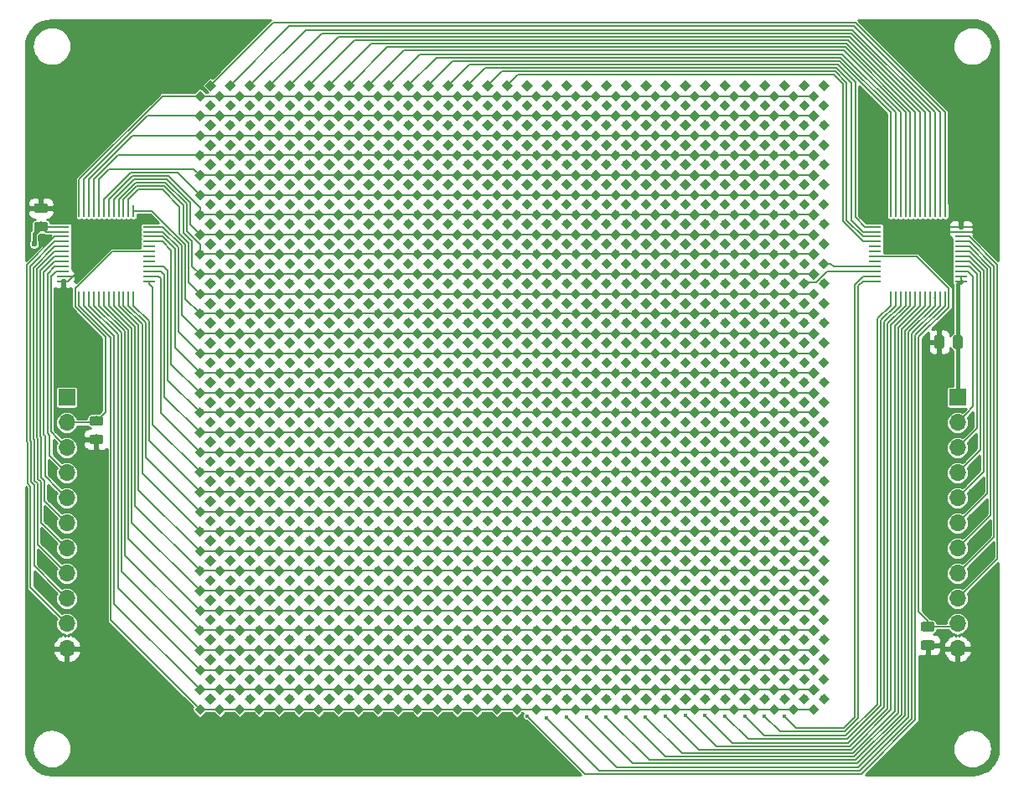
<source format=gbr>
G04 #@! TF.GenerationSoftware,KiCad,Pcbnew,(5.1.2)-2*
G04 #@! TF.CreationDate,2019-09-09T20:31:02-04:00*
G04 #@! TF.ProjectId,digiobscura,64696769-6f62-4736-9375-72612e6b6963,0.1a*
G04 #@! TF.SameCoordinates,Original*
G04 #@! TF.FileFunction,Copper,L1,Top*
G04 #@! TF.FilePolarity,Positive*
%FSLAX46Y46*%
G04 Gerber Fmt 4.6, Leading zero omitted, Abs format (unit mm)*
G04 Created by KiCad (PCBNEW (5.1.2)-2) date 2019-09-09 20:31:02*
%MOMM*%
%LPD*%
G04 APERTURE LIST*
%ADD10C,0.800000*%
%ADD11C,0.100000*%
%ADD12R,1.300000X0.250000*%
%ADD13R,0.250000X1.300000*%
%ADD14O,1.700000X1.700000*%
%ADD15R,1.700000X1.700000*%
%ADD16C,0.975000*%
%ADD17C,0.600000*%
%ADD18C,0.400000*%
%ADD19C,0.200000*%
%ADD20C,0.400000*%
%ADD21C,0.254000*%
G04 APERTURE END LIST*
D10*
X176969670Y-87030330D03*
D11*
G36*
X176969670Y-87596015D02*
G01*
X176403985Y-87030330D01*
X176969670Y-86464645D01*
X177535355Y-87030330D01*
X176969670Y-87596015D01*
X176969670Y-87596015D01*
G37*
D10*
X178030330Y-85969670D03*
D11*
G36*
X178030330Y-86535355D02*
G01*
X177464645Y-85969670D01*
X178030330Y-85403985D01*
X178596015Y-85969670D01*
X178030330Y-86535355D01*
X178030330Y-86535355D01*
G37*
D10*
X176969670Y-77030330D03*
D11*
G36*
X176969670Y-77596015D02*
G01*
X176403985Y-77030330D01*
X176969670Y-76464645D01*
X177535355Y-77030330D01*
X176969670Y-77596015D01*
X176969670Y-77596015D01*
G37*
D10*
X178030330Y-75969670D03*
D11*
G36*
X178030330Y-76535355D02*
G01*
X177464645Y-75969670D01*
X178030330Y-75403985D01*
X178596015Y-75969670D01*
X178030330Y-76535355D01*
X178030330Y-76535355D01*
G37*
D10*
X172969670Y-39030330D03*
D11*
G36*
X172969670Y-39596015D02*
G01*
X172403985Y-39030330D01*
X172969670Y-38464645D01*
X173535355Y-39030330D01*
X172969670Y-39596015D01*
X172969670Y-39596015D01*
G37*
D10*
X174030330Y-37969670D03*
D11*
G36*
X174030330Y-38535355D02*
G01*
X173464645Y-37969670D01*
X174030330Y-37403985D01*
X174596015Y-37969670D01*
X174030330Y-38535355D01*
X174030330Y-38535355D01*
G37*
D12*
X109850000Y-52250000D03*
X109850000Y-52750000D03*
X109850000Y-53250000D03*
X109850000Y-53750000D03*
X109850000Y-54250000D03*
X109850000Y-54750000D03*
X109850000Y-55250000D03*
X109850000Y-55750000D03*
X109850000Y-56250000D03*
X109850000Y-56750000D03*
X109850000Y-57250000D03*
X109850000Y-57750000D03*
D13*
X108250000Y-59350000D03*
X107750000Y-59350000D03*
X107250000Y-59350000D03*
X106750000Y-59350000D03*
X106250000Y-59350000D03*
X105750000Y-59350000D03*
X105250000Y-59350000D03*
X104750000Y-59350000D03*
X104250000Y-59350000D03*
X103750000Y-59350000D03*
X103250000Y-59350000D03*
X102750000Y-59350000D03*
D12*
X101150000Y-57750000D03*
X101150000Y-57250000D03*
X101150000Y-56750000D03*
X101150000Y-56250000D03*
X101150000Y-55750000D03*
X101150000Y-55250000D03*
X101150000Y-54750000D03*
X101150000Y-54250000D03*
X101150000Y-53750000D03*
X101150000Y-53250000D03*
X101150000Y-52750000D03*
X101150000Y-52250000D03*
D13*
X102750000Y-50650000D03*
X103250000Y-50650000D03*
X103750000Y-50650000D03*
X104250000Y-50650000D03*
X104750000Y-50650000D03*
X105250000Y-50650000D03*
X105750000Y-50650000D03*
X106250000Y-50650000D03*
X106750000Y-50650000D03*
X107250000Y-50650000D03*
X107750000Y-50650000D03*
X108250000Y-50650000D03*
D12*
X183150000Y-57750000D03*
X183150000Y-57250000D03*
X183150000Y-56750000D03*
X183150000Y-56250000D03*
X183150000Y-55750000D03*
X183150000Y-55250000D03*
X183150000Y-54750000D03*
X183150000Y-54250000D03*
X183150000Y-53750000D03*
X183150000Y-53250000D03*
X183150000Y-52750000D03*
X183150000Y-52250000D03*
D13*
X184750000Y-50650000D03*
X185250000Y-50650000D03*
X185750000Y-50650000D03*
X186250000Y-50650000D03*
X186750000Y-50650000D03*
X187250000Y-50650000D03*
X187750000Y-50650000D03*
X188250000Y-50650000D03*
X188750000Y-50650000D03*
X189250000Y-50650000D03*
X189750000Y-50650000D03*
X190250000Y-50650000D03*
D12*
X191850000Y-52250000D03*
X191850000Y-52750000D03*
X191850000Y-53250000D03*
X191850000Y-53750000D03*
X191850000Y-54250000D03*
X191850000Y-54750000D03*
X191850000Y-55250000D03*
X191850000Y-55750000D03*
X191850000Y-56250000D03*
X191850000Y-56750000D03*
X191850000Y-57250000D03*
X191850000Y-57750000D03*
D13*
X190250000Y-59350000D03*
X189750000Y-59350000D03*
X189250000Y-59350000D03*
X188750000Y-59350000D03*
X188250000Y-59350000D03*
X187750000Y-59350000D03*
X187250000Y-59350000D03*
X186750000Y-59350000D03*
X186250000Y-59350000D03*
X185750000Y-59350000D03*
X185250000Y-59350000D03*
X184750000Y-59350000D03*
D10*
X176969670Y-101030330D03*
D11*
G36*
X176969670Y-101596015D02*
G01*
X176403985Y-101030330D01*
X176969670Y-100464645D01*
X177535355Y-101030330D01*
X176969670Y-101596015D01*
X176969670Y-101596015D01*
G37*
D10*
X178030330Y-99969670D03*
D11*
G36*
X178030330Y-100535355D02*
G01*
X177464645Y-99969670D01*
X178030330Y-99403985D01*
X178596015Y-99969670D01*
X178030330Y-100535355D01*
X178030330Y-100535355D01*
G37*
D10*
X174969670Y-101030330D03*
D11*
G36*
X174969670Y-101596015D02*
G01*
X174403985Y-101030330D01*
X174969670Y-100464645D01*
X175535355Y-101030330D01*
X174969670Y-101596015D01*
X174969670Y-101596015D01*
G37*
D10*
X176030330Y-99969670D03*
D11*
G36*
X176030330Y-100535355D02*
G01*
X175464645Y-99969670D01*
X176030330Y-99403985D01*
X176596015Y-99969670D01*
X176030330Y-100535355D01*
X176030330Y-100535355D01*
G37*
D10*
X172969670Y-101030330D03*
D11*
G36*
X172969670Y-101596015D02*
G01*
X172403985Y-101030330D01*
X172969670Y-100464645D01*
X173535355Y-101030330D01*
X172969670Y-101596015D01*
X172969670Y-101596015D01*
G37*
D10*
X174030330Y-99969670D03*
D11*
G36*
X174030330Y-100535355D02*
G01*
X173464645Y-99969670D01*
X174030330Y-99403985D01*
X174596015Y-99969670D01*
X174030330Y-100535355D01*
X174030330Y-100535355D01*
G37*
D10*
X170969670Y-101030330D03*
D11*
G36*
X170969670Y-101596015D02*
G01*
X170403985Y-101030330D01*
X170969670Y-100464645D01*
X171535355Y-101030330D01*
X170969670Y-101596015D01*
X170969670Y-101596015D01*
G37*
D10*
X172030330Y-99969670D03*
D11*
G36*
X172030330Y-100535355D02*
G01*
X171464645Y-99969670D01*
X172030330Y-99403985D01*
X172596015Y-99969670D01*
X172030330Y-100535355D01*
X172030330Y-100535355D01*
G37*
D10*
X168969670Y-101030330D03*
D11*
G36*
X168969670Y-101596015D02*
G01*
X168403985Y-101030330D01*
X168969670Y-100464645D01*
X169535355Y-101030330D01*
X168969670Y-101596015D01*
X168969670Y-101596015D01*
G37*
D10*
X170030330Y-99969670D03*
D11*
G36*
X170030330Y-100535355D02*
G01*
X169464645Y-99969670D01*
X170030330Y-99403985D01*
X170596015Y-99969670D01*
X170030330Y-100535355D01*
X170030330Y-100535355D01*
G37*
D10*
X166969670Y-101030330D03*
D11*
G36*
X166969670Y-101596015D02*
G01*
X166403985Y-101030330D01*
X166969670Y-100464645D01*
X167535355Y-101030330D01*
X166969670Y-101596015D01*
X166969670Y-101596015D01*
G37*
D10*
X168030330Y-99969670D03*
D11*
G36*
X168030330Y-100535355D02*
G01*
X167464645Y-99969670D01*
X168030330Y-99403985D01*
X168596015Y-99969670D01*
X168030330Y-100535355D01*
X168030330Y-100535355D01*
G37*
D10*
X164969670Y-101030330D03*
D11*
G36*
X164969670Y-101596015D02*
G01*
X164403985Y-101030330D01*
X164969670Y-100464645D01*
X165535355Y-101030330D01*
X164969670Y-101596015D01*
X164969670Y-101596015D01*
G37*
D10*
X166030330Y-99969670D03*
D11*
G36*
X166030330Y-100535355D02*
G01*
X165464645Y-99969670D01*
X166030330Y-99403985D01*
X166596015Y-99969670D01*
X166030330Y-100535355D01*
X166030330Y-100535355D01*
G37*
D10*
X162969670Y-101030330D03*
D11*
G36*
X162969670Y-101596015D02*
G01*
X162403985Y-101030330D01*
X162969670Y-100464645D01*
X163535355Y-101030330D01*
X162969670Y-101596015D01*
X162969670Y-101596015D01*
G37*
D10*
X164030330Y-99969670D03*
D11*
G36*
X164030330Y-100535355D02*
G01*
X163464645Y-99969670D01*
X164030330Y-99403985D01*
X164596015Y-99969670D01*
X164030330Y-100535355D01*
X164030330Y-100535355D01*
G37*
D10*
X160969670Y-101030330D03*
D11*
G36*
X160969670Y-101596015D02*
G01*
X160403985Y-101030330D01*
X160969670Y-100464645D01*
X161535355Y-101030330D01*
X160969670Y-101596015D01*
X160969670Y-101596015D01*
G37*
D10*
X162030330Y-99969670D03*
D11*
G36*
X162030330Y-100535355D02*
G01*
X161464645Y-99969670D01*
X162030330Y-99403985D01*
X162596015Y-99969670D01*
X162030330Y-100535355D01*
X162030330Y-100535355D01*
G37*
D10*
X158969670Y-101030330D03*
D11*
G36*
X158969670Y-101596015D02*
G01*
X158403985Y-101030330D01*
X158969670Y-100464645D01*
X159535355Y-101030330D01*
X158969670Y-101596015D01*
X158969670Y-101596015D01*
G37*
D10*
X160030330Y-99969670D03*
D11*
G36*
X160030330Y-100535355D02*
G01*
X159464645Y-99969670D01*
X160030330Y-99403985D01*
X160596015Y-99969670D01*
X160030330Y-100535355D01*
X160030330Y-100535355D01*
G37*
D10*
X156969670Y-101030330D03*
D11*
G36*
X156969670Y-101596015D02*
G01*
X156403985Y-101030330D01*
X156969670Y-100464645D01*
X157535355Y-101030330D01*
X156969670Y-101596015D01*
X156969670Y-101596015D01*
G37*
D10*
X158030330Y-99969670D03*
D11*
G36*
X158030330Y-100535355D02*
G01*
X157464645Y-99969670D01*
X158030330Y-99403985D01*
X158596015Y-99969670D01*
X158030330Y-100535355D01*
X158030330Y-100535355D01*
G37*
D10*
X154969670Y-101030330D03*
D11*
G36*
X154969670Y-101596015D02*
G01*
X154403985Y-101030330D01*
X154969670Y-100464645D01*
X155535355Y-101030330D01*
X154969670Y-101596015D01*
X154969670Y-101596015D01*
G37*
D10*
X156030330Y-99969670D03*
D11*
G36*
X156030330Y-100535355D02*
G01*
X155464645Y-99969670D01*
X156030330Y-99403985D01*
X156596015Y-99969670D01*
X156030330Y-100535355D01*
X156030330Y-100535355D01*
G37*
D10*
X152969670Y-101030330D03*
D11*
G36*
X152969670Y-101596015D02*
G01*
X152403985Y-101030330D01*
X152969670Y-100464645D01*
X153535355Y-101030330D01*
X152969670Y-101596015D01*
X152969670Y-101596015D01*
G37*
D10*
X154030330Y-99969670D03*
D11*
G36*
X154030330Y-100535355D02*
G01*
X153464645Y-99969670D01*
X154030330Y-99403985D01*
X154596015Y-99969670D01*
X154030330Y-100535355D01*
X154030330Y-100535355D01*
G37*
D10*
X150969670Y-101030330D03*
D11*
G36*
X150969670Y-101596015D02*
G01*
X150403985Y-101030330D01*
X150969670Y-100464645D01*
X151535355Y-101030330D01*
X150969670Y-101596015D01*
X150969670Y-101596015D01*
G37*
D10*
X152030330Y-99969670D03*
D11*
G36*
X152030330Y-100535355D02*
G01*
X151464645Y-99969670D01*
X152030330Y-99403985D01*
X152596015Y-99969670D01*
X152030330Y-100535355D01*
X152030330Y-100535355D01*
G37*
D10*
X148969670Y-101030330D03*
D11*
G36*
X148969670Y-101596015D02*
G01*
X148403985Y-101030330D01*
X148969670Y-100464645D01*
X149535355Y-101030330D01*
X148969670Y-101596015D01*
X148969670Y-101596015D01*
G37*
D10*
X150030330Y-99969670D03*
D11*
G36*
X150030330Y-100535355D02*
G01*
X149464645Y-99969670D01*
X150030330Y-99403985D01*
X150596015Y-99969670D01*
X150030330Y-100535355D01*
X150030330Y-100535355D01*
G37*
D10*
X146969670Y-101030330D03*
D11*
G36*
X146969670Y-101596015D02*
G01*
X146403985Y-101030330D01*
X146969670Y-100464645D01*
X147535355Y-101030330D01*
X146969670Y-101596015D01*
X146969670Y-101596015D01*
G37*
D10*
X148030330Y-99969670D03*
D11*
G36*
X148030330Y-100535355D02*
G01*
X147464645Y-99969670D01*
X148030330Y-99403985D01*
X148596015Y-99969670D01*
X148030330Y-100535355D01*
X148030330Y-100535355D01*
G37*
D10*
X144969670Y-101030330D03*
D11*
G36*
X144969670Y-101596015D02*
G01*
X144403985Y-101030330D01*
X144969670Y-100464645D01*
X145535355Y-101030330D01*
X144969670Y-101596015D01*
X144969670Y-101596015D01*
G37*
D10*
X146030330Y-99969670D03*
D11*
G36*
X146030330Y-100535355D02*
G01*
X145464645Y-99969670D01*
X146030330Y-99403985D01*
X146596015Y-99969670D01*
X146030330Y-100535355D01*
X146030330Y-100535355D01*
G37*
D10*
X142969670Y-101030330D03*
D11*
G36*
X142969670Y-101596015D02*
G01*
X142403985Y-101030330D01*
X142969670Y-100464645D01*
X143535355Y-101030330D01*
X142969670Y-101596015D01*
X142969670Y-101596015D01*
G37*
D10*
X144030330Y-99969670D03*
D11*
G36*
X144030330Y-100535355D02*
G01*
X143464645Y-99969670D01*
X144030330Y-99403985D01*
X144596015Y-99969670D01*
X144030330Y-100535355D01*
X144030330Y-100535355D01*
G37*
D10*
X140969670Y-101030330D03*
D11*
G36*
X140969670Y-101596015D02*
G01*
X140403985Y-101030330D01*
X140969670Y-100464645D01*
X141535355Y-101030330D01*
X140969670Y-101596015D01*
X140969670Y-101596015D01*
G37*
D10*
X142030330Y-99969670D03*
D11*
G36*
X142030330Y-100535355D02*
G01*
X141464645Y-99969670D01*
X142030330Y-99403985D01*
X142596015Y-99969670D01*
X142030330Y-100535355D01*
X142030330Y-100535355D01*
G37*
D10*
X138969670Y-101030330D03*
D11*
G36*
X138969670Y-101596015D02*
G01*
X138403985Y-101030330D01*
X138969670Y-100464645D01*
X139535355Y-101030330D01*
X138969670Y-101596015D01*
X138969670Y-101596015D01*
G37*
D10*
X140030330Y-99969670D03*
D11*
G36*
X140030330Y-100535355D02*
G01*
X139464645Y-99969670D01*
X140030330Y-99403985D01*
X140596015Y-99969670D01*
X140030330Y-100535355D01*
X140030330Y-100535355D01*
G37*
D10*
X136969670Y-101030330D03*
D11*
G36*
X136969670Y-101596015D02*
G01*
X136403985Y-101030330D01*
X136969670Y-100464645D01*
X137535355Y-101030330D01*
X136969670Y-101596015D01*
X136969670Y-101596015D01*
G37*
D10*
X138030330Y-99969670D03*
D11*
G36*
X138030330Y-100535355D02*
G01*
X137464645Y-99969670D01*
X138030330Y-99403985D01*
X138596015Y-99969670D01*
X138030330Y-100535355D01*
X138030330Y-100535355D01*
G37*
D10*
X134969670Y-101030330D03*
D11*
G36*
X134969670Y-101596015D02*
G01*
X134403985Y-101030330D01*
X134969670Y-100464645D01*
X135535355Y-101030330D01*
X134969670Y-101596015D01*
X134969670Y-101596015D01*
G37*
D10*
X136030330Y-99969670D03*
D11*
G36*
X136030330Y-100535355D02*
G01*
X135464645Y-99969670D01*
X136030330Y-99403985D01*
X136596015Y-99969670D01*
X136030330Y-100535355D01*
X136030330Y-100535355D01*
G37*
D10*
X132969670Y-101030330D03*
D11*
G36*
X132969670Y-101596015D02*
G01*
X132403985Y-101030330D01*
X132969670Y-100464645D01*
X133535355Y-101030330D01*
X132969670Y-101596015D01*
X132969670Y-101596015D01*
G37*
D10*
X134030330Y-99969670D03*
D11*
G36*
X134030330Y-100535355D02*
G01*
X133464645Y-99969670D01*
X134030330Y-99403985D01*
X134596015Y-99969670D01*
X134030330Y-100535355D01*
X134030330Y-100535355D01*
G37*
D10*
X130969670Y-101030330D03*
D11*
G36*
X130969670Y-101596015D02*
G01*
X130403985Y-101030330D01*
X130969670Y-100464645D01*
X131535355Y-101030330D01*
X130969670Y-101596015D01*
X130969670Y-101596015D01*
G37*
D10*
X132030330Y-99969670D03*
D11*
G36*
X132030330Y-100535355D02*
G01*
X131464645Y-99969670D01*
X132030330Y-99403985D01*
X132596015Y-99969670D01*
X132030330Y-100535355D01*
X132030330Y-100535355D01*
G37*
D10*
X128969670Y-101030330D03*
D11*
G36*
X128969670Y-101596015D02*
G01*
X128403985Y-101030330D01*
X128969670Y-100464645D01*
X129535355Y-101030330D01*
X128969670Y-101596015D01*
X128969670Y-101596015D01*
G37*
D10*
X130030330Y-99969670D03*
D11*
G36*
X130030330Y-100535355D02*
G01*
X129464645Y-99969670D01*
X130030330Y-99403985D01*
X130596015Y-99969670D01*
X130030330Y-100535355D01*
X130030330Y-100535355D01*
G37*
D10*
X126969670Y-101030330D03*
D11*
G36*
X126969670Y-101596015D02*
G01*
X126403985Y-101030330D01*
X126969670Y-100464645D01*
X127535355Y-101030330D01*
X126969670Y-101596015D01*
X126969670Y-101596015D01*
G37*
D10*
X128030330Y-99969670D03*
D11*
G36*
X128030330Y-100535355D02*
G01*
X127464645Y-99969670D01*
X128030330Y-99403985D01*
X128596015Y-99969670D01*
X128030330Y-100535355D01*
X128030330Y-100535355D01*
G37*
D10*
X124969670Y-101030330D03*
D11*
G36*
X124969670Y-101596015D02*
G01*
X124403985Y-101030330D01*
X124969670Y-100464645D01*
X125535355Y-101030330D01*
X124969670Y-101596015D01*
X124969670Y-101596015D01*
G37*
D10*
X126030330Y-99969670D03*
D11*
G36*
X126030330Y-100535355D02*
G01*
X125464645Y-99969670D01*
X126030330Y-99403985D01*
X126596015Y-99969670D01*
X126030330Y-100535355D01*
X126030330Y-100535355D01*
G37*
D10*
X122969670Y-101030330D03*
D11*
G36*
X122969670Y-101596015D02*
G01*
X122403985Y-101030330D01*
X122969670Y-100464645D01*
X123535355Y-101030330D01*
X122969670Y-101596015D01*
X122969670Y-101596015D01*
G37*
D10*
X124030330Y-99969670D03*
D11*
G36*
X124030330Y-100535355D02*
G01*
X123464645Y-99969670D01*
X124030330Y-99403985D01*
X124596015Y-99969670D01*
X124030330Y-100535355D01*
X124030330Y-100535355D01*
G37*
D10*
X120969670Y-101030330D03*
D11*
G36*
X120969670Y-101596015D02*
G01*
X120403985Y-101030330D01*
X120969670Y-100464645D01*
X121535355Y-101030330D01*
X120969670Y-101596015D01*
X120969670Y-101596015D01*
G37*
D10*
X122030330Y-99969670D03*
D11*
G36*
X122030330Y-100535355D02*
G01*
X121464645Y-99969670D01*
X122030330Y-99403985D01*
X122596015Y-99969670D01*
X122030330Y-100535355D01*
X122030330Y-100535355D01*
G37*
D10*
X118969670Y-101030330D03*
D11*
G36*
X118969670Y-101596015D02*
G01*
X118403985Y-101030330D01*
X118969670Y-100464645D01*
X119535355Y-101030330D01*
X118969670Y-101596015D01*
X118969670Y-101596015D01*
G37*
D10*
X120030330Y-99969670D03*
D11*
G36*
X120030330Y-100535355D02*
G01*
X119464645Y-99969670D01*
X120030330Y-99403985D01*
X120596015Y-99969670D01*
X120030330Y-100535355D01*
X120030330Y-100535355D01*
G37*
D10*
X116969670Y-101030330D03*
D11*
G36*
X116969670Y-101596015D02*
G01*
X116403985Y-101030330D01*
X116969670Y-100464645D01*
X117535355Y-101030330D01*
X116969670Y-101596015D01*
X116969670Y-101596015D01*
G37*
D10*
X118030330Y-99969670D03*
D11*
G36*
X118030330Y-100535355D02*
G01*
X117464645Y-99969670D01*
X118030330Y-99403985D01*
X118596015Y-99969670D01*
X118030330Y-100535355D01*
X118030330Y-100535355D01*
G37*
D10*
X114969670Y-101030330D03*
D11*
G36*
X114969670Y-101596015D02*
G01*
X114403985Y-101030330D01*
X114969670Y-100464645D01*
X115535355Y-101030330D01*
X114969670Y-101596015D01*
X114969670Y-101596015D01*
G37*
D10*
X116030330Y-99969670D03*
D11*
G36*
X116030330Y-100535355D02*
G01*
X115464645Y-99969670D01*
X116030330Y-99403985D01*
X116596015Y-99969670D01*
X116030330Y-100535355D01*
X116030330Y-100535355D01*
G37*
D10*
X176969670Y-99030330D03*
D11*
G36*
X176969670Y-99596015D02*
G01*
X176403985Y-99030330D01*
X176969670Y-98464645D01*
X177535355Y-99030330D01*
X176969670Y-99596015D01*
X176969670Y-99596015D01*
G37*
D10*
X178030330Y-97969670D03*
D11*
G36*
X178030330Y-98535355D02*
G01*
X177464645Y-97969670D01*
X178030330Y-97403985D01*
X178596015Y-97969670D01*
X178030330Y-98535355D01*
X178030330Y-98535355D01*
G37*
D10*
X174969670Y-99030330D03*
D11*
G36*
X174969670Y-99596015D02*
G01*
X174403985Y-99030330D01*
X174969670Y-98464645D01*
X175535355Y-99030330D01*
X174969670Y-99596015D01*
X174969670Y-99596015D01*
G37*
D10*
X176030330Y-97969670D03*
D11*
G36*
X176030330Y-98535355D02*
G01*
X175464645Y-97969670D01*
X176030330Y-97403985D01*
X176596015Y-97969670D01*
X176030330Y-98535355D01*
X176030330Y-98535355D01*
G37*
D10*
X172969670Y-99030330D03*
D11*
G36*
X172969670Y-99596015D02*
G01*
X172403985Y-99030330D01*
X172969670Y-98464645D01*
X173535355Y-99030330D01*
X172969670Y-99596015D01*
X172969670Y-99596015D01*
G37*
D10*
X174030330Y-97969670D03*
D11*
G36*
X174030330Y-98535355D02*
G01*
X173464645Y-97969670D01*
X174030330Y-97403985D01*
X174596015Y-97969670D01*
X174030330Y-98535355D01*
X174030330Y-98535355D01*
G37*
D10*
X170969670Y-99030330D03*
D11*
G36*
X170969670Y-99596015D02*
G01*
X170403985Y-99030330D01*
X170969670Y-98464645D01*
X171535355Y-99030330D01*
X170969670Y-99596015D01*
X170969670Y-99596015D01*
G37*
D10*
X172030330Y-97969670D03*
D11*
G36*
X172030330Y-98535355D02*
G01*
X171464645Y-97969670D01*
X172030330Y-97403985D01*
X172596015Y-97969670D01*
X172030330Y-98535355D01*
X172030330Y-98535355D01*
G37*
D10*
X168969670Y-99030330D03*
D11*
G36*
X168969670Y-99596015D02*
G01*
X168403985Y-99030330D01*
X168969670Y-98464645D01*
X169535355Y-99030330D01*
X168969670Y-99596015D01*
X168969670Y-99596015D01*
G37*
D10*
X170030330Y-97969670D03*
D11*
G36*
X170030330Y-98535355D02*
G01*
X169464645Y-97969670D01*
X170030330Y-97403985D01*
X170596015Y-97969670D01*
X170030330Y-98535355D01*
X170030330Y-98535355D01*
G37*
D10*
X166969670Y-99030330D03*
D11*
G36*
X166969670Y-99596015D02*
G01*
X166403985Y-99030330D01*
X166969670Y-98464645D01*
X167535355Y-99030330D01*
X166969670Y-99596015D01*
X166969670Y-99596015D01*
G37*
D10*
X168030330Y-97969670D03*
D11*
G36*
X168030330Y-98535355D02*
G01*
X167464645Y-97969670D01*
X168030330Y-97403985D01*
X168596015Y-97969670D01*
X168030330Y-98535355D01*
X168030330Y-98535355D01*
G37*
D10*
X164969670Y-99030330D03*
D11*
G36*
X164969670Y-99596015D02*
G01*
X164403985Y-99030330D01*
X164969670Y-98464645D01*
X165535355Y-99030330D01*
X164969670Y-99596015D01*
X164969670Y-99596015D01*
G37*
D10*
X166030330Y-97969670D03*
D11*
G36*
X166030330Y-98535355D02*
G01*
X165464645Y-97969670D01*
X166030330Y-97403985D01*
X166596015Y-97969670D01*
X166030330Y-98535355D01*
X166030330Y-98535355D01*
G37*
D10*
X162969670Y-99030330D03*
D11*
G36*
X162969670Y-99596015D02*
G01*
X162403985Y-99030330D01*
X162969670Y-98464645D01*
X163535355Y-99030330D01*
X162969670Y-99596015D01*
X162969670Y-99596015D01*
G37*
D10*
X164030330Y-97969670D03*
D11*
G36*
X164030330Y-98535355D02*
G01*
X163464645Y-97969670D01*
X164030330Y-97403985D01*
X164596015Y-97969670D01*
X164030330Y-98535355D01*
X164030330Y-98535355D01*
G37*
D10*
X160969670Y-99030330D03*
D11*
G36*
X160969670Y-99596015D02*
G01*
X160403985Y-99030330D01*
X160969670Y-98464645D01*
X161535355Y-99030330D01*
X160969670Y-99596015D01*
X160969670Y-99596015D01*
G37*
D10*
X162030330Y-97969670D03*
D11*
G36*
X162030330Y-98535355D02*
G01*
X161464645Y-97969670D01*
X162030330Y-97403985D01*
X162596015Y-97969670D01*
X162030330Y-98535355D01*
X162030330Y-98535355D01*
G37*
D10*
X158969670Y-99030330D03*
D11*
G36*
X158969670Y-99596015D02*
G01*
X158403985Y-99030330D01*
X158969670Y-98464645D01*
X159535355Y-99030330D01*
X158969670Y-99596015D01*
X158969670Y-99596015D01*
G37*
D10*
X160030330Y-97969670D03*
D11*
G36*
X160030330Y-98535355D02*
G01*
X159464645Y-97969670D01*
X160030330Y-97403985D01*
X160596015Y-97969670D01*
X160030330Y-98535355D01*
X160030330Y-98535355D01*
G37*
D10*
X156969670Y-99030330D03*
D11*
G36*
X156969670Y-99596015D02*
G01*
X156403985Y-99030330D01*
X156969670Y-98464645D01*
X157535355Y-99030330D01*
X156969670Y-99596015D01*
X156969670Y-99596015D01*
G37*
D10*
X158030330Y-97969670D03*
D11*
G36*
X158030330Y-98535355D02*
G01*
X157464645Y-97969670D01*
X158030330Y-97403985D01*
X158596015Y-97969670D01*
X158030330Y-98535355D01*
X158030330Y-98535355D01*
G37*
D10*
X154969670Y-99030330D03*
D11*
G36*
X154969670Y-99596015D02*
G01*
X154403985Y-99030330D01*
X154969670Y-98464645D01*
X155535355Y-99030330D01*
X154969670Y-99596015D01*
X154969670Y-99596015D01*
G37*
D10*
X156030330Y-97969670D03*
D11*
G36*
X156030330Y-98535355D02*
G01*
X155464645Y-97969670D01*
X156030330Y-97403985D01*
X156596015Y-97969670D01*
X156030330Y-98535355D01*
X156030330Y-98535355D01*
G37*
D10*
X152969670Y-99030330D03*
D11*
G36*
X152969670Y-99596015D02*
G01*
X152403985Y-99030330D01*
X152969670Y-98464645D01*
X153535355Y-99030330D01*
X152969670Y-99596015D01*
X152969670Y-99596015D01*
G37*
D10*
X154030330Y-97969670D03*
D11*
G36*
X154030330Y-98535355D02*
G01*
X153464645Y-97969670D01*
X154030330Y-97403985D01*
X154596015Y-97969670D01*
X154030330Y-98535355D01*
X154030330Y-98535355D01*
G37*
D10*
X150969670Y-99030330D03*
D11*
G36*
X150969670Y-99596015D02*
G01*
X150403985Y-99030330D01*
X150969670Y-98464645D01*
X151535355Y-99030330D01*
X150969670Y-99596015D01*
X150969670Y-99596015D01*
G37*
D10*
X152030330Y-97969670D03*
D11*
G36*
X152030330Y-98535355D02*
G01*
X151464645Y-97969670D01*
X152030330Y-97403985D01*
X152596015Y-97969670D01*
X152030330Y-98535355D01*
X152030330Y-98535355D01*
G37*
D10*
X148969670Y-99030330D03*
D11*
G36*
X148969670Y-99596015D02*
G01*
X148403985Y-99030330D01*
X148969670Y-98464645D01*
X149535355Y-99030330D01*
X148969670Y-99596015D01*
X148969670Y-99596015D01*
G37*
D10*
X150030330Y-97969670D03*
D11*
G36*
X150030330Y-98535355D02*
G01*
X149464645Y-97969670D01*
X150030330Y-97403985D01*
X150596015Y-97969670D01*
X150030330Y-98535355D01*
X150030330Y-98535355D01*
G37*
D10*
X146969670Y-99030330D03*
D11*
G36*
X146969670Y-99596015D02*
G01*
X146403985Y-99030330D01*
X146969670Y-98464645D01*
X147535355Y-99030330D01*
X146969670Y-99596015D01*
X146969670Y-99596015D01*
G37*
D10*
X148030330Y-97969670D03*
D11*
G36*
X148030330Y-98535355D02*
G01*
X147464645Y-97969670D01*
X148030330Y-97403985D01*
X148596015Y-97969670D01*
X148030330Y-98535355D01*
X148030330Y-98535355D01*
G37*
D10*
X144969670Y-99030330D03*
D11*
G36*
X144969670Y-99596015D02*
G01*
X144403985Y-99030330D01*
X144969670Y-98464645D01*
X145535355Y-99030330D01*
X144969670Y-99596015D01*
X144969670Y-99596015D01*
G37*
D10*
X146030330Y-97969670D03*
D11*
G36*
X146030330Y-98535355D02*
G01*
X145464645Y-97969670D01*
X146030330Y-97403985D01*
X146596015Y-97969670D01*
X146030330Y-98535355D01*
X146030330Y-98535355D01*
G37*
D10*
X142969670Y-99030330D03*
D11*
G36*
X142969670Y-99596015D02*
G01*
X142403985Y-99030330D01*
X142969670Y-98464645D01*
X143535355Y-99030330D01*
X142969670Y-99596015D01*
X142969670Y-99596015D01*
G37*
D10*
X144030330Y-97969670D03*
D11*
G36*
X144030330Y-98535355D02*
G01*
X143464645Y-97969670D01*
X144030330Y-97403985D01*
X144596015Y-97969670D01*
X144030330Y-98535355D01*
X144030330Y-98535355D01*
G37*
D10*
X140969670Y-99030330D03*
D11*
G36*
X140969670Y-99596015D02*
G01*
X140403985Y-99030330D01*
X140969670Y-98464645D01*
X141535355Y-99030330D01*
X140969670Y-99596015D01*
X140969670Y-99596015D01*
G37*
D10*
X142030330Y-97969670D03*
D11*
G36*
X142030330Y-98535355D02*
G01*
X141464645Y-97969670D01*
X142030330Y-97403985D01*
X142596015Y-97969670D01*
X142030330Y-98535355D01*
X142030330Y-98535355D01*
G37*
D10*
X138969670Y-99030330D03*
D11*
G36*
X138969670Y-99596015D02*
G01*
X138403985Y-99030330D01*
X138969670Y-98464645D01*
X139535355Y-99030330D01*
X138969670Y-99596015D01*
X138969670Y-99596015D01*
G37*
D10*
X140030330Y-97969670D03*
D11*
G36*
X140030330Y-98535355D02*
G01*
X139464645Y-97969670D01*
X140030330Y-97403985D01*
X140596015Y-97969670D01*
X140030330Y-98535355D01*
X140030330Y-98535355D01*
G37*
D10*
X136969670Y-99030330D03*
D11*
G36*
X136969670Y-99596015D02*
G01*
X136403985Y-99030330D01*
X136969670Y-98464645D01*
X137535355Y-99030330D01*
X136969670Y-99596015D01*
X136969670Y-99596015D01*
G37*
D10*
X138030330Y-97969670D03*
D11*
G36*
X138030330Y-98535355D02*
G01*
X137464645Y-97969670D01*
X138030330Y-97403985D01*
X138596015Y-97969670D01*
X138030330Y-98535355D01*
X138030330Y-98535355D01*
G37*
D10*
X134969670Y-99030330D03*
D11*
G36*
X134969670Y-99596015D02*
G01*
X134403985Y-99030330D01*
X134969670Y-98464645D01*
X135535355Y-99030330D01*
X134969670Y-99596015D01*
X134969670Y-99596015D01*
G37*
D10*
X136030330Y-97969670D03*
D11*
G36*
X136030330Y-98535355D02*
G01*
X135464645Y-97969670D01*
X136030330Y-97403985D01*
X136596015Y-97969670D01*
X136030330Y-98535355D01*
X136030330Y-98535355D01*
G37*
D10*
X132969670Y-99030330D03*
D11*
G36*
X132969670Y-99596015D02*
G01*
X132403985Y-99030330D01*
X132969670Y-98464645D01*
X133535355Y-99030330D01*
X132969670Y-99596015D01*
X132969670Y-99596015D01*
G37*
D10*
X134030330Y-97969670D03*
D11*
G36*
X134030330Y-98535355D02*
G01*
X133464645Y-97969670D01*
X134030330Y-97403985D01*
X134596015Y-97969670D01*
X134030330Y-98535355D01*
X134030330Y-98535355D01*
G37*
D10*
X130969670Y-99030330D03*
D11*
G36*
X130969670Y-99596015D02*
G01*
X130403985Y-99030330D01*
X130969670Y-98464645D01*
X131535355Y-99030330D01*
X130969670Y-99596015D01*
X130969670Y-99596015D01*
G37*
D10*
X132030330Y-97969670D03*
D11*
G36*
X132030330Y-98535355D02*
G01*
X131464645Y-97969670D01*
X132030330Y-97403985D01*
X132596015Y-97969670D01*
X132030330Y-98535355D01*
X132030330Y-98535355D01*
G37*
D10*
X128969670Y-99030330D03*
D11*
G36*
X128969670Y-99596015D02*
G01*
X128403985Y-99030330D01*
X128969670Y-98464645D01*
X129535355Y-99030330D01*
X128969670Y-99596015D01*
X128969670Y-99596015D01*
G37*
D10*
X130030330Y-97969670D03*
D11*
G36*
X130030330Y-98535355D02*
G01*
X129464645Y-97969670D01*
X130030330Y-97403985D01*
X130596015Y-97969670D01*
X130030330Y-98535355D01*
X130030330Y-98535355D01*
G37*
D10*
X126969670Y-99030330D03*
D11*
G36*
X126969670Y-99596015D02*
G01*
X126403985Y-99030330D01*
X126969670Y-98464645D01*
X127535355Y-99030330D01*
X126969670Y-99596015D01*
X126969670Y-99596015D01*
G37*
D10*
X128030330Y-97969670D03*
D11*
G36*
X128030330Y-98535355D02*
G01*
X127464645Y-97969670D01*
X128030330Y-97403985D01*
X128596015Y-97969670D01*
X128030330Y-98535355D01*
X128030330Y-98535355D01*
G37*
D10*
X124969670Y-99030330D03*
D11*
G36*
X124969670Y-99596015D02*
G01*
X124403985Y-99030330D01*
X124969670Y-98464645D01*
X125535355Y-99030330D01*
X124969670Y-99596015D01*
X124969670Y-99596015D01*
G37*
D10*
X126030330Y-97969670D03*
D11*
G36*
X126030330Y-98535355D02*
G01*
X125464645Y-97969670D01*
X126030330Y-97403985D01*
X126596015Y-97969670D01*
X126030330Y-98535355D01*
X126030330Y-98535355D01*
G37*
D10*
X122969670Y-99030330D03*
D11*
G36*
X122969670Y-99596015D02*
G01*
X122403985Y-99030330D01*
X122969670Y-98464645D01*
X123535355Y-99030330D01*
X122969670Y-99596015D01*
X122969670Y-99596015D01*
G37*
D10*
X124030330Y-97969670D03*
D11*
G36*
X124030330Y-98535355D02*
G01*
X123464645Y-97969670D01*
X124030330Y-97403985D01*
X124596015Y-97969670D01*
X124030330Y-98535355D01*
X124030330Y-98535355D01*
G37*
D10*
X120969670Y-99030330D03*
D11*
G36*
X120969670Y-99596015D02*
G01*
X120403985Y-99030330D01*
X120969670Y-98464645D01*
X121535355Y-99030330D01*
X120969670Y-99596015D01*
X120969670Y-99596015D01*
G37*
D10*
X122030330Y-97969670D03*
D11*
G36*
X122030330Y-98535355D02*
G01*
X121464645Y-97969670D01*
X122030330Y-97403985D01*
X122596015Y-97969670D01*
X122030330Y-98535355D01*
X122030330Y-98535355D01*
G37*
D10*
X118969670Y-99030330D03*
D11*
G36*
X118969670Y-99596015D02*
G01*
X118403985Y-99030330D01*
X118969670Y-98464645D01*
X119535355Y-99030330D01*
X118969670Y-99596015D01*
X118969670Y-99596015D01*
G37*
D10*
X120030330Y-97969670D03*
D11*
G36*
X120030330Y-98535355D02*
G01*
X119464645Y-97969670D01*
X120030330Y-97403985D01*
X120596015Y-97969670D01*
X120030330Y-98535355D01*
X120030330Y-98535355D01*
G37*
D10*
X116969670Y-99030330D03*
D11*
G36*
X116969670Y-99596015D02*
G01*
X116403985Y-99030330D01*
X116969670Y-98464645D01*
X117535355Y-99030330D01*
X116969670Y-99596015D01*
X116969670Y-99596015D01*
G37*
D10*
X118030330Y-97969670D03*
D11*
G36*
X118030330Y-98535355D02*
G01*
X117464645Y-97969670D01*
X118030330Y-97403985D01*
X118596015Y-97969670D01*
X118030330Y-98535355D01*
X118030330Y-98535355D01*
G37*
D10*
X114969670Y-99030330D03*
D11*
G36*
X114969670Y-99596015D02*
G01*
X114403985Y-99030330D01*
X114969670Y-98464645D01*
X115535355Y-99030330D01*
X114969670Y-99596015D01*
X114969670Y-99596015D01*
G37*
D10*
X116030330Y-97969670D03*
D11*
G36*
X116030330Y-98535355D02*
G01*
X115464645Y-97969670D01*
X116030330Y-97403985D01*
X116596015Y-97969670D01*
X116030330Y-98535355D01*
X116030330Y-98535355D01*
G37*
D10*
X176969670Y-97030330D03*
D11*
G36*
X176969670Y-97596015D02*
G01*
X176403985Y-97030330D01*
X176969670Y-96464645D01*
X177535355Y-97030330D01*
X176969670Y-97596015D01*
X176969670Y-97596015D01*
G37*
D10*
X178030330Y-95969670D03*
D11*
G36*
X178030330Y-96535355D02*
G01*
X177464645Y-95969670D01*
X178030330Y-95403985D01*
X178596015Y-95969670D01*
X178030330Y-96535355D01*
X178030330Y-96535355D01*
G37*
D10*
X174969670Y-97030330D03*
D11*
G36*
X174969670Y-97596015D02*
G01*
X174403985Y-97030330D01*
X174969670Y-96464645D01*
X175535355Y-97030330D01*
X174969670Y-97596015D01*
X174969670Y-97596015D01*
G37*
D10*
X176030330Y-95969670D03*
D11*
G36*
X176030330Y-96535355D02*
G01*
X175464645Y-95969670D01*
X176030330Y-95403985D01*
X176596015Y-95969670D01*
X176030330Y-96535355D01*
X176030330Y-96535355D01*
G37*
D10*
X172969670Y-97030330D03*
D11*
G36*
X172969670Y-97596015D02*
G01*
X172403985Y-97030330D01*
X172969670Y-96464645D01*
X173535355Y-97030330D01*
X172969670Y-97596015D01*
X172969670Y-97596015D01*
G37*
D10*
X174030330Y-95969670D03*
D11*
G36*
X174030330Y-96535355D02*
G01*
X173464645Y-95969670D01*
X174030330Y-95403985D01*
X174596015Y-95969670D01*
X174030330Y-96535355D01*
X174030330Y-96535355D01*
G37*
D10*
X170969670Y-97030330D03*
D11*
G36*
X170969670Y-97596015D02*
G01*
X170403985Y-97030330D01*
X170969670Y-96464645D01*
X171535355Y-97030330D01*
X170969670Y-97596015D01*
X170969670Y-97596015D01*
G37*
D10*
X172030330Y-95969670D03*
D11*
G36*
X172030330Y-96535355D02*
G01*
X171464645Y-95969670D01*
X172030330Y-95403985D01*
X172596015Y-95969670D01*
X172030330Y-96535355D01*
X172030330Y-96535355D01*
G37*
D10*
X168969670Y-97030330D03*
D11*
G36*
X168969670Y-97596015D02*
G01*
X168403985Y-97030330D01*
X168969670Y-96464645D01*
X169535355Y-97030330D01*
X168969670Y-97596015D01*
X168969670Y-97596015D01*
G37*
D10*
X170030330Y-95969670D03*
D11*
G36*
X170030330Y-96535355D02*
G01*
X169464645Y-95969670D01*
X170030330Y-95403985D01*
X170596015Y-95969670D01*
X170030330Y-96535355D01*
X170030330Y-96535355D01*
G37*
D10*
X166969670Y-97030330D03*
D11*
G36*
X166969670Y-97596015D02*
G01*
X166403985Y-97030330D01*
X166969670Y-96464645D01*
X167535355Y-97030330D01*
X166969670Y-97596015D01*
X166969670Y-97596015D01*
G37*
D10*
X168030330Y-95969670D03*
D11*
G36*
X168030330Y-96535355D02*
G01*
X167464645Y-95969670D01*
X168030330Y-95403985D01*
X168596015Y-95969670D01*
X168030330Y-96535355D01*
X168030330Y-96535355D01*
G37*
D10*
X164969670Y-97030330D03*
D11*
G36*
X164969670Y-97596015D02*
G01*
X164403985Y-97030330D01*
X164969670Y-96464645D01*
X165535355Y-97030330D01*
X164969670Y-97596015D01*
X164969670Y-97596015D01*
G37*
D10*
X166030330Y-95969670D03*
D11*
G36*
X166030330Y-96535355D02*
G01*
X165464645Y-95969670D01*
X166030330Y-95403985D01*
X166596015Y-95969670D01*
X166030330Y-96535355D01*
X166030330Y-96535355D01*
G37*
D10*
X162969670Y-97030330D03*
D11*
G36*
X162969670Y-97596015D02*
G01*
X162403985Y-97030330D01*
X162969670Y-96464645D01*
X163535355Y-97030330D01*
X162969670Y-97596015D01*
X162969670Y-97596015D01*
G37*
D10*
X164030330Y-95969670D03*
D11*
G36*
X164030330Y-96535355D02*
G01*
X163464645Y-95969670D01*
X164030330Y-95403985D01*
X164596015Y-95969670D01*
X164030330Y-96535355D01*
X164030330Y-96535355D01*
G37*
D10*
X160969670Y-97030330D03*
D11*
G36*
X160969670Y-97596015D02*
G01*
X160403985Y-97030330D01*
X160969670Y-96464645D01*
X161535355Y-97030330D01*
X160969670Y-97596015D01*
X160969670Y-97596015D01*
G37*
D10*
X162030330Y-95969670D03*
D11*
G36*
X162030330Y-96535355D02*
G01*
X161464645Y-95969670D01*
X162030330Y-95403985D01*
X162596015Y-95969670D01*
X162030330Y-96535355D01*
X162030330Y-96535355D01*
G37*
D10*
X158969670Y-97030330D03*
D11*
G36*
X158969670Y-97596015D02*
G01*
X158403985Y-97030330D01*
X158969670Y-96464645D01*
X159535355Y-97030330D01*
X158969670Y-97596015D01*
X158969670Y-97596015D01*
G37*
D10*
X160030330Y-95969670D03*
D11*
G36*
X160030330Y-96535355D02*
G01*
X159464645Y-95969670D01*
X160030330Y-95403985D01*
X160596015Y-95969670D01*
X160030330Y-96535355D01*
X160030330Y-96535355D01*
G37*
D10*
X156969670Y-97030330D03*
D11*
G36*
X156969670Y-97596015D02*
G01*
X156403985Y-97030330D01*
X156969670Y-96464645D01*
X157535355Y-97030330D01*
X156969670Y-97596015D01*
X156969670Y-97596015D01*
G37*
D10*
X158030330Y-95969670D03*
D11*
G36*
X158030330Y-96535355D02*
G01*
X157464645Y-95969670D01*
X158030330Y-95403985D01*
X158596015Y-95969670D01*
X158030330Y-96535355D01*
X158030330Y-96535355D01*
G37*
D10*
X154969670Y-97030330D03*
D11*
G36*
X154969670Y-97596015D02*
G01*
X154403985Y-97030330D01*
X154969670Y-96464645D01*
X155535355Y-97030330D01*
X154969670Y-97596015D01*
X154969670Y-97596015D01*
G37*
D10*
X156030330Y-95969670D03*
D11*
G36*
X156030330Y-96535355D02*
G01*
X155464645Y-95969670D01*
X156030330Y-95403985D01*
X156596015Y-95969670D01*
X156030330Y-96535355D01*
X156030330Y-96535355D01*
G37*
D10*
X152969670Y-97030330D03*
D11*
G36*
X152969670Y-97596015D02*
G01*
X152403985Y-97030330D01*
X152969670Y-96464645D01*
X153535355Y-97030330D01*
X152969670Y-97596015D01*
X152969670Y-97596015D01*
G37*
D10*
X154030330Y-95969670D03*
D11*
G36*
X154030330Y-96535355D02*
G01*
X153464645Y-95969670D01*
X154030330Y-95403985D01*
X154596015Y-95969670D01*
X154030330Y-96535355D01*
X154030330Y-96535355D01*
G37*
D10*
X150969670Y-97030330D03*
D11*
G36*
X150969670Y-97596015D02*
G01*
X150403985Y-97030330D01*
X150969670Y-96464645D01*
X151535355Y-97030330D01*
X150969670Y-97596015D01*
X150969670Y-97596015D01*
G37*
D10*
X152030330Y-95969670D03*
D11*
G36*
X152030330Y-96535355D02*
G01*
X151464645Y-95969670D01*
X152030330Y-95403985D01*
X152596015Y-95969670D01*
X152030330Y-96535355D01*
X152030330Y-96535355D01*
G37*
D10*
X148969670Y-97030330D03*
D11*
G36*
X148969670Y-97596015D02*
G01*
X148403985Y-97030330D01*
X148969670Y-96464645D01*
X149535355Y-97030330D01*
X148969670Y-97596015D01*
X148969670Y-97596015D01*
G37*
D10*
X150030330Y-95969670D03*
D11*
G36*
X150030330Y-96535355D02*
G01*
X149464645Y-95969670D01*
X150030330Y-95403985D01*
X150596015Y-95969670D01*
X150030330Y-96535355D01*
X150030330Y-96535355D01*
G37*
D10*
X146969670Y-97030330D03*
D11*
G36*
X146969670Y-97596015D02*
G01*
X146403985Y-97030330D01*
X146969670Y-96464645D01*
X147535355Y-97030330D01*
X146969670Y-97596015D01*
X146969670Y-97596015D01*
G37*
D10*
X148030330Y-95969670D03*
D11*
G36*
X148030330Y-96535355D02*
G01*
X147464645Y-95969670D01*
X148030330Y-95403985D01*
X148596015Y-95969670D01*
X148030330Y-96535355D01*
X148030330Y-96535355D01*
G37*
D10*
X144969670Y-97030330D03*
D11*
G36*
X144969670Y-97596015D02*
G01*
X144403985Y-97030330D01*
X144969670Y-96464645D01*
X145535355Y-97030330D01*
X144969670Y-97596015D01*
X144969670Y-97596015D01*
G37*
D10*
X146030330Y-95969670D03*
D11*
G36*
X146030330Y-96535355D02*
G01*
X145464645Y-95969670D01*
X146030330Y-95403985D01*
X146596015Y-95969670D01*
X146030330Y-96535355D01*
X146030330Y-96535355D01*
G37*
D10*
X142969670Y-97030330D03*
D11*
G36*
X142969670Y-97596015D02*
G01*
X142403985Y-97030330D01*
X142969670Y-96464645D01*
X143535355Y-97030330D01*
X142969670Y-97596015D01*
X142969670Y-97596015D01*
G37*
D10*
X144030330Y-95969670D03*
D11*
G36*
X144030330Y-96535355D02*
G01*
X143464645Y-95969670D01*
X144030330Y-95403985D01*
X144596015Y-95969670D01*
X144030330Y-96535355D01*
X144030330Y-96535355D01*
G37*
D10*
X140969670Y-97030330D03*
D11*
G36*
X140969670Y-97596015D02*
G01*
X140403985Y-97030330D01*
X140969670Y-96464645D01*
X141535355Y-97030330D01*
X140969670Y-97596015D01*
X140969670Y-97596015D01*
G37*
D10*
X142030330Y-95969670D03*
D11*
G36*
X142030330Y-96535355D02*
G01*
X141464645Y-95969670D01*
X142030330Y-95403985D01*
X142596015Y-95969670D01*
X142030330Y-96535355D01*
X142030330Y-96535355D01*
G37*
D10*
X138969670Y-97030330D03*
D11*
G36*
X138969670Y-97596015D02*
G01*
X138403985Y-97030330D01*
X138969670Y-96464645D01*
X139535355Y-97030330D01*
X138969670Y-97596015D01*
X138969670Y-97596015D01*
G37*
D10*
X140030330Y-95969670D03*
D11*
G36*
X140030330Y-96535355D02*
G01*
X139464645Y-95969670D01*
X140030330Y-95403985D01*
X140596015Y-95969670D01*
X140030330Y-96535355D01*
X140030330Y-96535355D01*
G37*
D10*
X136969670Y-97030330D03*
D11*
G36*
X136969670Y-97596015D02*
G01*
X136403985Y-97030330D01*
X136969670Y-96464645D01*
X137535355Y-97030330D01*
X136969670Y-97596015D01*
X136969670Y-97596015D01*
G37*
D10*
X138030330Y-95969670D03*
D11*
G36*
X138030330Y-96535355D02*
G01*
X137464645Y-95969670D01*
X138030330Y-95403985D01*
X138596015Y-95969670D01*
X138030330Y-96535355D01*
X138030330Y-96535355D01*
G37*
D10*
X134969670Y-97030330D03*
D11*
G36*
X134969670Y-97596015D02*
G01*
X134403985Y-97030330D01*
X134969670Y-96464645D01*
X135535355Y-97030330D01*
X134969670Y-97596015D01*
X134969670Y-97596015D01*
G37*
D10*
X136030330Y-95969670D03*
D11*
G36*
X136030330Y-96535355D02*
G01*
X135464645Y-95969670D01*
X136030330Y-95403985D01*
X136596015Y-95969670D01*
X136030330Y-96535355D01*
X136030330Y-96535355D01*
G37*
D10*
X132969670Y-97030330D03*
D11*
G36*
X132969670Y-97596015D02*
G01*
X132403985Y-97030330D01*
X132969670Y-96464645D01*
X133535355Y-97030330D01*
X132969670Y-97596015D01*
X132969670Y-97596015D01*
G37*
D10*
X134030330Y-95969670D03*
D11*
G36*
X134030330Y-96535355D02*
G01*
X133464645Y-95969670D01*
X134030330Y-95403985D01*
X134596015Y-95969670D01*
X134030330Y-96535355D01*
X134030330Y-96535355D01*
G37*
D10*
X130969670Y-97030330D03*
D11*
G36*
X130969670Y-97596015D02*
G01*
X130403985Y-97030330D01*
X130969670Y-96464645D01*
X131535355Y-97030330D01*
X130969670Y-97596015D01*
X130969670Y-97596015D01*
G37*
D10*
X132030330Y-95969670D03*
D11*
G36*
X132030330Y-96535355D02*
G01*
X131464645Y-95969670D01*
X132030330Y-95403985D01*
X132596015Y-95969670D01*
X132030330Y-96535355D01*
X132030330Y-96535355D01*
G37*
D10*
X128969670Y-97030330D03*
D11*
G36*
X128969670Y-97596015D02*
G01*
X128403985Y-97030330D01*
X128969670Y-96464645D01*
X129535355Y-97030330D01*
X128969670Y-97596015D01*
X128969670Y-97596015D01*
G37*
D10*
X130030330Y-95969670D03*
D11*
G36*
X130030330Y-96535355D02*
G01*
X129464645Y-95969670D01*
X130030330Y-95403985D01*
X130596015Y-95969670D01*
X130030330Y-96535355D01*
X130030330Y-96535355D01*
G37*
D10*
X126969670Y-97030330D03*
D11*
G36*
X126969670Y-97596015D02*
G01*
X126403985Y-97030330D01*
X126969670Y-96464645D01*
X127535355Y-97030330D01*
X126969670Y-97596015D01*
X126969670Y-97596015D01*
G37*
D10*
X128030330Y-95969670D03*
D11*
G36*
X128030330Y-96535355D02*
G01*
X127464645Y-95969670D01*
X128030330Y-95403985D01*
X128596015Y-95969670D01*
X128030330Y-96535355D01*
X128030330Y-96535355D01*
G37*
D10*
X124969670Y-97030330D03*
D11*
G36*
X124969670Y-97596015D02*
G01*
X124403985Y-97030330D01*
X124969670Y-96464645D01*
X125535355Y-97030330D01*
X124969670Y-97596015D01*
X124969670Y-97596015D01*
G37*
D10*
X126030330Y-95969670D03*
D11*
G36*
X126030330Y-96535355D02*
G01*
X125464645Y-95969670D01*
X126030330Y-95403985D01*
X126596015Y-95969670D01*
X126030330Y-96535355D01*
X126030330Y-96535355D01*
G37*
D10*
X122969670Y-97030330D03*
D11*
G36*
X122969670Y-97596015D02*
G01*
X122403985Y-97030330D01*
X122969670Y-96464645D01*
X123535355Y-97030330D01*
X122969670Y-97596015D01*
X122969670Y-97596015D01*
G37*
D10*
X124030330Y-95969670D03*
D11*
G36*
X124030330Y-96535355D02*
G01*
X123464645Y-95969670D01*
X124030330Y-95403985D01*
X124596015Y-95969670D01*
X124030330Y-96535355D01*
X124030330Y-96535355D01*
G37*
D10*
X120969670Y-97030330D03*
D11*
G36*
X120969670Y-97596015D02*
G01*
X120403985Y-97030330D01*
X120969670Y-96464645D01*
X121535355Y-97030330D01*
X120969670Y-97596015D01*
X120969670Y-97596015D01*
G37*
D10*
X122030330Y-95969670D03*
D11*
G36*
X122030330Y-96535355D02*
G01*
X121464645Y-95969670D01*
X122030330Y-95403985D01*
X122596015Y-95969670D01*
X122030330Y-96535355D01*
X122030330Y-96535355D01*
G37*
D10*
X118969670Y-97030330D03*
D11*
G36*
X118969670Y-97596015D02*
G01*
X118403985Y-97030330D01*
X118969670Y-96464645D01*
X119535355Y-97030330D01*
X118969670Y-97596015D01*
X118969670Y-97596015D01*
G37*
D10*
X120030330Y-95969670D03*
D11*
G36*
X120030330Y-96535355D02*
G01*
X119464645Y-95969670D01*
X120030330Y-95403985D01*
X120596015Y-95969670D01*
X120030330Y-96535355D01*
X120030330Y-96535355D01*
G37*
D10*
X116969670Y-97030330D03*
D11*
G36*
X116969670Y-97596015D02*
G01*
X116403985Y-97030330D01*
X116969670Y-96464645D01*
X117535355Y-97030330D01*
X116969670Y-97596015D01*
X116969670Y-97596015D01*
G37*
D10*
X118030330Y-95969670D03*
D11*
G36*
X118030330Y-96535355D02*
G01*
X117464645Y-95969670D01*
X118030330Y-95403985D01*
X118596015Y-95969670D01*
X118030330Y-96535355D01*
X118030330Y-96535355D01*
G37*
D10*
X114969670Y-97030330D03*
D11*
G36*
X114969670Y-97596015D02*
G01*
X114403985Y-97030330D01*
X114969670Y-96464645D01*
X115535355Y-97030330D01*
X114969670Y-97596015D01*
X114969670Y-97596015D01*
G37*
D10*
X116030330Y-95969670D03*
D11*
G36*
X116030330Y-96535355D02*
G01*
X115464645Y-95969670D01*
X116030330Y-95403985D01*
X116596015Y-95969670D01*
X116030330Y-96535355D01*
X116030330Y-96535355D01*
G37*
D10*
X176969670Y-95030330D03*
D11*
G36*
X176969670Y-95596015D02*
G01*
X176403985Y-95030330D01*
X176969670Y-94464645D01*
X177535355Y-95030330D01*
X176969670Y-95596015D01*
X176969670Y-95596015D01*
G37*
D10*
X178030330Y-93969670D03*
D11*
G36*
X178030330Y-94535355D02*
G01*
X177464645Y-93969670D01*
X178030330Y-93403985D01*
X178596015Y-93969670D01*
X178030330Y-94535355D01*
X178030330Y-94535355D01*
G37*
D10*
X174969670Y-95030330D03*
D11*
G36*
X174969670Y-95596015D02*
G01*
X174403985Y-95030330D01*
X174969670Y-94464645D01*
X175535355Y-95030330D01*
X174969670Y-95596015D01*
X174969670Y-95596015D01*
G37*
D10*
X176030330Y-93969670D03*
D11*
G36*
X176030330Y-94535355D02*
G01*
X175464645Y-93969670D01*
X176030330Y-93403985D01*
X176596015Y-93969670D01*
X176030330Y-94535355D01*
X176030330Y-94535355D01*
G37*
D10*
X172969670Y-95030330D03*
D11*
G36*
X172969670Y-95596015D02*
G01*
X172403985Y-95030330D01*
X172969670Y-94464645D01*
X173535355Y-95030330D01*
X172969670Y-95596015D01*
X172969670Y-95596015D01*
G37*
D10*
X174030330Y-93969670D03*
D11*
G36*
X174030330Y-94535355D02*
G01*
X173464645Y-93969670D01*
X174030330Y-93403985D01*
X174596015Y-93969670D01*
X174030330Y-94535355D01*
X174030330Y-94535355D01*
G37*
D10*
X170969670Y-95030330D03*
D11*
G36*
X170969670Y-95596015D02*
G01*
X170403985Y-95030330D01*
X170969670Y-94464645D01*
X171535355Y-95030330D01*
X170969670Y-95596015D01*
X170969670Y-95596015D01*
G37*
D10*
X172030330Y-93969670D03*
D11*
G36*
X172030330Y-94535355D02*
G01*
X171464645Y-93969670D01*
X172030330Y-93403985D01*
X172596015Y-93969670D01*
X172030330Y-94535355D01*
X172030330Y-94535355D01*
G37*
D10*
X168969670Y-95030330D03*
D11*
G36*
X168969670Y-95596015D02*
G01*
X168403985Y-95030330D01*
X168969670Y-94464645D01*
X169535355Y-95030330D01*
X168969670Y-95596015D01*
X168969670Y-95596015D01*
G37*
D10*
X170030330Y-93969670D03*
D11*
G36*
X170030330Y-94535355D02*
G01*
X169464645Y-93969670D01*
X170030330Y-93403985D01*
X170596015Y-93969670D01*
X170030330Y-94535355D01*
X170030330Y-94535355D01*
G37*
D10*
X166969670Y-95030330D03*
D11*
G36*
X166969670Y-95596015D02*
G01*
X166403985Y-95030330D01*
X166969670Y-94464645D01*
X167535355Y-95030330D01*
X166969670Y-95596015D01*
X166969670Y-95596015D01*
G37*
D10*
X168030330Y-93969670D03*
D11*
G36*
X168030330Y-94535355D02*
G01*
X167464645Y-93969670D01*
X168030330Y-93403985D01*
X168596015Y-93969670D01*
X168030330Y-94535355D01*
X168030330Y-94535355D01*
G37*
D10*
X164969670Y-95030330D03*
D11*
G36*
X164969670Y-95596015D02*
G01*
X164403985Y-95030330D01*
X164969670Y-94464645D01*
X165535355Y-95030330D01*
X164969670Y-95596015D01*
X164969670Y-95596015D01*
G37*
D10*
X166030330Y-93969670D03*
D11*
G36*
X166030330Y-94535355D02*
G01*
X165464645Y-93969670D01*
X166030330Y-93403985D01*
X166596015Y-93969670D01*
X166030330Y-94535355D01*
X166030330Y-94535355D01*
G37*
D10*
X162969670Y-95030330D03*
D11*
G36*
X162969670Y-95596015D02*
G01*
X162403985Y-95030330D01*
X162969670Y-94464645D01*
X163535355Y-95030330D01*
X162969670Y-95596015D01*
X162969670Y-95596015D01*
G37*
D10*
X164030330Y-93969670D03*
D11*
G36*
X164030330Y-94535355D02*
G01*
X163464645Y-93969670D01*
X164030330Y-93403985D01*
X164596015Y-93969670D01*
X164030330Y-94535355D01*
X164030330Y-94535355D01*
G37*
D10*
X160969670Y-95030330D03*
D11*
G36*
X160969670Y-95596015D02*
G01*
X160403985Y-95030330D01*
X160969670Y-94464645D01*
X161535355Y-95030330D01*
X160969670Y-95596015D01*
X160969670Y-95596015D01*
G37*
D10*
X162030330Y-93969670D03*
D11*
G36*
X162030330Y-94535355D02*
G01*
X161464645Y-93969670D01*
X162030330Y-93403985D01*
X162596015Y-93969670D01*
X162030330Y-94535355D01*
X162030330Y-94535355D01*
G37*
D10*
X158969670Y-95030330D03*
D11*
G36*
X158969670Y-95596015D02*
G01*
X158403985Y-95030330D01*
X158969670Y-94464645D01*
X159535355Y-95030330D01*
X158969670Y-95596015D01*
X158969670Y-95596015D01*
G37*
D10*
X160030330Y-93969670D03*
D11*
G36*
X160030330Y-94535355D02*
G01*
X159464645Y-93969670D01*
X160030330Y-93403985D01*
X160596015Y-93969670D01*
X160030330Y-94535355D01*
X160030330Y-94535355D01*
G37*
D10*
X156969670Y-95030330D03*
D11*
G36*
X156969670Y-95596015D02*
G01*
X156403985Y-95030330D01*
X156969670Y-94464645D01*
X157535355Y-95030330D01*
X156969670Y-95596015D01*
X156969670Y-95596015D01*
G37*
D10*
X158030330Y-93969670D03*
D11*
G36*
X158030330Y-94535355D02*
G01*
X157464645Y-93969670D01*
X158030330Y-93403985D01*
X158596015Y-93969670D01*
X158030330Y-94535355D01*
X158030330Y-94535355D01*
G37*
D10*
X154969670Y-95030330D03*
D11*
G36*
X154969670Y-95596015D02*
G01*
X154403985Y-95030330D01*
X154969670Y-94464645D01*
X155535355Y-95030330D01*
X154969670Y-95596015D01*
X154969670Y-95596015D01*
G37*
D10*
X156030330Y-93969670D03*
D11*
G36*
X156030330Y-94535355D02*
G01*
X155464645Y-93969670D01*
X156030330Y-93403985D01*
X156596015Y-93969670D01*
X156030330Y-94535355D01*
X156030330Y-94535355D01*
G37*
D10*
X152969670Y-95030330D03*
D11*
G36*
X152969670Y-95596015D02*
G01*
X152403985Y-95030330D01*
X152969670Y-94464645D01*
X153535355Y-95030330D01*
X152969670Y-95596015D01*
X152969670Y-95596015D01*
G37*
D10*
X154030330Y-93969670D03*
D11*
G36*
X154030330Y-94535355D02*
G01*
X153464645Y-93969670D01*
X154030330Y-93403985D01*
X154596015Y-93969670D01*
X154030330Y-94535355D01*
X154030330Y-94535355D01*
G37*
D10*
X150969670Y-95030330D03*
D11*
G36*
X150969670Y-95596015D02*
G01*
X150403985Y-95030330D01*
X150969670Y-94464645D01*
X151535355Y-95030330D01*
X150969670Y-95596015D01*
X150969670Y-95596015D01*
G37*
D10*
X152030330Y-93969670D03*
D11*
G36*
X152030330Y-94535355D02*
G01*
X151464645Y-93969670D01*
X152030330Y-93403985D01*
X152596015Y-93969670D01*
X152030330Y-94535355D01*
X152030330Y-94535355D01*
G37*
D10*
X148969670Y-95030330D03*
D11*
G36*
X148969670Y-95596015D02*
G01*
X148403985Y-95030330D01*
X148969670Y-94464645D01*
X149535355Y-95030330D01*
X148969670Y-95596015D01*
X148969670Y-95596015D01*
G37*
D10*
X150030330Y-93969670D03*
D11*
G36*
X150030330Y-94535355D02*
G01*
X149464645Y-93969670D01*
X150030330Y-93403985D01*
X150596015Y-93969670D01*
X150030330Y-94535355D01*
X150030330Y-94535355D01*
G37*
D10*
X146969670Y-95030330D03*
D11*
G36*
X146969670Y-95596015D02*
G01*
X146403985Y-95030330D01*
X146969670Y-94464645D01*
X147535355Y-95030330D01*
X146969670Y-95596015D01*
X146969670Y-95596015D01*
G37*
D10*
X148030330Y-93969670D03*
D11*
G36*
X148030330Y-94535355D02*
G01*
X147464645Y-93969670D01*
X148030330Y-93403985D01*
X148596015Y-93969670D01*
X148030330Y-94535355D01*
X148030330Y-94535355D01*
G37*
D10*
X144969670Y-95030330D03*
D11*
G36*
X144969670Y-95596015D02*
G01*
X144403985Y-95030330D01*
X144969670Y-94464645D01*
X145535355Y-95030330D01*
X144969670Y-95596015D01*
X144969670Y-95596015D01*
G37*
D10*
X146030330Y-93969670D03*
D11*
G36*
X146030330Y-94535355D02*
G01*
X145464645Y-93969670D01*
X146030330Y-93403985D01*
X146596015Y-93969670D01*
X146030330Y-94535355D01*
X146030330Y-94535355D01*
G37*
D10*
X142969670Y-95030330D03*
D11*
G36*
X142969670Y-95596015D02*
G01*
X142403985Y-95030330D01*
X142969670Y-94464645D01*
X143535355Y-95030330D01*
X142969670Y-95596015D01*
X142969670Y-95596015D01*
G37*
D10*
X144030330Y-93969670D03*
D11*
G36*
X144030330Y-94535355D02*
G01*
X143464645Y-93969670D01*
X144030330Y-93403985D01*
X144596015Y-93969670D01*
X144030330Y-94535355D01*
X144030330Y-94535355D01*
G37*
D10*
X140969670Y-95030330D03*
D11*
G36*
X140969670Y-95596015D02*
G01*
X140403985Y-95030330D01*
X140969670Y-94464645D01*
X141535355Y-95030330D01*
X140969670Y-95596015D01*
X140969670Y-95596015D01*
G37*
D10*
X142030330Y-93969670D03*
D11*
G36*
X142030330Y-94535355D02*
G01*
X141464645Y-93969670D01*
X142030330Y-93403985D01*
X142596015Y-93969670D01*
X142030330Y-94535355D01*
X142030330Y-94535355D01*
G37*
D10*
X138969670Y-95030330D03*
D11*
G36*
X138969670Y-95596015D02*
G01*
X138403985Y-95030330D01*
X138969670Y-94464645D01*
X139535355Y-95030330D01*
X138969670Y-95596015D01*
X138969670Y-95596015D01*
G37*
D10*
X140030330Y-93969670D03*
D11*
G36*
X140030330Y-94535355D02*
G01*
X139464645Y-93969670D01*
X140030330Y-93403985D01*
X140596015Y-93969670D01*
X140030330Y-94535355D01*
X140030330Y-94535355D01*
G37*
D10*
X136969670Y-95030330D03*
D11*
G36*
X136969670Y-95596015D02*
G01*
X136403985Y-95030330D01*
X136969670Y-94464645D01*
X137535355Y-95030330D01*
X136969670Y-95596015D01*
X136969670Y-95596015D01*
G37*
D10*
X138030330Y-93969670D03*
D11*
G36*
X138030330Y-94535355D02*
G01*
X137464645Y-93969670D01*
X138030330Y-93403985D01*
X138596015Y-93969670D01*
X138030330Y-94535355D01*
X138030330Y-94535355D01*
G37*
D10*
X134969670Y-95030330D03*
D11*
G36*
X134969670Y-95596015D02*
G01*
X134403985Y-95030330D01*
X134969670Y-94464645D01*
X135535355Y-95030330D01*
X134969670Y-95596015D01*
X134969670Y-95596015D01*
G37*
D10*
X136030330Y-93969670D03*
D11*
G36*
X136030330Y-94535355D02*
G01*
X135464645Y-93969670D01*
X136030330Y-93403985D01*
X136596015Y-93969670D01*
X136030330Y-94535355D01*
X136030330Y-94535355D01*
G37*
D10*
X132969670Y-95030330D03*
D11*
G36*
X132969670Y-95596015D02*
G01*
X132403985Y-95030330D01*
X132969670Y-94464645D01*
X133535355Y-95030330D01*
X132969670Y-95596015D01*
X132969670Y-95596015D01*
G37*
D10*
X134030330Y-93969670D03*
D11*
G36*
X134030330Y-94535355D02*
G01*
X133464645Y-93969670D01*
X134030330Y-93403985D01*
X134596015Y-93969670D01*
X134030330Y-94535355D01*
X134030330Y-94535355D01*
G37*
D10*
X130969670Y-95030330D03*
D11*
G36*
X130969670Y-95596015D02*
G01*
X130403985Y-95030330D01*
X130969670Y-94464645D01*
X131535355Y-95030330D01*
X130969670Y-95596015D01*
X130969670Y-95596015D01*
G37*
D10*
X132030330Y-93969670D03*
D11*
G36*
X132030330Y-94535355D02*
G01*
X131464645Y-93969670D01*
X132030330Y-93403985D01*
X132596015Y-93969670D01*
X132030330Y-94535355D01*
X132030330Y-94535355D01*
G37*
D10*
X128969670Y-95030330D03*
D11*
G36*
X128969670Y-95596015D02*
G01*
X128403985Y-95030330D01*
X128969670Y-94464645D01*
X129535355Y-95030330D01*
X128969670Y-95596015D01*
X128969670Y-95596015D01*
G37*
D10*
X130030330Y-93969670D03*
D11*
G36*
X130030330Y-94535355D02*
G01*
X129464645Y-93969670D01*
X130030330Y-93403985D01*
X130596015Y-93969670D01*
X130030330Y-94535355D01*
X130030330Y-94535355D01*
G37*
D10*
X126969670Y-95030330D03*
D11*
G36*
X126969670Y-95596015D02*
G01*
X126403985Y-95030330D01*
X126969670Y-94464645D01*
X127535355Y-95030330D01*
X126969670Y-95596015D01*
X126969670Y-95596015D01*
G37*
D10*
X128030330Y-93969670D03*
D11*
G36*
X128030330Y-94535355D02*
G01*
X127464645Y-93969670D01*
X128030330Y-93403985D01*
X128596015Y-93969670D01*
X128030330Y-94535355D01*
X128030330Y-94535355D01*
G37*
D10*
X124969670Y-95030330D03*
D11*
G36*
X124969670Y-95596015D02*
G01*
X124403985Y-95030330D01*
X124969670Y-94464645D01*
X125535355Y-95030330D01*
X124969670Y-95596015D01*
X124969670Y-95596015D01*
G37*
D10*
X126030330Y-93969670D03*
D11*
G36*
X126030330Y-94535355D02*
G01*
X125464645Y-93969670D01*
X126030330Y-93403985D01*
X126596015Y-93969670D01*
X126030330Y-94535355D01*
X126030330Y-94535355D01*
G37*
D10*
X122969670Y-95030330D03*
D11*
G36*
X122969670Y-95596015D02*
G01*
X122403985Y-95030330D01*
X122969670Y-94464645D01*
X123535355Y-95030330D01*
X122969670Y-95596015D01*
X122969670Y-95596015D01*
G37*
D10*
X124030330Y-93969670D03*
D11*
G36*
X124030330Y-94535355D02*
G01*
X123464645Y-93969670D01*
X124030330Y-93403985D01*
X124596015Y-93969670D01*
X124030330Y-94535355D01*
X124030330Y-94535355D01*
G37*
D10*
X120969670Y-95030330D03*
D11*
G36*
X120969670Y-95596015D02*
G01*
X120403985Y-95030330D01*
X120969670Y-94464645D01*
X121535355Y-95030330D01*
X120969670Y-95596015D01*
X120969670Y-95596015D01*
G37*
D10*
X122030330Y-93969670D03*
D11*
G36*
X122030330Y-94535355D02*
G01*
X121464645Y-93969670D01*
X122030330Y-93403985D01*
X122596015Y-93969670D01*
X122030330Y-94535355D01*
X122030330Y-94535355D01*
G37*
D10*
X118969670Y-95030330D03*
D11*
G36*
X118969670Y-95596015D02*
G01*
X118403985Y-95030330D01*
X118969670Y-94464645D01*
X119535355Y-95030330D01*
X118969670Y-95596015D01*
X118969670Y-95596015D01*
G37*
D10*
X120030330Y-93969670D03*
D11*
G36*
X120030330Y-94535355D02*
G01*
X119464645Y-93969670D01*
X120030330Y-93403985D01*
X120596015Y-93969670D01*
X120030330Y-94535355D01*
X120030330Y-94535355D01*
G37*
D10*
X116969670Y-95030330D03*
D11*
G36*
X116969670Y-95596015D02*
G01*
X116403985Y-95030330D01*
X116969670Y-94464645D01*
X117535355Y-95030330D01*
X116969670Y-95596015D01*
X116969670Y-95596015D01*
G37*
D10*
X118030330Y-93969670D03*
D11*
G36*
X118030330Y-94535355D02*
G01*
X117464645Y-93969670D01*
X118030330Y-93403985D01*
X118596015Y-93969670D01*
X118030330Y-94535355D01*
X118030330Y-94535355D01*
G37*
D10*
X114969670Y-95030330D03*
D11*
G36*
X114969670Y-95596015D02*
G01*
X114403985Y-95030330D01*
X114969670Y-94464645D01*
X115535355Y-95030330D01*
X114969670Y-95596015D01*
X114969670Y-95596015D01*
G37*
D10*
X116030330Y-93969670D03*
D11*
G36*
X116030330Y-94535355D02*
G01*
X115464645Y-93969670D01*
X116030330Y-93403985D01*
X116596015Y-93969670D01*
X116030330Y-94535355D01*
X116030330Y-94535355D01*
G37*
D10*
X176969670Y-93030330D03*
D11*
G36*
X176969670Y-93596015D02*
G01*
X176403985Y-93030330D01*
X176969670Y-92464645D01*
X177535355Y-93030330D01*
X176969670Y-93596015D01*
X176969670Y-93596015D01*
G37*
D10*
X178030330Y-91969670D03*
D11*
G36*
X178030330Y-92535355D02*
G01*
X177464645Y-91969670D01*
X178030330Y-91403985D01*
X178596015Y-91969670D01*
X178030330Y-92535355D01*
X178030330Y-92535355D01*
G37*
D10*
X174969670Y-93030330D03*
D11*
G36*
X174969670Y-93596015D02*
G01*
X174403985Y-93030330D01*
X174969670Y-92464645D01*
X175535355Y-93030330D01*
X174969670Y-93596015D01*
X174969670Y-93596015D01*
G37*
D10*
X176030330Y-91969670D03*
D11*
G36*
X176030330Y-92535355D02*
G01*
X175464645Y-91969670D01*
X176030330Y-91403985D01*
X176596015Y-91969670D01*
X176030330Y-92535355D01*
X176030330Y-92535355D01*
G37*
D10*
X172969670Y-93030330D03*
D11*
G36*
X172969670Y-93596015D02*
G01*
X172403985Y-93030330D01*
X172969670Y-92464645D01*
X173535355Y-93030330D01*
X172969670Y-93596015D01*
X172969670Y-93596015D01*
G37*
D10*
X174030330Y-91969670D03*
D11*
G36*
X174030330Y-92535355D02*
G01*
X173464645Y-91969670D01*
X174030330Y-91403985D01*
X174596015Y-91969670D01*
X174030330Y-92535355D01*
X174030330Y-92535355D01*
G37*
D10*
X170969670Y-93030330D03*
D11*
G36*
X170969670Y-93596015D02*
G01*
X170403985Y-93030330D01*
X170969670Y-92464645D01*
X171535355Y-93030330D01*
X170969670Y-93596015D01*
X170969670Y-93596015D01*
G37*
D10*
X172030330Y-91969670D03*
D11*
G36*
X172030330Y-92535355D02*
G01*
X171464645Y-91969670D01*
X172030330Y-91403985D01*
X172596015Y-91969670D01*
X172030330Y-92535355D01*
X172030330Y-92535355D01*
G37*
D10*
X168969670Y-93030330D03*
D11*
G36*
X168969670Y-93596015D02*
G01*
X168403985Y-93030330D01*
X168969670Y-92464645D01*
X169535355Y-93030330D01*
X168969670Y-93596015D01*
X168969670Y-93596015D01*
G37*
D10*
X170030330Y-91969670D03*
D11*
G36*
X170030330Y-92535355D02*
G01*
X169464645Y-91969670D01*
X170030330Y-91403985D01*
X170596015Y-91969670D01*
X170030330Y-92535355D01*
X170030330Y-92535355D01*
G37*
D10*
X166969670Y-93030330D03*
D11*
G36*
X166969670Y-93596015D02*
G01*
X166403985Y-93030330D01*
X166969670Y-92464645D01*
X167535355Y-93030330D01*
X166969670Y-93596015D01*
X166969670Y-93596015D01*
G37*
D10*
X168030330Y-91969670D03*
D11*
G36*
X168030330Y-92535355D02*
G01*
X167464645Y-91969670D01*
X168030330Y-91403985D01*
X168596015Y-91969670D01*
X168030330Y-92535355D01*
X168030330Y-92535355D01*
G37*
D10*
X164969670Y-93030330D03*
D11*
G36*
X164969670Y-93596015D02*
G01*
X164403985Y-93030330D01*
X164969670Y-92464645D01*
X165535355Y-93030330D01*
X164969670Y-93596015D01*
X164969670Y-93596015D01*
G37*
D10*
X166030330Y-91969670D03*
D11*
G36*
X166030330Y-92535355D02*
G01*
X165464645Y-91969670D01*
X166030330Y-91403985D01*
X166596015Y-91969670D01*
X166030330Y-92535355D01*
X166030330Y-92535355D01*
G37*
D10*
X162969670Y-93030330D03*
D11*
G36*
X162969670Y-93596015D02*
G01*
X162403985Y-93030330D01*
X162969670Y-92464645D01*
X163535355Y-93030330D01*
X162969670Y-93596015D01*
X162969670Y-93596015D01*
G37*
D10*
X164030330Y-91969670D03*
D11*
G36*
X164030330Y-92535355D02*
G01*
X163464645Y-91969670D01*
X164030330Y-91403985D01*
X164596015Y-91969670D01*
X164030330Y-92535355D01*
X164030330Y-92535355D01*
G37*
D10*
X160969670Y-93030330D03*
D11*
G36*
X160969670Y-93596015D02*
G01*
X160403985Y-93030330D01*
X160969670Y-92464645D01*
X161535355Y-93030330D01*
X160969670Y-93596015D01*
X160969670Y-93596015D01*
G37*
D10*
X162030330Y-91969670D03*
D11*
G36*
X162030330Y-92535355D02*
G01*
X161464645Y-91969670D01*
X162030330Y-91403985D01*
X162596015Y-91969670D01*
X162030330Y-92535355D01*
X162030330Y-92535355D01*
G37*
D10*
X158969670Y-93030330D03*
D11*
G36*
X158969670Y-93596015D02*
G01*
X158403985Y-93030330D01*
X158969670Y-92464645D01*
X159535355Y-93030330D01*
X158969670Y-93596015D01*
X158969670Y-93596015D01*
G37*
D10*
X160030330Y-91969670D03*
D11*
G36*
X160030330Y-92535355D02*
G01*
X159464645Y-91969670D01*
X160030330Y-91403985D01*
X160596015Y-91969670D01*
X160030330Y-92535355D01*
X160030330Y-92535355D01*
G37*
D10*
X156969670Y-93030330D03*
D11*
G36*
X156969670Y-93596015D02*
G01*
X156403985Y-93030330D01*
X156969670Y-92464645D01*
X157535355Y-93030330D01*
X156969670Y-93596015D01*
X156969670Y-93596015D01*
G37*
D10*
X158030330Y-91969670D03*
D11*
G36*
X158030330Y-92535355D02*
G01*
X157464645Y-91969670D01*
X158030330Y-91403985D01*
X158596015Y-91969670D01*
X158030330Y-92535355D01*
X158030330Y-92535355D01*
G37*
D10*
X154969670Y-93030330D03*
D11*
G36*
X154969670Y-93596015D02*
G01*
X154403985Y-93030330D01*
X154969670Y-92464645D01*
X155535355Y-93030330D01*
X154969670Y-93596015D01*
X154969670Y-93596015D01*
G37*
D10*
X156030330Y-91969670D03*
D11*
G36*
X156030330Y-92535355D02*
G01*
X155464645Y-91969670D01*
X156030330Y-91403985D01*
X156596015Y-91969670D01*
X156030330Y-92535355D01*
X156030330Y-92535355D01*
G37*
D10*
X152969670Y-93030330D03*
D11*
G36*
X152969670Y-93596015D02*
G01*
X152403985Y-93030330D01*
X152969670Y-92464645D01*
X153535355Y-93030330D01*
X152969670Y-93596015D01*
X152969670Y-93596015D01*
G37*
D10*
X154030330Y-91969670D03*
D11*
G36*
X154030330Y-92535355D02*
G01*
X153464645Y-91969670D01*
X154030330Y-91403985D01*
X154596015Y-91969670D01*
X154030330Y-92535355D01*
X154030330Y-92535355D01*
G37*
D10*
X150969670Y-93030330D03*
D11*
G36*
X150969670Y-93596015D02*
G01*
X150403985Y-93030330D01*
X150969670Y-92464645D01*
X151535355Y-93030330D01*
X150969670Y-93596015D01*
X150969670Y-93596015D01*
G37*
D10*
X152030330Y-91969670D03*
D11*
G36*
X152030330Y-92535355D02*
G01*
X151464645Y-91969670D01*
X152030330Y-91403985D01*
X152596015Y-91969670D01*
X152030330Y-92535355D01*
X152030330Y-92535355D01*
G37*
D10*
X148969670Y-93030330D03*
D11*
G36*
X148969670Y-93596015D02*
G01*
X148403985Y-93030330D01*
X148969670Y-92464645D01*
X149535355Y-93030330D01*
X148969670Y-93596015D01*
X148969670Y-93596015D01*
G37*
D10*
X150030330Y-91969670D03*
D11*
G36*
X150030330Y-92535355D02*
G01*
X149464645Y-91969670D01*
X150030330Y-91403985D01*
X150596015Y-91969670D01*
X150030330Y-92535355D01*
X150030330Y-92535355D01*
G37*
D10*
X146969670Y-93030330D03*
D11*
G36*
X146969670Y-93596015D02*
G01*
X146403985Y-93030330D01*
X146969670Y-92464645D01*
X147535355Y-93030330D01*
X146969670Y-93596015D01*
X146969670Y-93596015D01*
G37*
D10*
X148030330Y-91969670D03*
D11*
G36*
X148030330Y-92535355D02*
G01*
X147464645Y-91969670D01*
X148030330Y-91403985D01*
X148596015Y-91969670D01*
X148030330Y-92535355D01*
X148030330Y-92535355D01*
G37*
D10*
X144969670Y-93030330D03*
D11*
G36*
X144969670Y-93596015D02*
G01*
X144403985Y-93030330D01*
X144969670Y-92464645D01*
X145535355Y-93030330D01*
X144969670Y-93596015D01*
X144969670Y-93596015D01*
G37*
D10*
X146030330Y-91969670D03*
D11*
G36*
X146030330Y-92535355D02*
G01*
X145464645Y-91969670D01*
X146030330Y-91403985D01*
X146596015Y-91969670D01*
X146030330Y-92535355D01*
X146030330Y-92535355D01*
G37*
D10*
X142969670Y-93030330D03*
D11*
G36*
X142969670Y-93596015D02*
G01*
X142403985Y-93030330D01*
X142969670Y-92464645D01*
X143535355Y-93030330D01*
X142969670Y-93596015D01*
X142969670Y-93596015D01*
G37*
D10*
X144030330Y-91969670D03*
D11*
G36*
X144030330Y-92535355D02*
G01*
X143464645Y-91969670D01*
X144030330Y-91403985D01*
X144596015Y-91969670D01*
X144030330Y-92535355D01*
X144030330Y-92535355D01*
G37*
D10*
X140969670Y-93030330D03*
D11*
G36*
X140969670Y-93596015D02*
G01*
X140403985Y-93030330D01*
X140969670Y-92464645D01*
X141535355Y-93030330D01*
X140969670Y-93596015D01*
X140969670Y-93596015D01*
G37*
D10*
X142030330Y-91969670D03*
D11*
G36*
X142030330Y-92535355D02*
G01*
X141464645Y-91969670D01*
X142030330Y-91403985D01*
X142596015Y-91969670D01*
X142030330Y-92535355D01*
X142030330Y-92535355D01*
G37*
D10*
X138969670Y-93030330D03*
D11*
G36*
X138969670Y-93596015D02*
G01*
X138403985Y-93030330D01*
X138969670Y-92464645D01*
X139535355Y-93030330D01*
X138969670Y-93596015D01*
X138969670Y-93596015D01*
G37*
D10*
X140030330Y-91969670D03*
D11*
G36*
X140030330Y-92535355D02*
G01*
X139464645Y-91969670D01*
X140030330Y-91403985D01*
X140596015Y-91969670D01*
X140030330Y-92535355D01*
X140030330Y-92535355D01*
G37*
D10*
X136969670Y-93030330D03*
D11*
G36*
X136969670Y-93596015D02*
G01*
X136403985Y-93030330D01*
X136969670Y-92464645D01*
X137535355Y-93030330D01*
X136969670Y-93596015D01*
X136969670Y-93596015D01*
G37*
D10*
X138030330Y-91969670D03*
D11*
G36*
X138030330Y-92535355D02*
G01*
X137464645Y-91969670D01*
X138030330Y-91403985D01*
X138596015Y-91969670D01*
X138030330Y-92535355D01*
X138030330Y-92535355D01*
G37*
D10*
X134969670Y-93030330D03*
D11*
G36*
X134969670Y-93596015D02*
G01*
X134403985Y-93030330D01*
X134969670Y-92464645D01*
X135535355Y-93030330D01*
X134969670Y-93596015D01*
X134969670Y-93596015D01*
G37*
D10*
X136030330Y-91969670D03*
D11*
G36*
X136030330Y-92535355D02*
G01*
X135464645Y-91969670D01*
X136030330Y-91403985D01*
X136596015Y-91969670D01*
X136030330Y-92535355D01*
X136030330Y-92535355D01*
G37*
D10*
X132969670Y-93030330D03*
D11*
G36*
X132969670Y-93596015D02*
G01*
X132403985Y-93030330D01*
X132969670Y-92464645D01*
X133535355Y-93030330D01*
X132969670Y-93596015D01*
X132969670Y-93596015D01*
G37*
D10*
X134030330Y-91969670D03*
D11*
G36*
X134030330Y-92535355D02*
G01*
X133464645Y-91969670D01*
X134030330Y-91403985D01*
X134596015Y-91969670D01*
X134030330Y-92535355D01*
X134030330Y-92535355D01*
G37*
D10*
X130969670Y-93030330D03*
D11*
G36*
X130969670Y-93596015D02*
G01*
X130403985Y-93030330D01*
X130969670Y-92464645D01*
X131535355Y-93030330D01*
X130969670Y-93596015D01*
X130969670Y-93596015D01*
G37*
D10*
X132030330Y-91969670D03*
D11*
G36*
X132030330Y-92535355D02*
G01*
X131464645Y-91969670D01*
X132030330Y-91403985D01*
X132596015Y-91969670D01*
X132030330Y-92535355D01*
X132030330Y-92535355D01*
G37*
D10*
X128969670Y-93030330D03*
D11*
G36*
X128969670Y-93596015D02*
G01*
X128403985Y-93030330D01*
X128969670Y-92464645D01*
X129535355Y-93030330D01*
X128969670Y-93596015D01*
X128969670Y-93596015D01*
G37*
D10*
X130030330Y-91969670D03*
D11*
G36*
X130030330Y-92535355D02*
G01*
X129464645Y-91969670D01*
X130030330Y-91403985D01*
X130596015Y-91969670D01*
X130030330Y-92535355D01*
X130030330Y-92535355D01*
G37*
D10*
X126969670Y-93030330D03*
D11*
G36*
X126969670Y-93596015D02*
G01*
X126403985Y-93030330D01*
X126969670Y-92464645D01*
X127535355Y-93030330D01*
X126969670Y-93596015D01*
X126969670Y-93596015D01*
G37*
D10*
X128030330Y-91969670D03*
D11*
G36*
X128030330Y-92535355D02*
G01*
X127464645Y-91969670D01*
X128030330Y-91403985D01*
X128596015Y-91969670D01*
X128030330Y-92535355D01*
X128030330Y-92535355D01*
G37*
D10*
X124969670Y-93030330D03*
D11*
G36*
X124969670Y-93596015D02*
G01*
X124403985Y-93030330D01*
X124969670Y-92464645D01*
X125535355Y-93030330D01*
X124969670Y-93596015D01*
X124969670Y-93596015D01*
G37*
D10*
X126030330Y-91969670D03*
D11*
G36*
X126030330Y-92535355D02*
G01*
X125464645Y-91969670D01*
X126030330Y-91403985D01*
X126596015Y-91969670D01*
X126030330Y-92535355D01*
X126030330Y-92535355D01*
G37*
D10*
X122969670Y-93030330D03*
D11*
G36*
X122969670Y-93596015D02*
G01*
X122403985Y-93030330D01*
X122969670Y-92464645D01*
X123535355Y-93030330D01*
X122969670Y-93596015D01*
X122969670Y-93596015D01*
G37*
D10*
X124030330Y-91969670D03*
D11*
G36*
X124030330Y-92535355D02*
G01*
X123464645Y-91969670D01*
X124030330Y-91403985D01*
X124596015Y-91969670D01*
X124030330Y-92535355D01*
X124030330Y-92535355D01*
G37*
D10*
X120969670Y-93030330D03*
D11*
G36*
X120969670Y-93596015D02*
G01*
X120403985Y-93030330D01*
X120969670Y-92464645D01*
X121535355Y-93030330D01*
X120969670Y-93596015D01*
X120969670Y-93596015D01*
G37*
D10*
X122030330Y-91969670D03*
D11*
G36*
X122030330Y-92535355D02*
G01*
X121464645Y-91969670D01*
X122030330Y-91403985D01*
X122596015Y-91969670D01*
X122030330Y-92535355D01*
X122030330Y-92535355D01*
G37*
D10*
X118969670Y-93030330D03*
D11*
G36*
X118969670Y-93596015D02*
G01*
X118403985Y-93030330D01*
X118969670Y-92464645D01*
X119535355Y-93030330D01*
X118969670Y-93596015D01*
X118969670Y-93596015D01*
G37*
D10*
X120030330Y-91969670D03*
D11*
G36*
X120030330Y-92535355D02*
G01*
X119464645Y-91969670D01*
X120030330Y-91403985D01*
X120596015Y-91969670D01*
X120030330Y-92535355D01*
X120030330Y-92535355D01*
G37*
D10*
X116969670Y-93030330D03*
D11*
G36*
X116969670Y-93596015D02*
G01*
X116403985Y-93030330D01*
X116969670Y-92464645D01*
X117535355Y-93030330D01*
X116969670Y-93596015D01*
X116969670Y-93596015D01*
G37*
D10*
X118030330Y-91969670D03*
D11*
G36*
X118030330Y-92535355D02*
G01*
X117464645Y-91969670D01*
X118030330Y-91403985D01*
X118596015Y-91969670D01*
X118030330Y-92535355D01*
X118030330Y-92535355D01*
G37*
D10*
X114969670Y-93030330D03*
D11*
G36*
X114969670Y-93596015D02*
G01*
X114403985Y-93030330D01*
X114969670Y-92464645D01*
X115535355Y-93030330D01*
X114969670Y-93596015D01*
X114969670Y-93596015D01*
G37*
D10*
X116030330Y-91969670D03*
D11*
G36*
X116030330Y-92535355D02*
G01*
X115464645Y-91969670D01*
X116030330Y-91403985D01*
X116596015Y-91969670D01*
X116030330Y-92535355D01*
X116030330Y-92535355D01*
G37*
D10*
X176969670Y-91030330D03*
D11*
G36*
X176969670Y-91596015D02*
G01*
X176403985Y-91030330D01*
X176969670Y-90464645D01*
X177535355Y-91030330D01*
X176969670Y-91596015D01*
X176969670Y-91596015D01*
G37*
D10*
X178030330Y-89969670D03*
D11*
G36*
X178030330Y-90535355D02*
G01*
X177464645Y-89969670D01*
X178030330Y-89403985D01*
X178596015Y-89969670D01*
X178030330Y-90535355D01*
X178030330Y-90535355D01*
G37*
D10*
X174969670Y-91030330D03*
D11*
G36*
X174969670Y-91596015D02*
G01*
X174403985Y-91030330D01*
X174969670Y-90464645D01*
X175535355Y-91030330D01*
X174969670Y-91596015D01*
X174969670Y-91596015D01*
G37*
D10*
X176030330Y-89969670D03*
D11*
G36*
X176030330Y-90535355D02*
G01*
X175464645Y-89969670D01*
X176030330Y-89403985D01*
X176596015Y-89969670D01*
X176030330Y-90535355D01*
X176030330Y-90535355D01*
G37*
D10*
X172969670Y-91030330D03*
D11*
G36*
X172969670Y-91596015D02*
G01*
X172403985Y-91030330D01*
X172969670Y-90464645D01*
X173535355Y-91030330D01*
X172969670Y-91596015D01*
X172969670Y-91596015D01*
G37*
D10*
X174030330Y-89969670D03*
D11*
G36*
X174030330Y-90535355D02*
G01*
X173464645Y-89969670D01*
X174030330Y-89403985D01*
X174596015Y-89969670D01*
X174030330Y-90535355D01*
X174030330Y-90535355D01*
G37*
D10*
X170969670Y-91030330D03*
D11*
G36*
X170969670Y-91596015D02*
G01*
X170403985Y-91030330D01*
X170969670Y-90464645D01*
X171535355Y-91030330D01*
X170969670Y-91596015D01*
X170969670Y-91596015D01*
G37*
D10*
X172030330Y-89969670D03*
D11*
G36*
X172030330Y-90535355D02*
G01*
X171464645Y-89969670D01*
X172030330Y-89403985D01*
X172596015Y-89969670D01*
X172030330Y-90535355D01*
X172030330Y-90535355D01*
G37*
D10*
X168969670Y-91030330D03*
D11*
G36*
X168969670Y-91596015D02*
G01*
X168403985Y-91030330D01*
X168969670Y-90464645D01*
X169535355Y-91030330D01*
X168969670Y-91596015D01*
X168969670Y-91596015D01*
G37*
D10*
X170030330Y-89969670D03*
D11*
G36*
X170030330Y-90535355D02*
G01*
X169464645Y-89969670D01*
X170030330Y-89403985D01*
X170596015Y-89969670D01*
X170030330Y-90535355D01*
X170030330Y-90535355D01*
G37*
D10*
X166969670Y-91030330D03*
D11*
G36*
X166969670Y-91596015D02*
G01*
X166403985Y-91030330D01*
X166969670Y-90464645D01*
X167535355Y-91030330D01*
X166969670Y-91596015D01*
X166969670Y-91596015D01*
G37*
D10*
X168030330Y-89969670D03*
D11*
G36*
X168030330Y-90535355D02*
G01*
X167464645Y-89969670D01*
X168030330Y-89403985D01*
X168596015Y-89969670D01*
X168030330Y-90535355D01*
X168030330Y-90535355D01*
G37*
D10*
X164969670Y-91030330D03*
D11*
G36*
X164969670Y-91596015D02*
G01*
X164403985Y-91030330D01*
X164969670Y-90464645D01*
X165535355Y-91030330D01*
X164969670Y-91596015D01*
X164969670Y-91596015D01*
G37*
D10*
X166030330Y-89969670D03*
D11*
G36*
X166030330Y-90535355D02*
G01*
X165464645Y-89969670D01*
X166030330Y-89403985D01*
X166596015Y-89969670D01*
X166030330Y-90535355D01*
X166030330Y-90535355D01*
G37*
D10*
X162969670Y-91030330D03*
D11*
G36*
X162969670Y-91596015D02*
G01*
X162403985Y-91030330D01*
X162969670Y-90464645D01*
X163535355Y-91030330D01*
X162969670Y-91596015D01*
X162969670Y-91596015D01*
G37*
D10*
X164030330Y-89969670D03*
D11*
G36*
X164030330Y-90535355D02*
G01*
X163464645Y-89969670D01*
X164030330Y-89403985D01*
X164596015Y-89969670D01*
X164030330Y-90535355D01*
X164030330Y-90535355D01*
G37*
D10*
X160969670Y-91030330D03*
D11*
G36*
X160969670Y-91596015D02*
G01*
X160403985Y-91030330D01*
X160969670Y-90464645D01*
X161535355Y-91030330D01*
X160969670Y-91596015D01*
X160969670Y-91596015D01*
G37*
D10*
X162030330Y-89969670D03*
D11*
G36*
X162030330Y-90535355D02*
G01*
X161464645Y-89969670D01*
X162030330Y-89403985D01*
X162596015Y-89969670D01*
X162030330Y-90535355D01*
X162030330Y-90535355D01*
G37*
D10*
X158969670Y-91030330D03*
D11*
G36*
X158969670Y-91596015D02*
G01*
X158403985Y-91030330D01*
X158969670Y-90464645D01*
X159535355Y-91030330D01*
X158969670Y-91596015D01*
X158969670Y-91596015D01*
G37*
D10*
X160030330Y-89969670D03*
D11*
G36*
X160030330Y-90535355D02*
G01*
X159464645Y-89969670D01*
X160030330Y-89403985D01*
X160596015Y-89969670D01*
X160030330Y-90535355D01*
X160030330Y-90535355D01*
G37*
D10*
X156969670Y-91030330D03*
D11*
G36*
X156969670Y-91596015D02*
G01*
X156403985Y-91030330D01*
X156969670Y-90464645D01*
X157535355Y-91030330D01*
X156969670Y-91596015D01*
X156969670Y-91596015D01*
G37*
D10*
X158030330Y-89969670D03*
D11*
G36*
X158030330Y-90535355D02*
G01*
X157464645Y-89969670D01*
X158030330Y-89403985D01*
X158596015Y-89969670D01*
X158030330Y-90535355D01*
X158030330Y-90535355D01*
G37*
D10*
X154969670Y-91030330D03*
D11*
G36*
X154969670Y-91596015D02*
G01*
X154403985Y-91030330D01*
X154969670Y-90464645D01*
X155535355Y-91030330D01*
X154969670Y-91596015D01*
X154969670Y-91596015D01*
G37*
D10*
X156030330Y-89969670D03*
D11*
G36*
X156030330Y-90535355D02*
G01*
X155464645Y-89969670D01*
X156030330Y-89403985D01*
X156596015Y-89969670D01*
X156030330Y-90535355D01*
X156030330Y-90535355D01*
G37*
D10*
X152969670Y-91030330D03*
D11*
G36*
X152969670Y-91596015D02*
G01*
X152403985Y-91030330D01*
X152969670Y-90464645D01*
X153535355Y-91030330D01*
X152969670Y-91596015D01*
X152969670Y-91596015D01*
G37*
D10*
X154030330Y-89969670D03*
D11*
G36*
X154030330Y-90535355D02*
G01*
X153464645Y-89969670D01*
X154030330Y-89403985D01*
X154596015Y-89969670D01*
X154030330Y-90535355D01*
X154030330Y-90535355D01*
G37*
D10*
X150969670Y-91030330D03*
D11*
G36*
X150969670Y-91596015D02*
G01*
X150403985Y-91030330D01*
X150969670Y-90464645D01*
X151535355Y-91030330D01*
X150969670Y-91596015D01*
X150969670Y-91596015D01*
G37*
D10*
X152030330Y-89969670D03*
D11*
G36*
X152030330Y-90535355D02*
G01*
X151464645Y-89969670D01*
X152030330Y-89403985D01*
X152596015Y-89969670D01*
X152030330Y-90535355D01*
X152030330Y-90535355D01*
G37*
D10*
X148969670Y-91030330D03*
D11*
G36*
X148969670Y-91596015D02*
G01*
X148403985Y-91030330D01*
X148969670Y-90464645D01*
X149535355Y-91030330D01*
X148969670Y-91596015D01*
X148969670Y-91596015D01*
G37*
D10*
X150030330Y-89969670D03*
D11*
G36*
X150030330Y-90535355D02*
G01*
X149464645Y-89969670D01*
X150030330Y-89403985D01*
X150596015Y-89969670D01*
X150030330Y-90535355D01*
X150030330Y-90535355D01*
G37*
D10*
X146969670Y-91030330D03*
D11*
G36*
X146969670Y-91596015D02*
G01*
X146403985Y-91030330D01*
X146969670Y-90464645D01*
X147535355Y-91030330D01*
X146969670Y-91596015D01*
X146969670Y-91596015D01*
G37*
D10*
X148030330Y-89969670D03*
D11*
G36*
X148030330Y-90535355D02*
G01*
X147464645Y-89969670D01*
X148030330Y-89403985D01*
X148596015Y-89969670D01*
X148030330Y-90535355D01*
X148030330Y-90535355D01*
G37*
D10*
X144969670Y-91030330D03*
D11*
G36*
X144969670Y-91596015D02*
G01*
X144403985Y-91030330D01*
X144969670Y-90464645D01*
X145535355Y-91030330D01*
X144969670Y-91596015D01*
X144969670Y-91596015D01*
G37*
D10*
X146030330Y-89969670D03*
D11*
G36*
X146030330Y-90535355D02*
G01*
X145464645Y-89969670D01*
X146030330Y-89403985D01*
X146596015Y-89969670D01*
X146030330Y-90535355D01*
X146030330Y-90535355D01*
G37*
D10*
X142969670Y-91030330D03*
D11*
G36*
X142969670Y-91596015D02*
G01*
X142403985Y-91030330D01*
X142969670Y-90464645D01*
X143535355Y-91030330D01*
X142969670Y-91596015D01*
X142969670Y-91596015D01*
G37*
D10*
X144030330Y-89969670D03*
D11*
G36*
X144030330Y-90535355D02*
G01*
X143464645Y-89969670D01*
X144030330Y-89403985D01*
X144596015Y-89969670D01*
X144030330Y-90535355D01*
X144030330Y-90535355D01*
G37*
D10*
X140969670Y-91030330D03*
D11*
G36*
X140969670Y-91596015D02*
G01*
X140403985Y-91030330D01*
X140969670Y-90464645D01*
X141535355Y-91030330D01*
X140969670Y-91596015D01*
X140969670Y-91596015D01*
G37*
D10*
X142030330Y-89969670D03*
D11*
G36*
X142030330Y-90535355D02*
G01*
X141464645Y-89969670D01*
X142030330Y-89403985D01*
X142596015Y-89969670D01*
X142030330Y-90535355D01*
X142030330Y-90535355D01*
G37*
D10*
X138969670Y-91030330D03*
D11*
G36*
X138969670Y-91596015D02*
G01*
X138403985Y-91030330D01*
X138969670Y-90464645D01*
X139535355Y-91030330D01*
X138969670Y-91596015D01*
X138969670Y-91596015D01*
G37*
D10*
X140030330Y-89969670D03*
D11*
G36*
X140030330Y-90535355D02*
G01*
X139464645Y-89969670D01*
X140030330Y-89403985D01*
X140596015Y-89969670D01*
X140030330Y-90535355D01*
X140030330Y-90535355D01*
G37*
D10*
X136969670Y-91030330D03*
D11*
G36*
X136969670Y-91596015D02*
G01*
X136403985Y-91030330D01*
X136969670Y-90464645D01*
X137535355Y-91030330D01*
X136969670Y-91596015D01*
X136969670Y-91596015D01*
G37*
D10*
X138030330Y-89969670D03*
D11*
G36*
X138030330Y-90535355D02*
G01*
X137464645Y-89969670D01*
X138030330Y-89403985D01*
X138596015Y-89969670D01*
X138030330Y-90535355D01*
X138030330Y-90535355D01*
G37*
D10*
X134969670Y-91030330D03*
D11*
G36*
X134969670Y-91596015D02*
G01*
X134403985Y-91030330D01*
X134969670Y-90464645D01*
X135535355Y-91030330D01*
X134969670Y-91596015D01*
X134969670Y-91596015D01*
G37*
D10*
X136030330Y-89969670D03*
D11*
G36*
X136030330Y-90535355D02*
G01*
X135464645Y-89969670D01*
X136030330Y-89403985D01*
X136596015Y-89969670D01*
X136030330Y-90535355D01*
X136030330Y-90535355D01*
G37*
D10*
X132969670Y-91030330D03*
D11*
G36*
X132969670Y-91596015D02*
G01*
X132403985Y-91030330D01*
X132969670Y-90464645D01*
X133535355Y-91030330D01*
X132969670Y-91596015D01*
X132969670Y-91596015D01*
G37*
D10*
X134030330Y-89969670D03*
D11*
G36*
X134030330Y-90535355D02*
G01*
X133464645Y-89969670D01*
X134030330Y-89403985D01*
X134596015Y-89969670D01*
X134030330Y-90535355D01*
X134030330Y-90535355D01*
G37*
D10*
X130969670Y-91030330D03*
D11*
G36*
X130969670Y-91596015D02*
G01*
X130403985Y-91030330D01*
X130969670Y-90464645D01*
X131535355Y-91030330D01*
X130969670Y-91596015D01*
X130969670Y-91596015D01*
G37*
D10*
X132030330Y-89969670D03*
D11*
G36*
X132030330Y-90535355D02*
G01*
X131464645Y-89969670D01*
X132030330Y-89403985D01*
X132596015Y-89969670D01*
X132030330Y-90535355D01*
X132030330Y-90535355D01*
G37*
D10*
X128969670Y-91030330D03*
D11*
G36*
X128969670Y-91596015D02*
G01*
X128403985Y-91030330D01*
X128969670Y-90464645D01*
X129535355Y-91030330D01*
X128969670Y-91596015D01*
X128969670Y-91596015D01*
G37*
D10*
X130030330Y-89969670D03*
D11*
G36*
X130030330Y-90535355D02*
G01*
X129464645Y-89969670D01*
X130030330Y-89403985D01*
X130596015Y-89969670D01*
X130030330Y-90535355D01*
X130030330Y-90535355D01*
G37*
D10*
X126969670Y-91030330D03*
D11*
G36*
X126969670Y-91596015D02*
G01*
X126403985Y-91030330D01*
X126969670Y-90464645D01*
X127535355Y-91030330D01*
X126969670Y-91596015D01*
X126969670Y-91596015D01*
G37*
D10*
X128030330Y-89969670D03*
D11*
G36*
X128030330Y-90535355D02*
G01*
X127464645Y-89969670D01*
X128030330Y-89403985D01*
X128596015Y-89969670D01*
X128030330Y-90535355D01*
X128030330Y-90535355D01*
G37*
D10*
X124969670Y-91030330D03*
D11*
G36*
X124969670Y-91596015D02*
G01*
X124403985Y-91030330D01*
X124969670Y-90464645D01*
X125535355Y-91030330D01*
X124969670Y-91596015D01*
X124969670Y-91596015D01*
G37*
D10*
X126030330Y-89969670D03*
D11*
G36*
X126030330Y-90535355D02*
G01*
X125464645Y-89969670D01*
X126030330Y-89403985D01*
X126596015Y-89969670D01*
X126030330Y-90535355D01*
X126030330Y-90535355D01*
G37*
D10*
X122969670Y-91030330D03*
D11*
G36*
X122969670Y-91596015D02*
G01*
X122403985Y-91030330D01*
X122969670Y-90464645D01*
X123535355Y-91030330D01*
X122969670Y-91596015D01*
X122969670Y-91596015D01*
G37*
D10*
X124030330Y-89969670D03*
D11*
G36*
X124030330Y-90535355D02*
G01*
X123464645Y-89969670D01*
X124030330Y-89403985D01*
X124596015Y-89969670D01*
X124030330Y-90535355D01*
X124030330Y-90535355D01*
G37*
D10*
X120969670Y-91030330D03*
D11*
G36*
X120969670Y-91596015D02*
G01*
X120403985Y-91030330D01*
X120969670Y-90464645D01*
X121535355Y-91030330D01*
X120969670Y-91596015D01*
X120969670Y-91596015D01*
G37*
D10*
X122030330Y-89969670D03*
D11*
G36*
X122030330Y-90535355D02*
G01*
X121464645Y-89969670D01*
X122030330Y-89403985D01*
X122596015Y-89969670D01*
X122030330Y-90535355D01*
X122030330Y-90535355D01*
G37*
D10*
X118969670Y-91030330D03*
D11*
G36*
X118969670Y-91596015D02*
G01*
X118403985Y-91030330D01*
X118969670Y-90464645D01*
X119535355Y-91030330D01*
X118969670Y-91596015D01*
X118969670Y-91596015D01*
G37*
D10*
X120030330Y-89969670D03*
D11*
G36*
X120030330Y-90535355D02*
G01*
X119464645Y-89969670D01*
X120030330Y-89403985D01*
X120596015Y-89969670D01*
X120030330Y-90535355D01*
X120030330Y-90535355D01*
G37*
D10*
X116969670Y-91030330D03*
D11*
G36*
X116969670Y-91596015D02*
G01*
X116403985Y-91030330D01*
X116969670Y-90464645D01*
X117535355Y-91030330D01*
X116969670Y-91596015D01*
X116969670Y-91596015D01*
G37*
D10*
X118030330Y-89969670D03*
D11*
G36*
X118030330Y-90535355D02*
G01*
X117464645Y-89969670D01*
X118030330Y-89403985D01*
X118596015Y-89969670D01*
X118030330Y-90535355D01*
X118030330Y-90535355D01*
G37*
D10*
X114969670Y-91030330D03*
D11*
G36*
X114969670Y-91596015D02*
G01*
X114403985Y-91030330D01*
X114969670Y-90464645D01*
X115535355Y-91030330D01*
X114969670Y-91596015D01*
X114969670Y-91596015D01*
G37*
D10*
X116030330Y-89969670D03*
D11*
G36*
X116030330Y-90535355D02*
G01*
X115464645Y-89969670D01*
X116030330Y-89403985D01*
X116596015Y-89969670D01*
X116030330Y-90535355D01*
X116030330Y-90535355D01*
G37*
D10*
X176969670Y-89030330D03*
D11*
G36*
X176969670Y-89596015D02*
G01*
X176403985Y-89030330D01*
X176969670Y-88464645D01*
X177535355Y-89030330D01*
X176969670Y-89596015D01*
X176969670Y-89596015D01*
G37*
D10*
X178030330Y-87969670D03*
D11*
G36*
X178030330Y-88535355D02*
G01*
X177464645Y-87969670D01*
X178030330Y-87403985D01*
X178596015Y-87969670D01*
X178030330Y-88535355D01*
X178030330Y-88535355D01*
G37*
D10*
X174969670Y-89030330D03*
D11*
G36*
X174969670Y-89596015D02*
G01*
X174403985Y-89030330D01*
X174969670Y-88464645D01*
X175535355Y-89030330D01*
X174969670Y-89596015D01*
X174969670Y-89596015D01*
G37*
D10*
X176030330Y-87969670D03*
D11*
G36*
X176030330Y-88535355D02*
G01*
X175464645Y-87969670D01*
X176030330Y-87403985D01*
X176596015Y-87969670D01*
X176030330Y-88535355D01*
X176030330Y-88535355D01*
G37*
D10*
X172969670Y-89030330D03*
D11*
G36*
X172969670Y-89596015D02*
G01*
X172403985Y-89030330D01*
X172969670Y-88464645D01*
X173535355Y-89030330D01*
X172969670Y-89596015D01*
X172969670Y-89596015D01*
G37*
D10*
X174030330Y-87969670D03*
D11*
G36*
X174030330Y-88535355D02*
G01*
X173464645Y-87969670D01*
X174030330Y-87403985D01*
X174596015Y-87969670D01*
X174030330Y-88535355D01*
X174030330Y-88535355D01*
G37*
D10*
X170969670Y-89030330D03*
D11*
G36*
X170969670Y-89596015D02*
G01*
X170403985Y-89030330D01*
X170969670Y-88464645D01*
X171535355Y-89030330D01*
X170969670Y-89596015D01*
X170969670Y-89596015D01*
G37*
D10*
X172030330Y-87969670D03*
D11*
G36*
X172030330Y-88535355D02*
G01*
X171464645Y-87969670D01*
X172030330Y-87403985D01*
X172596015Y-87969670D01*
X172030330Y-88535355D01*
X172030330Y-88535355D01*
G37*
D10*
X168969670Y-89030330D03*
D11*
G36*
X168969670Y-89596015D02*
G01*
X168403985Y-89030330D01*
X168969670Y-88464645D01*
X169535355Y-89030330D01*
X168969670Y-89596015D01*
X168969670Y-89596015D01*
G37*
D10*
X170030330Y-87969670D03*
D11*
G36*
X170030330Y-88535355D02*
G01*
X169464645Y-87969670D01*
X170030330Y-87403985D01*
X170596015Y-87969670D01*
X170030330Y-88535355D01*
X170030330Y-88535355D01*
G37*
D10*
X166969670Y-89030330D03*
D11*
G36*
X166969670Y-89596015D02*
G01*
X166403985Y-89030330D01*
X166969670Y-88464645D01*
X167535355Y-89030330D01*
X166969670Y-89596015D01*
X166969670Y-89596015D01*
G37*
D10*
X168030330Y-87969670D03*
D11*
G36*
X168030330Y-88535355D02*
G01*
X167464645Y-87969670D01*
X168030330Y-87403985D01*
X168596015Y-87969670D01*
X168030330Y-88535355D01*
X168030330Y-88535355D01*
G37*
D10*
X164969670Y-89030330D03*
D11*
G36*
X164969670Y-89596015D02*
G01*
X164403985Y-89030330D01*
X164969670Y-88464645D01*
X165535355Y-89030330D01*
X164969670Y-89596015D01*
X164969670Y-89596015D01*
G37*
D10*
X166030330Y-87969670D03*
D11*
G36*
X166030330Y-88535355D02*
G01*
X165464645Y-87969670D01*
X166030330Y-87403985D01*
X166596015Y-87969670D01*
X166030330Y-88535355D01*
X166030330Y-88535355D01*
G37*
D10*
X162969670Y-89030330D03*
D11*
G36*
X162969670Y-89596015D02*
G01*
X162403985Y-89030330D01*
X162969670Y-88464645D01*
X163535355Y-89030330D01*
X162969670Y-89596015D01*
X162969670Y-89596015D01*
G37*
D10*
X164030330Y-87969670D03*
D11*
G36*
X164030330Y-88535355D02*
G01*
X163464645Y-87969670D01*
X164030330Y-87403985D01*
X164596015Y-87969670D01*
X164030330Y-88535355D01*
X164030330Y-88535355D01*
G37*
D10*
X160969670Y-89030330D03*
D11*
G36*
X160969670Y-89596015D02*
G01*
X160403985Y-89030330D01*
X160969670Y-88464645D01*
X161535355Y-89030330D01*
X160969670Y-89596015D01*
X160969670Y-89596015D01*
G37*
D10*
X162030330Y-87969670D03*
D11*
G36*
X162030330Y-88535355D02*
G01*
X161464645Y-87969670D01*
X162030330Y-87403985D01*
X162596015Y-87969670D01*
X162030330Y-88535355D01*
X162030330Y-88535355D01*
G37*
D10*
X158969670Y-89030330D03*
D11*
G36*
X158969670Y-89596015D02*
G01*
X158403985Y-89030330D01*
X158969670Y-88464645D01*
X159535355Y-89030330D01*
X158969670Y-89596015D01*
X158969670Y-89596015D01*
G37*
D10*
X160030330Y-87969670D03*
D11*
G36*
X160030330Y-88535355D02*
G01*
X159464645Y-87969670D01*
X160030330Y-87403985D01*
X160596015Y-87969670D01*
X160030330Y-88535355D01*
X160030330Y-88535355D01*
G37*
D10*
X156969670Y-89030330D03*
D11*
G36*
X156969670Y-89596015D02*
G01*
X156403985Y-89030330D01*
X156969670Y-88464645D01*
X157535355Y-89030330D01*
X156969670Y-89596015D01*
X156969670Y-89596015D01*
G37*
D10*
X158030330Y-87969670D03*
D11*
G36*
X158030330Y-88535355D02*
G01*
X157464645Y-87969670D01*
X158030330Y-87403985D01*
X158596015Y-87969670D01*
X158030330Y-88535355D01*
X158030330Y-88535355D01*
G37*
D10*
X154969670Y-89030330D03*
D11*
G36*
X154969670Y-89596015D02*
G01*
X154403985Y-89030330D01*
X154969670Y-88464645D01*
X155535355Y-89030330D01*
X154969670Y-89596015D01*
X154969670Y-89596015D01*
G37*
D10*
X156030330Y-87969670D03*
D11*
G36*
X156030330Y-88535355D02*
G01*
X155464645Y-87969670D01*
X156030330Y-87403985D01*
X156596015Y-87969670D01*
X156030330Y-88535355D01*
X156030330Y-88535355D01*
G37*
D10*
X152969670Y-89030330D03*
D11*
G36*
X152969670Y-89596015D02*
G01*
X152403985Y-89030330D01*
X152969670Y-88464645D01*
X153535355Y-89030330D01*
X152969670Y-89596015D01*
X152969670Y-89596015D01*
G37*
D10*
X154030330Y-87969670D03*
D11*
G36*
X154030330Y-88535355D02*
G01*
X153464645Y-87969670D01*
X154030330Y-87403985D01*
X154596015Y-87969670D01*
X154030330Y-88535355D01*
X154030330Y-88535355D01*
G37*
D10*
X150969670Y-89030330D03*
D11*
G36*
X150969670Y-89596015D02*
G01*
X150403985Y-89030330D01*
X150969670Y-88464645D01*
X151535355Y-89030330D01*
X150969670Y-89596015D01*
X150969670Y-89596015D01*
G37*
D10*
X152030330Y-87969670D03*
D11*
G36*
X152030330Y-88535355D02*
G01*
X151464645Y-87969670D01*
X152030330Y-87403985D01*
X152596015Y-87969670D01*
X152030330Y-88535355D01*
X152030330Y-88535355D01*
G37*
D10*
X148969670Y-89030330D03*
D11*
G36*
X148969670Y-89596015D02*
G01*
X148403985Y-89030330D01*
X148969670Y-88464645D01*
X149535355Y-89030330D01*
X148969670Y-89596015D01*
X148969670Y-89596015D01*
G37*
D10*
X150030330Y-87969670D03*
D11*
G36*
X150030330Y-88535355D02*
G01*
X149464645Y-87969670D01*
X150030330Y-87403985D01*
X150596015Y-87969670D01*
X150030330Y-88535355D01*
X150030330Y-88535355D01*
G37*
D10*
X146969670Y-89030330D03*
D11*
G36*
X146969670Y-89596015D02*
G01*
X146403985Y-89030330D01*
X146969670Y-88464645D01*
X147535355Y-89030330D01*
X146969670Y-89596015D01*
X146969670Y-89596015D01*
G37*
D10*
X148030330Y-87969670D03*
D11*
G36*
X148030330Y-88535355D02*
G01*
X147464645Y-87969670D01*
X148030330Y-87403985D01*
X148596015Y-87969670D01*
X148030330Y-88535355D01*
X148030330Y-88535355D01*
G37*
D10*
X144969670Y-89030330D03*
D11*
G36*
X144969670Y-89596015D02*
G01*
X144403985Y-89030330D01*
X144969670Y-88464645D01*
X145535355Y-89030330D01*
X144969670Y-89596015D01*
X144969670Y-89596015D01*
G37*
D10*
X146030330Y-87969670D03*
D11*
G36*
X146030330Y-88535355D02*
G01*
X145464645Y-87969670D01*
X146030330Y-87403985D01*
X146596015Y-87969670D01*
X146030330Y-88535355D01*
X146030330Y-88535355D01*
G37*
D10*
X142969670Y-89030330D03*
D11*
G36*
X142969670Y-89596015D02*
G01*
X142403985Y-89030330D01*
X142969670Y-88464645D01*
X143535355Y-89030330D01*
X142969670Y-89596015D01*
X142969670Y-89596015D01*
G37*
D10*
X144030330Y-87969670D03*
D11*
G36*
X144030330Y-88535355D02*
G01*
X143464645Y-87969670D01*
X144030330Y-87403985D01*
X144596015Y-87969670D01*
X144030330Y-88535355D01*
X144030330Y-88535355D01*
G37*
D10*
X140969670Y-89030330D03*
D11*
G36*
X140969670Y-89596015D02*
G01*
X140403985Y-89030330D01*
X140969670Y-88464645D01*
X141535355Y-89030330D01*
X140969670Y-89596015D01*
X140969670Y-89596015D01*
G37*
D10*
X142030330Y-87969670D03*
D11*
G36*
X142030330Y-88535355D02*
G01*
X141464645Y-87969670D01*
X142030330Y-87403985D01*
X142596015Y-87969670D01*
X142030330Y-88535355D01*
X142030330Y-88535355D01*
G37*
D10*
X138969670Y-89030330D03*
D11*
G36*
X138969670Y-89596015D02*
G01*
X138403985Y-89030330D01*
X138969670Y-88464645D01*
X139535355Y-89030330D01*
X138969670Y-89596015D01*
X138969670Y-89596015D01*
G37*
D10*
X140030330Y-87969670D03*
D11*
G36*
X140030330Y-88535355D02*
G01*
X139464645Y-87969670D01*
X140030330Y-87403985D01*
X140596015Y-87969670D01*
X140030330Y-88535355D01*
X140030330Y-88535355D01*
G37*
D10*
X136969670Y-89030330D03*
D11*
G36*
X136969670Y-89596015D02*
G01*
X136403985Y-89030330D01*
X136969670Y-88464645D01*
X137535355Y-89030330D01*
X136969670Y-89596015D01*
X136969670Y-89596015D01*
G37*
D10*
X138030330Y-87969670D03*
D11*
G36*
X138030330Y-88535355D02*
G01*
X137464645Y-87969670D01*
X138030330Y-87403985D01*
X138596015Y-87969670D01*
X138030330Y-88535355D01*
X138030330Y-88535355D01*
G37*
D10*
X134969670Y-89030330D03*
D11*
G36*
X134969670Y-89596015D02*
G01*
X134403985Y-89030330D01*
X134969670Y-88464645D01*
X135535355Y-89030330D01*
X134969670Y-89596015D01*
X134969670Y-89596015D01*
G37*
D10*
X136030330Y-87969670D03*
D11*
G36*
X136030330Y-88535355D02*
G01*
X135464645Y-87969670D01*
X136030330Y-87403985D01*
X136596015Y-87969670D01*
X136030330Y-88535355D01*
X136030330Y-88535355D01*
G37*
D10*
X132969670Y-89030330D03*
D11*
G36*
X132969670Y-89596015D02*
G01*
X132403985Y-89030330D01*
X132969670Y-88464645D01*
X133535355Y-89030330D01*
X132969670Y-89596015D01*
X132969670Y-89596015D01*
G37*
D10*
X134030330Y-87969670D03*
D11*
G36*
X134030330Y-88535355D02*
G01*
X133464645Y-87969670D01*
X134030330Y-87403985D01*
X134596015Y-87969670D01*
X134030330Y-88535355D01*
X134030330Y-88535355D01*
G37*
D10*
X130969670Y-89030330D03*
D11*
G36*
X130969670Y-89596015D02*
G01*
X130403985Y-89030330D01*
X130969670Y-88464645D01*
X131535355Y-89030330D01*
X130969670Y-89596015D01*
X130969670Y-89596015D01*
G37*
D10*
X132030330Y-87969670D03*
D11*
G36*
X132030330Y-88535355D02*
G01*
X131464645Y-87969670D01*
X132030330Y-87403985D01*
X132596015Y-87969670D01*
X132030330Y-88535355D01*
X132030330Y-88535355D01*
G37*
D10*
X128969670Y-89030330D03*
D11*
G36*
X128969670Y-89596015D02*
G01*
X128403985Y-89030330D01*
X128969670Y-88464645D01*
X129535355Y-89030330D01*
X128969670Y-89596015D01*
X128969670Y-89596015D01*
G37*
D10*
X130030330Y-87969670D03*
D11*
G36*
X130030330Y-88535355D02*
G01*
X129464645Y-87969670D01*
X130030330Y-87403985D01*
X130596015Y-87969670D01*
X130030330Y-88535355D01*
X130030330Y-88535355D01*
G37*
D10*
X126969670Y-89030330D03*
D11*
G36*
X126969670Y-89596015D02*
G01*
X126403985Y-89030330D01*
X126969670Y-88464645D01*
X127535355Y-89030330D01*
X126969670Y-89596015D01*
X126969670Y-89596015D01*
G37*
D10*
X128030330Y-87969670D03*
D11*
G36*
X128030330Y-88535355D02*
G01*
X127464645Y-87969670D01*
X128030330Y-87403985D01*
X128596015Y-87969670D01*
X128030330Y-88535355D01*
X128030330Y-88535355D01*
G37*
D10*
X124969670Y-89030330D03*
D11*
G36*
X124969670Y-89596015D02*
G01*
X124403985Y-89030330D01*
X124969670Y-88464645D01*
X125535355Y-89030330D01*
X124969670Y-89596015D01*
X124969670Y-89596015D01*
G37*
D10*
X126030330Y-87969670D03*
D11*
G36*
X126030330Y-88535355D02*
G01*
X125464645Y-87969670D01*
X126030330Y-87403985D01*
X126596015Y-87969670D01*
X126030330Y-88535355D01*
X126030330Y-88535355D01*
G37*
D10*
X122969670Y-89030330D03*
D11*
G36*
X122969670Y-89596015D02*
G01*
X122403985Y-89030330D01*
X122969670Y-88464645D01*
X123535355Y-89030330D01*
X122969670Y-89596015D01*
X122969670Y-89596015D01*
G37*
D10*
X124030330Y-87969670D03*
D11*
G36*
X124030330Y-88535355D02*
G01*
X123464645Y-87969670D01*
X124030330Y-87403985D01*
X124596015Y-87969670D01*
X124030330Y-88535355D01*
X124030330Y-88535355D01*
G37*
D10*
X120969670Y-89030330D03*
D11*
G36*
X120969670Y-89596015D02*
G01*
X120403985Y-89030330D01*
X120969670Y-88464645D01*
X121535355Y-89030330D01*
X120969670Y-89596015D01*
X120969670Y-89596015D01*
G37*
D10*
X122030330Y-87969670D03*
D11*
G36*
X122030330Y-88535355D02*
G01*
X121464645Y-87969670D01*
X122030330Y-87403985D01*
X122596015Y-87969670D01*
X122030330Y-88535355D01*
X122030330Y-88535355D01*
G37*
D10*
X118969670Y-89030330D03*
D11*
G36*
X118969670Y-89596015D02*
G01*
X118403985Y-89030330D01*
X118969670Y-88464645D01*
X119535355Y-89030330D01*
X118969670Y-89596015D01*
X118969670Y-89596015D01*
G37*
D10*
X120030330Y-87969670D03*
D11*
G36*
X120030330Y-88535355D02*
G01*
X119464645Y-87969670D01*
X120030330Y-87403985D01*
X120596015Y-87969670D01*
X120030330Y-88535355D01*
X120030330Y-88535355D01*
G37*
D10*
X116969670Y-89030330D03*
D11*
G36*
X116969670Y-89596015D02*
G01*
X116403985Y-89030330D01*
X116969670Y-88464645D01*
X117535355Y-89030330D01*
X116969670Y-89596015D01*
X116969670Y-89596015D01*
G37*
D10*
X118030330Y-87969670D03*
D11*
G36*
X118030330Y-88535355D02*
G01*
X117464645Y-87969670D01*
X118030330Y-87403985D01*
X118596015Y-87969670D01*
X118030330Y-88535355D01*
X118030330Y-88535355D01*
G37*
D10*
X114969670Y-89030330D03*
D11*
G36*
X114969670Y-89596015D02*
G01*
X114403985Y-89030330D01*
X114969670Y-88464645D01*
X115535355Y-89030330D01*
X114969670Y-89596015D01*
X114969670Y-89596015D01*
G37*
D10*
X116030330Y-87969670D03*
D11*
G36*
X116030330Y-88535355D02*
G01*
X115464645Y-87969670D01*
X116030330Y-87403985D01*
X116596015Y-87969670D01*
X116030330Y-88535355D01*
X116030330Y-88535355D01*
G37*
D10*
X174969670Y-87030330D03*
D11*
G36*
X174969670Y-87596015D02*
G01*
X174403985Y-87030330D01*
X174969670Y-86464645D01*
X175535355Y-87030330D01*
X174969670Y-87596015D01*
X174969670Y-87596015D01*
G37*
D10*
X176030330Y-85969670D03*
D11*
G36*
X176030330Y-86535355D02*
G01*
X175464645Y-85969670D01*
X176030330Y-85403985D01*
X176596015Y-85969670D01*
X176030330Y-86535355D01*
X176030330Y-86535355D01*
G37*
D10*
X172969670Y-87030330D03*
D11*
G36*
X172969670Y-87596015D02*
G01*
X172403985Y-87030330D01*
X172969670Y-86464645D01*
X173535355Y-87030330D01*
X172969670Y-87596015D01*
X172969670Y-87596015D01*
G37*
D10*
X174030330Y-85969670D03*
D11*
G36*
X174030330Y-86535355D02*
G01*
X173464645Y-85969670D01*
X174030330Y-85403985D01*
X174596015Y-85969670D01*
X174030330Y-86535355D01*
X174030330Y-86535355D01*
G37*
D10*
X170969670Y-87030330D03*
D11*
G36*
X170969670Y-87596015D02*
G01*
X170403985Y-87030330D01*
X170969670Y-86464645D01*
X171535355Y-87030330D01*
X170969670Y-87596015D01*
X170969670Y-87596015D01*
G37*
D10*
X172030330Y-85969670D03*
D11*
G36*
X172030330Y-86535355D02*
G01*
X171464645Y-85969670D01*
X172030330Y-85403985D01*
X172596015Y-85969670D01*
X172030330Y-86535355D01*
X172030330Y-86535355D01*
G37*
D10*
X168969670Y-87030330D03*
D11*
G36*
X168969670Y-87596015D02*
G01*
X168403985Y-87030330D01*
X168969670Y-86464645D01*
X169535355Y-87030330D01*
X168969670Y-87596015D01*
X168969670Y-87596015D01*
G37*
D10*
X170030330Y-85969670D03*
D11*
G36*
X170030330Y-86535355D02*
G01*
X169464645Y-85969670D01*
X170030330Y-85403985D01*
X170596015Y-85969670D01*
X170030330Y-86535355D01*
X170030330Y-86535355D01*
G37*
D10*
X166969670Y-87030330D03*
D11*
G36*
X166969670Y-87596015D02*
G01*
X166403985Y-87030330D01*
X166969670Y-86464645D01*
X167535355Y-87030330D01*
X166969670Y-87596015D01*
X166969670Y-87596015D01*
G37*
D10*
X168030330Y-85969670D03*
D11*
G36*
X168030330Y-86535355D02*
G01*
X167464645Y-85969670D01*
X168030330Y-85403985D01*
X168596015Y-85969670D01*
X168030330Y-86535355D01*
X168030330Y-86535355D01*
G37*
D10*
X164969670Y-87030330D03*
D11*
G36*
X164969670Y-87596015D02*
G01*
X164403985Y-87030330D01*
X164969670Y-86464645D01*
X165535355Y-87030330D01*
X164969670Y-87596015D01*
X164969670Y-87596015D01*
G37*
D10*
X166030330Y-85969670D03*
D11*
G36*
X166030330Y-86535355D02*
G01*
X165464645Y-85969670D01*
X166030330Y-85403985D01*
X166596015Y-85969670D01*
X166030330Y-86535355D01*
X166030330Y-86535355D01*
G37*
D10*
X162969670Y-87030330D03*
D11*
G36*
X162969670Y-87596015D02*
G01*
X162403985Y-87030330D01*
X162969670Y-86464645D01*
X163535355Y-87030330D01*
X162969670Y-87596015D01*
X162969670Y-87596015D01*
G37*
D10*
X164030330Y-85969670D03*
D11*
G36*
X164030330Y-86535355D02*
G01*
X163464645Y-85969670D01*
X164030330Y-85403985D01*
X164596015Y-85969670D01*
X164030330Y-86535355D01*
X164030330Y-86535355D01*
G37*
D10*
X160969670Y-87030330D03*
D11*
G36*
X160969670Y-87596015D02*
G01*
X160403985Y-87030330D01*
X160969670Y-86464645D01*
X161535355Y-87030330D01*
X160969670Y-87596015D01*
X160969670Y-87596015D01*
G37*
D10*
X162030330Y-85969670D03*
D11*
G36*
X162030330Y-86535355D02*
G01*
X161464645Y-85969670D01*
X162030330Y-85403985D01*
X162596015Y-85969670D01*
X162030330Y-86535355D01*
X162030330Y-86535355D01*
G37*
D10*
X158969670Y-87030330D03*
D11*
G36*
X158969670Y-87596015D02*
G01*
X158403985Y-87030330D01*
X158969670Y-86464645D01*
X159535355Y-87030330D01*
X158969670Y-87596015D01*
X158969670Y-87596015D01*
G37*
D10*
X160030330Y-85969670D03*
D11*
G36*
X160030330Y-86535355D02*
G01*
X159464645Y-85969670D01*
X160030330Y-85403985D01*
X160596015Y-85969670D01*
X160030330Y-86535355D01*
X160030330Y-86535355D01*
G37*
D10*
X156969670Y-87030330D03*
D11*
G36*
X156969670Y-87596015D02*
G01*
X156403985Y-87030330D01*
X156969670Y-86464645D01*
X157535355Y-87030330D01*
X156969670Y-87596015D01*
X156969670Y-87596015D01*
G37*
D10*
X158030330Y-85969670D03*
D11*
G36*
X158030330Y-86535355D02*
G01*
X157464645Y-85969670D01*
X158030330Y-85403985D01*
X158596015Y-85969670D01*
X158030330Y-86535355D01*
X158030330Y-86535355D01*
G37*
D10*
X154969670Y-87030330D03*
D11*
G36*
X154969670Y-87596015D02*
G01*
X154403985Y-87030330D01*
X154969670Y-86464645D01*
X155535355Y-87030330D01*
X154969670Y-87596015D01*
X154969670Y-87596015D01*
G37*
D10*
X156030330Y-85969670D03*
D11*
G36*
X156030330Y-86535355D02*
G01*
X155464645Y-85969670D01*
X156030330Y-85403985D01*
X156596015Y-85969670D01*
X156030330Y-86535355D01*
X156030330Y-86535355D01*
G37*
D10*
X152969670Y-87030330D03*
D11*
G36*
X152969670Y-87596015D02*
G01*
X152403985Y-87030330D01*
X152969670Y-86464645D01*
X153535355Y-87030330D01*
X152969670Y-87596015D01*
X152969670Y-87596015D01*
G37*
D10*
X154030330Y-85969670D03*
D11*
G36*
X154030330Y-86535355D02*
G01*
X153464645Y-85969670D01*
X154030330Y-85403985D01*
X154596015Y-85969670D01*
X154030330Y-86535355D01*
X154030330Y-86535355D01*
G37*
D10*
X150969670Y-87030330D03*
D11*
G36*
X150969670Y-87596015D02*
G01*
X150403985Y-87030330D01*
X150969670Y-86464645D01*
X151535355Y-87030330D01*
X150969670Y-87596015D01*
X150969670Y-87596015D01*
G37*
D10*
X152030330Y-85969670D03*
D11*
G36*
X152030330Y-86535355D02*
G01*
X151464645Y-85969670D01*
X152030330Y-85403985D01*
X152596015Y-85969670D01*
X152030330Y-86535355D01*
X152030330Y-86535355D01*
G37*
D10*
X148969670Y-87030330D03*
D11*
G36*
X148969670Y-87596015D02*
G01*
X148403985Y-87030330D01*
X148969670Y-86464645D01*
X149535355Y-87030330D01*
X148969670Y-87596015D01*
X148969670Y-87596015D01*
G37*
D10*
X150030330Y-85969670D03*
D11*
G36*
X150030330Y-86535355D02*
G01*
X149464645Y-85969670D01*
X150030330Y-85403985D01*
X150596015Y-85969670D01*
X150030330Y-86535355D01*
X150030330Y-86535355D01*
G37*
D10*
X146969670Y-87030330D03*
D11*
G36*
X146969670Y-87596015D02*
G01*
X146403985Y-87030330D01*
X146969670Y-86464645D01*
X147535355Y-87030330D01*
X146969670Y-87596015D01*
X146969670Y-87596015D01*
G37*
D10*
X148030330Y-85969670D03*
D11*
G36*
X148030330Y-86535355D02*
G01*
X147464645Y-85969670D01*
X148030330Y-85403985D01*
X148596015Y-85969670D01*
X148030330Y-86535355D01*
X148030330Y-86535355D01*
G37*
D10*
X144969670Y-87030330D03*
D11*
G36*
X144969670Y-87596015D02*
G01*
X144403985Y-87030330D01*
X144969670Y-86464645D01*
X145535355Y-87030330D01*
X144969670Y-87596015D01*
X144969670Y-87596015D01*
G37*
D10*
X146030330Y-85969670D03*
D11*
G36*
X146030330Y-86535355D02*
G01*
X145464645Y-85969670D01*
X146030330Y-85403985D01*
X146596015Y-85969670D01*
X146030330Y-86535355D01*
X146030330Y-86535355D01*
G37*
D10*
X142969670Y-87030330D03*
D11*
G36*
X142969670Y-87596015D02*
G01*
X142403985Y-87030330D01*
X142969670Y-86464645D01*
X143535355Y-87030330D01*
X142969670Y-87596015D01*
X142969670Y-87596015D01*
G37*
D10*
X144030330Y-85969670D03*
D11*
G36*
X144030330Y-86535355D02*
G01*
X143464645Y-85969670D01*
X144030330Y-85403985D01*
X144596015Y-85969670D01*
X144030330Y-86535355D01*
X144030330Y-86535355D01*
G37*
D10*
X140969670Y-87030330D03*
D11*
G36*
X140969670Y-87596015D02*
G01*
X140403985Y-87030330D01*
X140969670Y-86464645D01*
X141535355Y-87030330D01*
X140969670Y-87596015D01*
X140969670Y-87596015D01*
G37*
D10*
X142030330Y-85969670D03*
D11*
G36*
X142030330Y-86535355D02*
G01*
X141464645Y-85969670D01*
X142030330Y-85403985D01*
X142596015Y-85969670D01*
X142030330Y-86535355D01*
X142030330Y-86535355D01*
G37*
D10*
X138969670Y-87030330D03*
D11*
G36*
X138969670Y-87596015D02*
G01*
X138403985Y-87030330D01*
X138969670Y-86464645D01*
X139535355Y-87030330D01*
X138969670Y-87596015D01*
X138969670Y-87596015D01*
G37*
D10*
X140030330Y-85969670D03*
D11*
G36*
X140030330Y-86535355D02*
G01*
X139464645Y-85969670D01*
X140030330Y-85403985D01*
X140596015Y-85969670D01*
X140030330Y-86535355D01*
X140030330Y-86535355D01*
G37*
D10*
X136969670Y-87030330D03*
D11*
G36*
X136969670Y-87596015D02*
G01*
X136403985Y-87030330D01*
X136969670Y-86464645D01*
X137535355Y-87030330D01*
X136969670Y-87596015D01*
X136969670Y-87596015D01*
G37*
D10*
X138030330Y-85969670D03*
D11*
G36*
X138030330Y-86535355D02*
G01*
X137464645Y-85969670D01*
X138030330Y-85403985D01*
X138596015Y-85969670D01*
X138030330Y-86535355D01*
X138030330Y-86535355D01*
G37*
D10*
X134969670Y-87030330D03*
D11*
G36*
X134969670Y-87596015D02*
G01*
X134403985Y-87030330D01*
X134969670Y-86464645D01*
X135535355Y-87030330D01*
X134969670Y-87596015D01*
X134969670Y-87596015D01*
G37*
D10*
X136030330Y-85969670D03*
D11*
G36*
X136030330Y-86535355D02*
G01*
X135464645Y-85969670D01*
X136030330Y-85403985D01*
X136596015Y-85969670D01*
X136030330Y-86535355D01*
X136030330Y-86535355D01*
G37*
D10*
X132969670Y-87030330D03*
D11*
G36*
X132969670Y-87596015D02*
G01*
X132403985Y-87030330D01*
X132969670Y-86464645D01*
X133535355Y-87030330D01*
X132969670Y-87596015D01*
X132969670Y-87596015D01*
G37*
D10*
X134030330Y-85969670D03*
D11*
G36*
X134030330Y-86535355D02*
G01*
X133464645Y-85969670D01*
X134030330Y-85403985D01*
X134596015Y-85969670D01*
X134030330Y-86535355D01*
X134030330Y-86535355D01*
G37*
D10*
X130969670Y-87030330D03*
D11*
G36*
X130969670Y-87596015D02*
G01*
X130403985Y-87030330D01*
X130969670Y-86464645D01*
X131535355Y-87030330D01*
X130969670Y-87596015D01*
X130969670Y-87596015D01*
G37*
D10*
X132030330Y-85969670D03*
D11*
G36*
X132030330Y-86535355D02*
G01*
X131464645Y-85969670D01*
X132030330Y-85403985D01*
X132596015Y-85969670D01*
X132030330Y-86535355D01*
X132030330Y-86535355D01*
G37*
D10*
X128969670Y-87030330D03*
D11*
G36*
X128969670Y-87596015D02*
G01*
X128403985Y-87030330D01*
X128969670Y-86464645D01*
X129535355Y-87030330D01*
X128969670Y-87596015D01*
X128969670Y-87596015D01*
G37*
D10*
X130030330Y-85969670D03*
D11*
G36*
X130030330Y-86535355D02*
G01*
X129464645Y-85969670D01*
X130030330Y-85403985D01*
X130596015Y-85969670D01*
X130030330Y-86535355D01*
X130030330Y-86535355D01*
G37*
D10*
X126969670Y-87030330D03*
D11*
G36*
X126969670Y-87596015D02*
G01*
X126403985Y-87030330D01*
X126969670Y-86464645D01*
X127535355Y-87030330D01*
X126969670Y-87596015D01*
X126969670Y-87596015D01*
G37*
D10*
X128030330Y-85969670D03*
D11*
G36*
X128030330Y-86535355D02*
G01*
X127464645Y-85969670D01*
X128030330Y-85403985D01*
X128596015Y-85969670D01*
X128030330Y-86535355D01*
X128030330Y-86535355D01*
G37*
D10*
X124969670Y-87030330D03*
D11*
G36*
X124969670Y-87596015D02*
G01*
X124403985Y-87030330D01*
X124969670Y-86464645D01*
X125535355Y-87030330D01*
X124969670Y-87596015D01*
X124969670Y-87596015D01*
G37*
D10*
X126030330Y-85969670D03*
D11*
G36*
X126030330Y-86535355D02*
G01*
X125464645Y-85969670D01*
X126030330Y-85403985D01*
X126596015Y-85969670D01*
X126030330Y-86535355D01*
X126030330Y-86535355D01*
G37*
D10*
X122969670Y-87030330D03*
D11*
G36*
X122969670Y-87596015D02*
G01*
X122403985Y-87030330D01*
X122969670Y-86464645D01*
X123535355Y-87030330D01*
X122969670Y-87596015D01*
X122969670Y-87596015D01*
G37*
D10*
X124030330Y-85969670D03*
D11*
G36*
X124030330Y-86535355D02*
G01*
X123464645Y-85969670D01*
X124030330Y-85403985D01*
X124596015Y-85969670D01*
X124030330Y-86535355D01*
X124030330Y-86535355D01*
G37*
D10*
X120969670Y-87030330D03*
D11*
G36*
X120969670Y-87596015D02*
G01*
X120403985Y-87030330D01*
X120969670Y-86464645D01*
X121535355Y-87030330D01*
X120969670Y-87596015D01*
X120969670Y-87596015D01*
G37*
D10*
X122030330Y-85969670D03*
D11*
G36*
X122030330Y-86535355D02*
G01*
X121464645Y-85969670D01*
X122030330Y-85403985D01*
X122596015Y-85969670D01*
X122030330Y-86535355D01*
X122030330Y-86535355D01*
G37*
D10*
X118969670Y-87030330D03*
D11*
G36*
X118969670Y-87596015D02*
G01*
X118403985Y-87030330D01*
X118969670Y-86464645D01*
X119535355Y-87030330D01*
X118969670Y-87596015D01*
X118969670Y-87596015D01*
G37*
D10*
X120030330Y-85969670D03*
D11*
G36*
X120030330Y-86535355D02*
G01*
X119464645Y-85969670D01*
X120030330Y-85403985D01*
X120596015Y-85969670D01*
X120030330Y-86535355D01*
X120030330Y-86535355D01*
G37*
D10*
X116969670Y-87030330D03*
D11*
G36*
X116969670Y-87596015D02*
G01*
X116403985Y-87030330D01*
X116969670Y-86464645D01*
X117535355Y-87030330D01*
X116969670Y-87596015D01*
X116969670Y-87596015D01*
G37*
D10*
X118030330Y-85969670D03*
D11*
G36*
X118030330Y-86535355D02*
G01*
X117464645Y-85969670D01*
X118030330Y-85403985D01*
X118596015Y-85969670D01*
X118030330Y-86535355D01*
X118030330Y-86535355D01*
G37*
D10*
X114969670Y-87030330D03*
D11*
G36*
X114969670Y-87596015D02*
G01*
X114403985Y-87030330D01*
X114969670Y-86464645D01*
X115535355Y-87030330D01*
X114969670Y-87596015D01*
X114969670Y-87596015D01*
G37*
D10*
X116030330Y-85969670D03*
D11*
G36*
X116030330Y-86535355D02*
G01*
X115464645Y-85969670D01*
X116030330Y-85403985D01*
X116596015Y-85969670D01*
X116030330Y-86535355D01*
X116030330Y-86535355D01*
G37*
D10*
X176969670Y-85030330D03*
D11*
G36*
X176969670Y-85596015D02*
G01*
X176403985Y-85030330D01*
X176969670Y-84464645D01*
X177535355Y-85030330D01*
X176969670Y-85596015D01*
X176969670Y-85596015D01*
G37*
D10*
X178030330Y-83969670D03*
D11*
G36*
X178030330Y-84535355D02*
G01*
X177464645Y-83969670D01*
X178030330Y-83403985D01*
X178596015Y-83969670D01*
X178030330Y-84535355D01*
X178030330Y-84535355D01*
G37*
D10*
X174969670Y-85030330D03*
D11*
G36*
X174969670Y-85596015D02*
G01*
X174403985Y-85030330D01*
X174969670Y-84464645D01*
X175535355Y-85030330D01*
X174969670Y-85596015D01*
X174969670Y-85596015D01*
G37*
D10*
X176030330Y-83969670D03*
D11*
G36*
X176030330Y-84535355D02*
G01*
X175464645Y-83969670D01*
X176030330Y-83403985D01*
X176596015Y-83969670D01*
X176030330Y-84535355D01*
X176030330Y-84535355D01*
G37*
D10*
X172969670Y-85030330D03*
D11*
G36*
X172969670Y-85596015D02*
G01*
X172403985Y-85030330D01*
X172969670Y-84464645D01*
X173535355Y-85030330D01*
X172969670Y-85596015D01*
X172969670Y-85596015D01*
G37*
D10*
X174030330Y-83969670D03*
D11*
G36*
X174030330Y-84535355D02*
G01*
X173464645Y-83969670D01*
X174030330Y-83403985D01*
X174596015Y-83969670D01*
X174030330Y-84535355D01*
X174030330Y-84535355D01*
G37*
D10*
X170969670Y-85030330D03*
D11*
G36*
X170969670Y-85596015D02*
G01*
X170403985Y-85030330D01*
X170969670Y-84464645D01*
X171535355Y-85030330D01*
X170969670Y-85596015D01*
X170969670Y-85596015D01*
G37*
D10*
X172030330Y-83969670D03*
D11*
G36*
X172030330Y-84535355D02*
G01*
X171464645Y-83969670D01*
X172030330Y-83403985D01*
X172596015Y-83969670D01*
X172030330Y-84535355D01*
X172030330Y-84535355D01*
G37*
D10*
X168969670Y-85030330D03*
D11*
G36*
X168969670Y-85596015D02*
G01*
X168403985Y-85030330D01*
X168969670Y-84464645D01*
X169535355Y-85030330D01*
X168969670Y-85596015D01*
X168969670Y-85596015D01*
G37*
D10*
X170030330Y-83969670D03*
D11*
G36*
X170030330Y-84535355D02*
G01*
X169464645Y-83969670D01*
X170030330Y-83403985D01*
X170596015Y-83969670D01*
X170030330Y-84535355D01*
X170030330Y-84535355D01*
G37*
D10*
X166969670Y-85030330D03*
D11*
G36*
X166969670Y-85596015D02*
G01*
X166403985Y-85030330D01*
X166969670Y-84464645D01*
X167535355Y-85030330D01*
X166969670Y-85596015D01*
X166969670Y-85596015D01*
G37*
D10*
X168030330Y-83969670D03*
D11*
G36*
X168030330Y-84535355D02*
G01*
X167464645Y-83969670D01*
X168030330Y-83403985D01*
X168596015Y-83969670D01*
X168030330Y-84535355D01*
X168030330Y-84535355D01*
G37*
D10*
X164969670Y-85030330D03*
D11*
G36*
X164969670Y-85596015D02*
G01*
X164403985Y-85030330D01*
X164969670Y-84464645D01*
X165535355Y-85030330D01*
X164969670Y-85596015D01*
X164969670Y-85596015D01*
G37*
D10*
X166030330Y-83969670D03*
D11*
G36*
X166030330Y-84535355D02*
G01*
X165464645Y-83969670D01*
X166030330Y-83403985D01*
X166596015Y-83969670D01*
X166030330Y-84535355D01*
X166030330Y-84535355D01*
G37*
D10*
X162969670Y-85030330D03*
D11*
G36*
X162969670Y-85596015D02*
G01*
X162403985Y-85030330D01*
X162969670Y-84464645D01*
X163535355Y-85030330D01*
X162969670Y-85596015D01*
X162969670Y-85596015D01*
G37*
D10*
X164030330Y-83969670D03*
D11*
G36*
X164030330Y-84535355D02*
G01*
X163464645Y-83969670D01*
X164030330Y-83403985D01*
X164596015Y-83969670D01*
X164030330Y-84535355D01*
X164030330Y-84535355D01*
G37*
D10*
X160969670Y-85030330D03*
D11*
G36*
X160969670Y-85596015D02*
G01*
X160403985Y-85030330D01*
X160969670Y-84464645D01*
X161535355Y-85030330D01*
X160969670Y-85596015D01*
X160969670Y-85596015D01*
G37*
D10*
X162030330Y-83969670D03*
D11*
G36*
X162030330Y-84535355D02*
G01*
X161464645Y-83969670D01*
X162030330Y-83403985D01*
X162596015Y-83969670D01*
X162030330Y-84535355D01*
X162030330Y-84535355D01*
G37*
D10*
X158969670Y-85030330D03*
D11*
G36*
X158969670Y-85596015D02*
G01*
X158403985Y-85030330D01*
X158969670Y-84464645D01*
X159535355Y-85030330D01*
X158969670Y-85596015D01*
X158969670Y-85596015D01*
G37*
D10*
X160030330Y-83969670D03*
D11*
G36*
X160030330Y-84535355D02*
G01*
X159464645Y-83969670D01*
X160030330Y-83403985D01*
X160596015Y-83969670D01*
X160030330Y-84535355D01*
X160030330Y-84535355D01*
G37*
D10*
X156969670Y-85030330D03*
D11*
G36*
X156969670Y-85596015D02*
G01*
X156403985Y-85030330D01*
X156969670Y-84464645D01*
X157535355Y-85030330D01*
X156969670Y-85596015D01*
X156969670Y-85596015D01*
G37*
D10*
X158030330Y-83969670D03*
D11*
G36*
X158030330Y-84535355D02*
G01*
X157464645Y-83969670D01*
X158030330Y-83403985D01*
X158596015Y-83969670D01*
X158030330Y-84535355D01*
X158030330Y-84535355D01*
G37*
D10*
X154969670Y-85030330D03*
D11*
G36*
X154969670Y-85596015D02*
G01*
X154403985Y-85030330D01*
X154969670Y-84464645D01*
X155535355Y-85030330D01*
X154969670Y-85596015D01*
X154969670Y-85596015D01*
G37*
D10*
X156030330Y-83969670D03*
D11*
G36*
X156030330Y-84535355D02*
G01*
X155464645Y-83969670D01*
X156030330Y-83403985D01*
X156596015Y-83969670D01*
X156030330Y-84535355D01*
X156030330Y-84535355D01*
G37*
D10*
X152969670Y-85030330D03*
D11*
G36*
X152969670Y-85596015D02*
G01*
X152403985Y-85030330D01*
X152969670Y-84464645D01*
X153535355Y-85030330D01*
X152969670Y-85596015D01*
X152969670Y-85596015D01*
G37*
D10*
X154030330Y-83969670D03*
D11*
G36*
X154030330Y-84535355D02*
G01*
X153464645Y-83969670D01*
X154030330Y-83403985D01*
X154596015Y-83969670D01*
X154030330Y-84535355D01*
X154030330Y-84535355D01*
G37*
D10*
X150969670Y-85030330D03*
D11*
G36*
X150969670Y-85596015D02*
G01*
X150403985Y-85030330D01*
X150969670Y-84464645D01*
X151535355Y-85030330D01*
X150969670Y-85596015D01*
X150969670Y-85596015D01*
G37*
D10*
X152030330Y-83969670D03*
D11*
G36*
X152030330Y-84535355D02*
G01*
X151464645Y-83969670D01*
X152030330Y-83403985D01*
X152596015Y-83969670D01*
X152030330Y-84535355D01*
X152030330Y-84535355D01*
G37*
D10*
X148969670Y-85030330D03*
D11*
G36*
X148969670Y-85596015D02*
G01*
X148403985Y-85030330D01*
X148969670Y-84464645D01*
X149535355Y-85030330D01*
X148969670Y-85596015D01*
X148969670Y-85596015D01*
G37*
D10*
X150030330Y-83969670D03*
D11*
G36*
X150030330Y-84535355D02*
G01*
X149464645Y-83969670D01*
X150030330Y-83403985D01*
X150596015Y-83969670D01*
X150030330Y-84535355D01*
X150030330Y-84535355D01*
G37*
D10*
X146969670Y-85030330D03*
D11*
G36*
X146969670Y-85596015D02*
G01*
X146403985Y-85030330D01*
X146969670Y-84464645D01*
X147535355Y-85030330D01*
X146969670Y-85596015D01*
X146969670Y-85596015D01*
G37*
D10*
X148030330Y-83969670D03*
D11*
G36*
X148030330Y-84535355D02*
G01*
X147464645Y-83969670D01*
X148030330Y-83403985D01*
X148596015Y-83969670D01*
X148030330Y-84535355D01*
X148030330Y-84535355D01*
G37*
D10*
X144969670Y-85030330D03*
D11*
G36*
X144969670Y-85596015D02*
G01*
X144403985Y-85030330D01*
X144969670Y-84464645D01*
X145535355Y-85030330D01*
X144969670Y-85596015D01*
X144969670Y-85596015D01*
G37*
D10*
X146030330Y-83969670D03*
D11*
G36*
X146030330Y-84535355D02*
G01*
X145464645Y-83969670D01*
X146030330Y-83403985D01*
X146596015Y-83969670D01*
X146030330Y-84535355D01*
X146030330Y-84535355D01*
G37*
D10*
X142969670Y-85030330D03*
D11*
G36*
X142969670Y-85596015D02*
G01*
X142403985Y-85030330D01*
X142969670Y-84464645D01*
X143535355Y-85030330D01*
X142969670Y-85596015D01*
X142969670Y-85596015D01*
G37*
D10*
X144030330Y-83969670D03*
D11*
G36*
X144030330Y-84535355D02*
G01*
X143464645Y-83969670D01*
X144030330Y-83403985D01*
X144596015Y-83969670D01*
X144030330Y-84535355D01*
X144030330Y-84535355D01*
G37*
D10*
X140969670Y-85030330D03*
D11*
G36*
X140969670Y-85596015D02*
G01*
X140403985Y-85030330D01*
X140969670Y-84464645D01*
X141535355Y-85030330D01*
X140969670Y-85596015D01*
X140969670Y-85596015D01*
G37*
D10*
X142030330Y-83969670D03*
D11*
G36*
X142030330Y-84535355D02*
G01*
X141464645Y-83969670D01*
X142030330Y-83403985D01*
X142596015Y-83969670D01*
X142030330Y-84535355D01*
X142030330Y-84535355D01*
G37*
D10*
X138969670Y-85030330D03*
D11*
G36*
X138969670Y-85596015D02*
G01*
X138403985Y-85030330D01*
X138969670Y-84464645D01*
X139535355Y-85030330D01*
X138969670Y-85596015D01*
X138969670Y-85596015D01*
G37*
D10*
X140030330Y-83969670D03*
D11*
G36*
X140030330Y-84535355D02*
G01*
X139464645Y-83969670D01*
X140030330Y-83403985D01*
X140596015Y-83969670D01*
X140030330Y-84535355D01*
X140030330Y-84535355D01*
G37*
D10*
X136969670Y-85030330D03*
D11*
G36*
X136969670Y-85596015D02*
G01*
X136403985Y-85030330D01*
X136969670Y-84464645D01*
X137535355Y-85030330D01*
X136969670Y-85596015D01*
X136969670Y-85596015D01*
G37*
D10*
X138030330Y-83969670D03*
D11*
G36*
X138030330Y-84535355D02*
G01*
X137464645Y-83969670D01*
X138030330Y-83403985D01*
X138596015Y-83969670D01*
X138030330Y-84535355D01*
X138030330Y-84535355D01*
G37*
D10*
X134969670Y-85030330D03*
D11*
G36*
X134969670Y-85596015D02*
G01*
X134403985Y-85030330D01*
X134969670Y-84464645D01*
X135535355Y-85030330D01*
X134969670Y-85596015D01*
X134969670Y-85596015D01*
G37*
D10*
X136030330Y-83969670D03*
D11*
G36*
X136030330Y-84535355D02*
G01*
X135464645Y-83969670D01*
X136030330Y-83403985D01*
X136596015Y-83969670D01*
X136030330Y-84535355D01*
X136030330Y-84535355D01*
G37*
D10*
X132969670Y-85030330D03*
D11*
G36*
X132969670Y-85596015D02*
G01*
X132403985Y-85030330D01*
X132969670Y-84464645D01*
X133535355Y-85030330D01*
X132969670Y-85596015D01*
X132969670Y-85596015D01*
G37*
D10*
X134030330Y-83969670D03*
D11*
G36*
X134030330Y-84535355D02*
G01*
X133464645Y-83969670D01*
X134030330Y-83403985D01*
X134596015Y-83969670D01*
X134030330Y-84535355D01*
X134030330Y-84535355D01*
G37*
D10*
X130969670Y-85030330D03*
D11*
G36*
X130969670Y-85596015D02*
G01*
X130403985Y-85030330D01*
X130969670Y-84464645D01*
X131535355Y-85030330D01*
X130969670Y-85596015D01*
X130969670Y-85596015D01*
G37*
D10*
X132030330Y-83969670D03*
D11*
G36*
X132030330Y-84535355D02*
G01*
X131464645Y-83969670D01*
X132030330Y-83403985D01*
X132596015Y-83969670D01*
X132030330Y-84535355D01*
X132030330Y-84535355D01*
G37*
D10*
X128969670Y-85030330D03*
D11*
G36*
X128969670Y-85596015D02*
G01*
X128403985Y-85030330D01*
X128969670Y-84464645D01*
X129535355Y-85030330D01*
X128969670Y-85596015D01*
X128969670Y-85596015D01*
G37*
D10*
X130030330Y-83969670D03*
D11*
G36*
X130030330Y-84535355D02*
G01*
X129464645Y-83969670D01*
X130030330Y-83403985D01*
X130596015Y-83969670D01*
X130030330Y-84535355D01*
X130030330Y-84535355D01*
G37*
D10*
X126969670Y-85030330D03*
D11*
G36*
X126969670Y-85596015D02*
G01*
X126403985Y-85030330D01*
X126969670Y-84464645D01*
X127535355Y-85030330D01*
X126969670Y-85596015D01*
X126969670Y-85596015D01*
G37*
D10*
X128030330Y-83969670D03*
D11*
G36*
X128030330Y-84535355D02*
G01*
X127464645Y-83969670D01*
X128030330Y-83403985D01*
X128596015Y-83969670D01*
X128030330Y-84535355D01*
X128030330Y-84535355D01*
G37*
D10*
X124969670Y-85030330D03*
D11*
G36*
X124969670Y-85596015D02*
G01*
X124403985Y-85030330D01*
X124969670Y-84464645D01*
X125535355Y-85030330D01*
X124969670Y-85596015D01*
X124969670Y-85596015D01*
G37*
D10*
X126030330Y-83969670D03*
D11*
G36*
X126030330Y-84535355D02*
G01*
X125464645Y-83969670D01*
X126030330Y-83403985D01*
X126596015Y-83969670D01*
X126030330Y-84535355D01*
X126030330Y-84535355D01*
G37*
D10*
X122969670Y-85030330D03*
D11*
G36*
X122969670Y-85596015D02*
G01*
X122403985Y-85030330D01*
X122969670Y-84464645D01*
X123535355Y-85030330D01*
X122969670Y-85596015D01*
X122969670Y-85596015D01*
G37*
D10*
X124030330Y-83969670D03*
D11*
G36*
X124030330Y-84535355D02*
G01*
X123464645Y-83969670D01*
X124030330Y-83403985D01*
X124596015Y-83969670D01*
X124030330Y-84535355D01*
X124030330Y-84535355D01*
G37*
D10*
X120969670Y-85030330D03*
D11*
G36*
X120969670Y-85596015D02*
G01*
X120403985Y-85030330D01*
X120969670Y-84464645D01*
X121535355Y-85030330D01*
X120969670Y-85596015D01*
X120969670Y-85596015D01*
G37*
D10*
X122030330Y-83969670D03*
D11*
G36*
X122030330Y-84535355D02*
G01*
X121464645Y-83969670D01*
X122030330Y-83403985D01*
X122596015Y-83969670D01*
X122030330Y-84535355D01*
X122030330Y-84535355D01*
G37*
D10*
X118969670Y-85030330D03*
D11*
G36*
X118969670Y-85596015D02*
G01*
X118403985Y-85030330D01*
X118969670Y-84464645D01*
X119535355Y-85030330D01*
X118969670Y-85596015D01*
X118969670Y-85596015D01*
G37*
D10*
X120030330Y-83969670D03*
D11*
G36*
X120030330Y-84535355D02*
G01*
X119464645Y-83969670D01*
X120030330Y-83403985D01*
X120596015Y-83969670D01*
X120030330Y-84535355D01*
X120030330Y-84535355D01*
G37*
D10*
X116969670Y-85030330D03*
D11*
G36*
X116969670Y-85596015D02*
G01*
X116403985Y-85030330D01*
X116969670Y-84464645D01*
X117535355Y-85030330D01*
X116969670Y-85596015D01*
X116969670Y-85596015D01*
G37*
D10*
X118030330Y-83969670D03*
D11*
G36*
X118030330Y-84535355D02*
G01*
X117464645Y-83969670D01*
X118030330Y-83403985D01*
X118596015Y-83969670D01*
X118030330Y-84535355D01*
X118030330Y-84535355D01*
G37*
D10*
X114969670Y-85030330D03*
D11*
G36*
X114969670Y-85596015D02*
G01*
X114403985Y-85030330D01*
X114969670Y-84464645D01*
X115535355Y-85030330D01*
X114969670Y-85596015D01*
X114969670Y-85596015D01*
G37*
D10*
X116030330Y-83969670D03*
D11*
G36*
X116030330Y-84535355D02*
G01*
X115464645Y-83969670D01*
X116030330Y-83403985D01*
X116596015Y-83969670D01*
X116030330Y-84535355D01*
X116030330Y-84535355D01*
G37*
D10*
X176969670Y-83030330D03*
D11*
G36*
X176969670Y-83596015D02*
G01*
X176403985Y-83030330D01*
X176969670Y-82464645D01*
X177535355Y-83030330D01*
X176969670Y-83596015D01*
X176969670Y-83596015D01*
G37*
D10*
X178030330Y-81969670D03*
D11*
G36*
X178030330Y-82535355D02*
G01*
X177464645Y-81969670D01*
X178030330Y-81403985D01*
X178596015Y-81969670D01*
X178030330Y-82535355D01*
X178030330Y-82535355D01*
G37*
D10*
X174969670Y-83030330D03*
D11*
G36*
X174969670Y-83596015D02*
G01*
X174403985Y-83030330D01*
X174969670Y-82464645D01*
X175535355Y-83030330D01*
X174969670Y-83596015D01*
X174969670Y-83596015D01*
G37*
D10*
X176030330Y-81969670D03*
D11*
G36*
X176030330Y-82535355D02*
G01*
X175464645Y-81969670D01*
X176030330Y-81403985D01*
X176596015Y-81969670D01*
X176030330Y-82535355D01*
X176030330Y-82535355D01*
G37*
D10*
X172969670Y-83030330D03*
D11*
G36*
X172969670Y-83596015D02*
G01*
X172403985Y-83030330D01*
X172969670Y-82464645D01*
X173535355Y-83030330D01*
X172969670Y-83596015D01*
X172969670Y-83596015D01*
G37*
D10*
X174030330Y-81969670D03*
D11*
G36*
X174030330Y-82535355D02*
G01*
X173464645Y-81969670D01*
X174030330Y-81403985D01*
X174596015Y-81969670D01*
X174030330Y-82535355D01*
X174030330Y-82535355D01*
G37*
D10*
X170969670Y-83030330D03*
D11*
G36*
X170969670Y-83596015D02*
G01*
X170403985Y-83030330D01*
X170969670Y-82464645D01*
X171535355Y-83030330D01*
X170969670Y-83596015D01*
X170969670Y-83596015D01*
G37*
D10*
X172030330Y-81969670D03*
D11*
G36*
X172030330Y-82535355D02*
G01*
X171464645Y-81969670D01*
X172030330Y-81403985D01*
X172596015Y-81969670D01*
X172030330Y-82535355D01*
X172030330Y-82535355D01*
G37*
D10*
X168969670Y-83030330D03*
D11*
G36*
X168969670Y-83596015D02*
G01*
X168403985Y-83030330D01*
X168969670Y-82464645D01*
X169535355Y-83030330D01*
X168969670Y-83596015D01*
X168969670Y-83596015D01*
G37*
D10*
X170030330Y-81969670D03*
D11*
G36*
X170030330Y-82535355D02*
G01*
X169464645Y-81969670D01*
X170030330Y-81403985D01*
X170596015Y-81969670D01*
X170030330Y-82535355D01*
X170030330Y-82535355D01*
G37*
D10*
X166969670Y-83030330D03*
D11*
G36*
X166969670Y-83596015D02*
G01*
X166403985Y-83030330D01*
X166969670Y-82464645D01*
X167535355Y-83030330D01*
X166969670Y-83596015D01*
X166969670Y-83596015D01*
G37*
D10*
X168030330Y-81969670D03*
D11*
G36*
X168030330Y-82535355D02*
G01*
X167464645Y-81969670D01*
X168030330Y-81403985D01*
X168596015Y-81969670D01*
X168030330Y-82535355D01*
X168030330Y-82535355D01*
G37*
D10*
X164969670Y-83030330D03*
D11*
G36*
X164969670Y-83596015D02*
G01*
X164403985Y-83030330D01*
X164969670Y-82464645D01*
X165535355Y-83030330D01*
X164969670Y-83596015D01*
X164969670Y-83596015D01*
G37*
D10*
X166030330Y-81969670D03*
D11*
G36*
X166030330Y-82535355D02*
G01*
X165464645Y-81969670D01*
X166030330Y-81403985D01*
X166596015Y-81969670D01*
X166030330Y-82535355D01*
X166030330Y-82535355D01*
G37*
D10*
X162969670Y-83030330D03*
D11*
G36*
X162969670Y-83596015D02*
G01*
X162403985Y-83030330D01*
X162969670Y-82464645D01*
X163535355Y-83030330D01*
X162969670Y-83596015D01*
X162969670Y-83596015D01*
G37*
D10*
X164030330Y-81969670D03*
D11*
G36*
X164030330Y-82535355D02*
G01*
X163464645Y-81969670D01*
X164030330Y-81403985D01*
X164596015Y-81969670D01*
X164030330Y-82535355D01*
X164030330Y-82535355D01*
G37*
D10*
X160969670Y-83030330D03*
D11*
G36*
X160969670Y-83596015D02*
G01*
X160403985Y-83030330D01*
X160969670Y-82464645D01*
X161535355Y-83030330D01*
X160969670Y-83596015D01*
X160969670Y-83596015D01*
G37*
D10*
X162030330Y-81969670D03*
D11*
G36*
X162030330Y-82535355D02*
G01*
X161464645Y-81969670D01*
X162030330Y-81403985D01*
X162596015Y-81969670D01*
X162030330Y-82535355D01*
X162030330Y-82535355D01*
G37*
D10*
X158969670Y-83030330D03*
D11*
G36*
X158969670Y-83596015D02*
G01*
X158403985Y-83030330D01*
X158969670Y-82464645D01*
X159535355Y-83030330D01*
X158969670Y-83596015D01*
X158969670Y-83596015D01*
G37*
D10*
X160030330Y-81969670D03*
D11*
G36*
X160030330Y-82535355D02*
G01*
X159464645Y-81969670D01*
X160030330Y-81403985D01*
X160596015Y-81969670D01*
X160030330Y-82535355D01*
X160030330Y-82535355D01*
G37*
D10*
X156969670Y-83030330D03*
D11*
G36*
X156969670Y-83596015D02*
G01*
X156403985Y-83030330D01*
X156969670Y-82464645D01*
X157535355Y-83030330D01*
X156969670Y-83596015D01*
X156969670Y-83596015D01*
G37*
D10*
X158030330Y-81969670D03*
D11*
G36*
X158030330Y-82535355D02*
G01*
X157464645Y-81969670D01*
X158030330Y-81403985D01*
X158596015Y-81969670D01*
X158030330Y-82535355D01*
X158030330Y-82535355D01*
G37*
D10*
X154969670Y-83030330D03*
D11*
G36*
X154969670Y-83596015D02*
G01*
X154403985Y-83030330D01*
X154969670Y-82464645D01*
X155535355Y-83030330D01*
X154969670Y-83596015D01*
X154969670Y-83596015D01*
G37*
D10*
X156030330Y-81969670D03*
D11*
G36*
X156030330Y-82535355D02*
G01*
X155464645Y-81969670D01*
X156030330Y-81403985D01*
X156596015Y-81969670D01*
X156030330Y-82535355D01*
X156030330Y-82535355D01*
G37*
D10*
X152969670Y-83030330D03*
D11*
G36*
X152969670Y-83596015D02*
G01*
X152403985Y-83030330D01*
X152969670Y-82464645D01*
X153535355Y-83030330D01*
X152969670Y-83596015D01*
X152969670Y-83596015D01*
G37*
D10*
X154030330Y-81969670D03*
D11*
G36*
X154030330Y-82535355D02*
G01*
X153464645Y-81969670D01*
X154030330Y-81403985D01*
X154596015Y-81969670D01*
X154030330Y-82535355D01*
X154030330Y-82535355D01*
G37*
D10*
X150969670Y-83030330D03*
D11*
G36*
X150969670Y-83596015D02*
G01*
X150403985Y-83030330D01*
X150969670Y-82464645D01*
X151535355Y-83030330D01*
X150969670Y-83596015D01*
X150969670Y-83596015D01*
G37*
D10*
X152030330Y-81969670D03*
D11*
G36*
X152030330Y-82535355D02*
G01*
X151464645Y-81969670D01*
X152030330Y-81403985D01*
X152596015Y-81969670D01*
X152030330Y-82535355D01*
X152030330Y-82535355D01*
G37*
D10*
X148969670Y-83030330D03*
D11*
G36*
X148969670Y-83596015D02*
G01*
X148403985Y-83030330D01*
X148969670Y-82464645D01*
X149535355Y-83030330D01*
X148969670Y-83596015D01*
X148969670Y-83596015D01*
G37*
D10*
X150030330Y-81969670D03*
D11*
G36*
X150030330Y-82535355D02*
G01*
X149464645Y-81969670D01*
X150030330Y-81403985D01*
X150596015Y-81969670D01*
X150030330Y-82535355D01*
X150030330Y-82535355D01*
G37*
D10*
X146969670Y-83030330D03*
D11*
G36*
X146969670Y-83596015D02*
G01*
X146403985Y-83030330D01*
X146969670Y-82464645D01*
X147535355Y-83030330D01*
X146969670Y-83596015D01*
X146969670Y-83596015D01*
G37*
D10*
X148030330Y-81969670D03*
D11*
G36*
X148030330Y-82535355D02*
G01*
X147464645Y-81969670D01*
X148030330Y-81403985D01*
X148596015Y-81969670D01*
X148030330Y-82535355D01*
X148030330Y-82535355D01*
G37*
D10*
X144969670Y-83030330D03*
D11*
G36*
X144969670Y-83596015D02*
G01*
X144403985Y-83030330D01*
X144969670Y-82464645D01*
X145535355Y-83030330D01*
X144969670Y-83596015D01*
X144969670Y-83596015D01*
G37*
D10*
X146030330Y-81969670D03*
D11*
G36*
X146030330Y-82535355D02*
G01*
X145464645Y-81969670D01*
X146030330Y-81403985D01*
X146596015Y-81969670D01*
X146030330Y-82535355D01*
X146030330Y-82535355D01*
G37*
D10*
X142969670Y-83030330D03*
D11*
G36*
X142969670Y-83596015D02*
G01*
X142403985Y-83030330D01*
X142969670Y-82464645D01*
X143535355Y-83030330D01*
X142969670Y-83596015D01*
X142969670Y-83596015D01*
G37*
D10*
X144030330Y-81969670D03*
D11*
G36*
X144030330Y-82535355D02*
G01*
X143464645Y-81969670D01*
X144030330Y-81403985D01*
X144596015Y-81969670D01*
X144030330Y-82535355D01*
X144030330Y-82535355D01*
G37*
D10*
X140969670Y-83030330D03*
D11*
G36*
X140969670Y-83596015D02*
G01*
X140403985Y-83030330D01*
X140969670Y-82464645D01*
X141535355Y-83030330D01*
X140969670Y-83596015D01*
X140969670Y-83596015D01*
G37*
D10*
X142030330Y-81969670D03*
D11*
G36*
X142030330Y-82535355D02*
G01*
X141464645Y-81969670D01*
X142030330Y-81403985D01*
X142596015Y-81969670D01*
X142030330Y-82535355D01*
X142030330Y-82535355D01*
G37*
D10*
X138969670Y-83030330D03*
D11*
G36*
X138969670Y-83596015D02*
G01*
X138403985Y-83030330D01*
X138969670Y-82464645D01*
X139535355Y-83030330D01*
X138969670Y-83596015D01*
X138969670Y-83596015D01*
G37*
D10*
X140030330Y-81969670D03*
D11*
G36*
X140030330Y-82535355D02*
G01*
X139464645Y-81969670D01*
X140030330Y-81403985D01*
X140596015Y-81969670D01*
X140030330Y-82535355D01*
X140030330Y-82535355D01*
G37*
D10*
X136969670Y-83030330D03*
D11*
G36*
X136969670Y-83596015D02*
G01*
X136403985Y-83030330D01*
X136969670Y-82464645D01*
X137535355Y-83030330D01*
X136969670Y-83596015D01*
X136969670Y-83596015D01*
G37*
D10*
X138030330Y-81969670D03*
D11*
G36*
X138030330Y-82535355D02*
G01*
X137464645Y-81969670D01*
X138030330Y-81403985D01*
X138596015Y-81969670D01*
X138030330Y-82535355D01*
X138030330Y-82535355D01*
G37*
D10*
X134969670Y-83030330D03*
D11*
G36*
X134969670Y-83596015D02*
G01*
X134403985Y-83030330D01*
X134969670Y-82464645D01*
X135535355Y-83030330D01*
X134969670Y-83596015D01*
X134969670Y-83596015D01*
G37*
D10*
X136030330Y-81969670D03*
D11*
G36*
X136030330Y-82535355D02*
G01*
X135464645Y-81969670D01*
X136030330Y-81403985D01*
X136596015Y-81969670D01*
X136030330Y-82535355D01*
X136030330Y-82535355D01*
G37*
D10*
X132969670Y-83030330D03*
D11*
G36*
X132969670Y-83596015D02*
G01*
X132403985Y-83030330D01*
X132969670Y-82464645D01*
X133535355Y-83030330D01*
X132969670Y-83596015D01*
X132969670Y-83596015D01*
G37*
D10*
X134030330Y-81969670D03*
D11*
G36*
X134030330Y-82535355D02*
G01*
X133464645Y-81969670D01*
X134030330Y-81403985D01*
X134596015Y-81969670D01*
X134030330Y-82535355D01*
X134030330Y-82535355D01*
G37*
D10*
X130969670Y-83030330D03*
D11*
G36*
X130969670Y-83596015D02*
G01*
X130403985Y-83030330D01*
X130969670Y-82464645D01*
X131535355Y-83030330D01*
X130969670Y-83596015D01*
X130969670Y-83596015D01*
G37*
D10*
X132030330Y-81969670D03*
D11*
G36*
X132030330Y-82535355D02*
G01*
X131464645Y-81969670D01*
X132030330Y-81403985D01*
X132596015Y-81969670D01*
X132030330Y-82535355D01*
X132030330Y-82535355D01*
G37*
D10*
X128969670Y-83030330D03*
D11*
G36*
X128969670Y-83596015D02*
G01*
X128403985Y-83030330D01*
X128969670Y-82464645D01*
X129535355Y-83030330D01*
X128969670Y-83596015D01*
X128969670Y-83596015D01*
G37*
D10*
X130030330Y-81969670D03*
D11*
G36*
X130030330Y-82535355D02*
G01*
X129464645Y-81969670D01*
X130030330Y-81403985D01*
X130596015Y-81969670D01*
X130030330Y-82535355D01*
X130030330Y-82535355D01*
G37*
D10*
X126969670Y-83030330D03*
D11*
G36*
X126969670Y-83596015D02*
G01*
X126403985Y-83030330D01*
X126969670Y-82464645D01*
X127535355Y-83030330D01*
X126969670Y-83596015D01*
X126969670Y-83596015D01*
G37*
D10*
X128030330Y-81969670D03*
D11*
G36*
X128030330Y-82535355D02*
G01*
X127464645Y-81969670D01*
X128030330Y-81403985D01*
X128596015Y-81969670D01*
X128030330Y-82535355D01*
X128030330Y-82535355D01*
G37*
D10*
X124969670Y-83030330D03*
D11*
G36*
X124969670Y-83596015D02*
G01*
X124403985Y-83030330D01*
X124969670Y-82464645D01*
X125535355Y-83030330D01*
X124969670Y-83596015D01*
X124969670Y-83596015D01*
G37*
D10*
X126030330Y-81969670D03*
D11*
G36*
X126030330Y-82535355D02*
G01*
X125464645Y-81969670D01*
X126030330Y-81403985D01*
X126596015Y-81969670D01*
X126030330Y-82535355D01*
X126030330Y-82535355D01*
G37*
D10*
X122969670Y-83030330D03*
D11*
G36*
X122969670Y-83596015D02*
G01*
X122403985Y-83030330D01*
X122969670Y-82464645D01*
X123535355Y-83030330D01*
X122969670Y-83596015D01*
X122969670Y-83596015D01*
G37*
D10*
X124030330Y-81969670D03*
D11*
G36*
X124030330Y-82535355D02*
G01*
X123464645Y-81969670D01*
X124030330Y-81403985D01*
X124596015Y-81969670D01*
X124030330Y-82535355D01*
X124030330Y-82535355D01*
G37*
D10*
X120969670Y-83030330D03*
D11*
G36*
X120969670Y-83596015D02*
G01*
X120403985Y-83030330D01*
X120969670Y-82464645D01*
X121535355Y-83030330D01*
X120969670Y-83596015D01*
X120969670Y-83596015D01*
G37*
D10*
X122030330Y-81969670D03*
D11*
G36*
X122030330Y-82535355D02*
G01*
X121464645Y-81969670D01*
X122030330Y-81403985D01*
X122596015Y-81969670D01*
X122030330Y-82535355D01*
X122030330Y-82535355D01*
G37*
D10*
X118969670Y-83030330D03*
D11*
G36*
X118969670Y-83596015D02*
G01*
X118403985Y-83030330D01*
X118969670Y-82464645D01*
X119535355Y-83030330D01*
X118969670Y-83596015D01*
X118969670Y-83596015D01*
G37*
D10*
X120030330Y-81969670D03*
D11*
G36*
X120030330Y-82535355D02*
G01*
X119464645Y-81969670D01*
X120030330Y-81403985D01*
X120596015Y-81969670D01*
X120030330Y-82535355D01*
X120030330Y-82535355D01*
G37*
D10*
X116969670Y-83030330D03*
D11*
G36*
X116969670Y-83596015D02*
G01*
X116403985Y-83030330D01*
X116969670Y-82464645D01*
X117535355Y-83030330D01*
X116969670Y-83596015D01*
X116969670Y-83596015D01*
G37*
D10*
X118030330Y-81969670D03*
D11*
G36*
X118030330Y-82535355D02*
G01*
X117464645Y-81969670D01*
X118030330Y-81403985D01*
X118596015Y-81969670D01*
X118030330Y-82535355D01*
X118030330Y-82535355D01*
G37*
D10*
X114969670Y-83030330D03*
D11*
G36*
X114969670Y-83596015D02*
G01*
X114403985Y-83030330D01*
X114969670Y-82464645D01*
X115535355Y-83030330D01*
X114969670Y-83596015D01*
X114969670Y-83596015D01*
G37*
D10*
X116030330Y-81969670D03*
D11*
G36*
X116030330Y-82535355D02*
G01*
X115464645Y-81969670D01*
X116030330Y-81403985D01*
X116596015Y-81969670D01*
X116030330Y-82535355D01*
X116030330Y-82535355D01*
G37*
D10*
X176969670Y-81030330D03*
D11*
G36*
X176969670Y-81596015D02*
G01*
X176403985Y-81030330D01*
X176969670Y-80464645D01*
X177535355Y-81030330D01*
X176969670Y-81596015D01*
X176969670Y-81596015D01*
G37*
D10*
X178030330Y-79969670D03*
D11*
G36*
X178030330Y-80535355D02*
G01*
X177464645Y-79969670D01*
X178030330Y-79403985D01*
X178596015Y-79969670D01*
X178030330Y-80535355D01*
X178030330Y-80535355D01*
G37*
D10*
X174969670Y-81030330D03*
D11*
G36*
X174969670Y-81596015D02*
G01*
X174403985Y-81030330D01*
X174969670Y-80464645D01*
X175535355Y-81030330D01*
X174969670Y-81596015D01*
X174969670Y-81596015D01*
G37*
D10*
X176030330Y-79969670D03*
D11*
G36*
X176030330Y-80535355D02*
G01*
X175464645Y-79969670D01*
X176030330Y-79403985D01*
X176596015Y-79969670D01*
X176030330Y-80535355D01*
X176030330Y-80535355D01*
G37*
D10*
X172969670Y-81030330D03*
D11*
G36*
X172969670Y-81596015D02*
G01*
X172403985Y-81030330D01*
X172969670Y-80464645D01*
X173535355Y-81030330D01*
X172969670Y-81596015D01*
X172969670Y-81596015D01*
G37*
D10*
X174030330Y-79969670D03*
D11*
G36*
X174030330Y-80535355D02*
G01*
X173464645Y-79969670D01*
X174030330Y-79403985D01*
X174596015Y-79969670D01*
X174030330Y-80535355D01*
X174030330Y-80535355D01*
G37*
D10*
X170969670Y-81030330D03*
D11*
G36*
X170969670Y-81596015D02*
G01*
X170403985Y-81030330D01*
X170969670Y-80464645D01*
X171535355Y-81030330D01*
X170969670Y-81596015D01*
X170969670Y-81596015D01*
G37*
D10*
X172030330Y-79969670D03*
D11*
G36*
X172030330Y-80535355D02*
G01*
X171464645Y-79969670D01*
X172030330Y-79403985D01*
X172596015Y-79969670D01*
X172030330Y-80535355D01*
X172030330Y-80535355D01*
G37*
D10*
X168969670Y-81030330D03*
D11*
G36*
X168969670Y-81596015D02*
G01*
X168403985Y-81030330D01*
X168969670Y-80464645D01*
X169535355Y-81030330D01*
X168969670Y-81596015D01*
X168969670Y-81596015D01*
G37*
D10*
X170030330Y-79969670D03*
D11*
G36*
X170030330Y-80535355D02*
G01*
X169464645Y-79969670D01*
X170030330Y-79403985D01*
X170596015Y-79969670D01*
X170030330Y-80535355D01*
X170030330Y-80535355D01*
G37*
D10*
X166969670Y-81030330D03*
D11*
G36*
X166969670Y-81596015D02*
G01*
X166403985Y-81030330D01*
X166969670Y-80464645D01*
X167535355Y-81030330D01*
X166969670Y-81596015D01*
X166969670Y-81596015D01*
G37*
D10*
X168030330Y-79969670D03*
D11*
G36*
X168030330Y-80535355D02*
G01*
X167464645Y-79969670D01*
X168030330Y-79403985D01*
X168596015Y-79969670D01*
X168030330Y-80535355D01*
X168030330Y-80535355D01*
G37*
D10*
X164969670Y-81030330D03*
D11*
G36*
X164969670Y-81596015D02*
G01*
X164403985Y-81030330D01*
X164969670Y-80464645D01*
X165535355Y-81030330D01*
X164969670Y-81596015D01*
X164969670Y-81596015D01*
G37*
D10*
X166030330Y-79969670D03*
D11*
G36*
X166030330Y-80535355D02*
G01*
X165464645Y-79969670D01*
X166030330Y-79403985D01*
X166596015Y-79969670D01*
X166030330Y-80535355D01*
X166030330Y-80535355D01*
G37*
D10*
X162969670Y-81030330D03*
D11*
G36*
X162969670Y-81596015D02*
G01*
X162403985Y-81030330D01*
X162969670Y-80464645D01*
X163535355Y-81030330D01*
X162969670Y-81596015D01*
X162969670Y-81596015D01*
G37*
D10*
X164030330Y-79969670D03*
D11*
G36*
X164030330Y-80535355D02*
G01*
X163464645Y-79969670D01*
X164030330Y-79403985D01*
X164596015Y-79969670D01*
X164030330Y-80535355D01*
X164030330Y-80535355D01*
G37*
D10*
X160969670Y-81030330D03*
D11*
G36*
X160969670Y-81596015D02*
G01*
X160403985Y-81030330D01*
X160969670Y-80464645D01*
X161535355Y-81030330D01*
X160969670Y-81596015D01*
X160969670Y-81596015D01*
G37*
D10*
X162030330Y-79969670D03*
D11*
G36*
X162030330Y-80535355D02*
G01*
X161464645Y-79969670D01*
X162030330Y-79403985D01*
X162596015Y-79969670D01*
X162030330Y-80535355D01*
X162030330Y-80535355D01*
G37*
D10*
X158969670Y-81030330D03*
D11*
G36*
X158969670Y-81596015D02*
G01*
X158403985Y-81030330D01*
X158969670Y-80464645D01*
X159535355Y-81030330D01*
X158969670Y-81596015D01*
X158969670Y-81596015D01*
G37*
D10*
X160030330Y-79969670D03*
D11*
G36*
X160030330Y-80535355D02*
G01*
X159464645Y-79969670D01*
X160030330Y-79403985D01*
X160596015Y-79969670D01*
X160030330Y-80535355D01*
X160030330Y-80535355D01*
G37*
D10*
X156969670Y-81030330D03*
D11*
G36*
X156969670Y-81596015D02*
G01*
X156403985Y-81030330D01*
X156969670Y-80464645D01*
X157535355Y-81030330D01*
X156969670Y-81596015D01*
X156969670Y-81596015D01*
G37*
D10*
X158030330Y-79969670D03*
D11*
G36*
X158030330Y-80535355D02*
G01*
X157464645Y-79969670D01*
X158030330Y-79403985D01*
X158596015Y-79969670D01*
X158030330Y-80535355D01*
X158030330Y-80535355D01*
G37*
D10*
X154969670Y-81030330D03*
D11*
G36*
X154969670Y-81596015D02*
G01*
X154403985Y-81030330D01*
X154969670Y-80464645D01*
X155535355Y-81030330D01*
X154969670Y-81596015D01*
X154969670Y-81596015D01*
G37*
D10*
X156030330Y-79969670D03*
D11*
G36*
X156030330Y-80535355D02*
G01*
X155464645Y-79969670D01*
X156030330Y-79403985D01*
X156596015Y-79969670D01*
X156030330Y-80535355D01*
X156030330Y-80535355D01*
G37*
D10*
X152969670Y-81030330D03*
D11*
G36*
X152969670Y-81596015D02*
G01*
X152403985Y-81030330D01*
X152969670Y-80464645D01*
X153535355Y-81030330D01*
X152969670Y-81596015D01*
X152969670Y-81596015D01*
G37*
D10*
X154030330Y-79969670D03*
D11*
G36*
X154030330Y-80535355D02*
G01*
X153464645Y-79969670D01*
X154030330Y-79403985D01*
X154596015Y-79969670D01*
X154030330Y-80535355D01*
X154030330Y-80535355D01*
G37*
D10*
X150969670Y-81030330D03*
D11*
G36*
X150969670Y-81596015D02*
G01*
X150403985Y-81030330D01*
X150969670Y-80464645D01*
X151535355Y-81030330D01*
X150969670Y-81596015D01*
X150969670Y-81596015D01*
G37*
D10*
X152030330Y-79969670D03*
D11*
G36*
X152030330Y-80535355D02*
G01*
X151464645Y-79969670D01*
X152030330Y-79403985D01*
X152596015Y-79969670D01*
X152030330Y-80535355D01*
X152030330Y-80535355D01*
G37*
D10*
X148969670Y-81030330D03*
D11*
G36*
X148969670Y-81596015D02*
G01*
X148403985Y-81030330D01*
X148969670Y-80464645D01*
X149535355Y-81030330D01*
X148969670Y-81596015D01*
X148969670Y-81596015D01*
G37*
D10*
X150030330Y-79969670D03*
D11*
G36*
X150030330Y-80535355D02*
G01*
X149464645Y-79969670D01*
X150030330Y-79403985D01*
X150596015Y-79969670D01*
X150030330Y-80535355D01*
X150030330Y-80535355D01*
G37*
D10*
X146969670Y-81030330D03*
D11*
G36*
X146969670Y-81596015D02*
G01*
X146403985Y-81030330D01*
X146969670Y-80464645D01*
X147535355Y-81030330D01*
X146969670Y-81596015D01*
X146969670Y-81596015D01*
G37*
D10*
X148030330Y-79969670D03*
D11*
G36*
X148030330Y-80535355D02*
G01*
X147464645Y-79969670D01*
X148030330Y-79403985D01*
X148596015Y-79969670D01*
X148030330Y-80535355D01*
X148030330Y-80535355D01*
G37*
D10*
X144969670Y-81030330D03*
D11*
G36*
X144969670Y-81596015D02*
G01*
X144403985Y-81030330D01*
X144969670Y-80464645D01*
X145535355Y-81030330D01*
X144969670Y-81596015D01*
X144969670Y-81596015D01*
G37*
D10*
X146030330Y-79969670D03*
D11*
G36*
X146030330Y-80535355D02*
G01*
X145464645Y-79969670D01*
X146030330Y-79403985D01*
X146596015Y-79969670D01*
X146030330Y-80535355D01*
X146030330Y-80535355D01*
G37*
D10*
X142969670Y-81030330D03*
D11*
G36*
X142969670Y-81596015D02*
G01*
X142403985Y-81030330D01*
X142969670Y-80464645D01*
X143535355Y-81030330D01*
X142969670Y-81596015D01*
X142969670Y-81596015D01*
G37*
D10*
X144030330Y-79969670D03*
D11*
G36*
X144030330Y-80535355D02*
G01*
X143464645Y-79969670D01*
X144030330Y-79403985D01*
X144596015Y-79969670D01*
X144030330Y-80535355D01*
X144030330Y-80535355D01*
G37*
D10*
X140969670Y-81030330D03*
D11*
G36*
X140969670Y-81596015D02*
G01*
X140403985Y-81030330D01*
X140969670Y-80464645D01*
X141535355Y-81030330D01*
X140969670Y-81596015D01*
X140969670Y-81596015D01*
G37*
D10*
X142030330Y-79969670D03*
D11*
G36*
X142030330Y-80535355D02*
G01*
X141464645Y-79969670D01*
X142030330Y-79403985D01*
X142596015Y-79969670D01*
X142030330Y-80535355D01*
X142030330Y-80535355D01*
G37*
D10*
X138969670Y-81030330D03*
D11*
G36*
X138969670Y-81596015D02*
G01*
X138403985Y-81030330D01*
X138969670Y-80464645D01*
X139535355Y-81030330D01*
X138969670Y-81596015D01*
X138969670Y-81596015D01*
G37*
D10*
X140030330Y-79969670D03*
D11*
G36*
X140030330Y-80535355D02*
G01*
X139464645Y-79969670D01*
X140030330Y-79403985D01*
X140596015Y-79969670D01*
X140030330Y-80535355D01*
X140030330Y-80535355D01*
G37*
D10*
X136969670Y-81030330D03*
D11*
G36*
X136969670Y-81596015D02*
G01*
X136403985Y-81030330D01*
X136969670Y-80464645D01*
X137535355Y-81030330D01*
X136969670Y-81596015D01*
X136969670Y-81596015D01*
G37*
D10*
X138030330Y-79969670D03*
D11*
G36*
X138030330Y-80535355D02*
G01*
X137464645Y-79969670D01*
X138030330Y-79403985D01*
X138596015Y-79969670D01*
X138030330Y-80535355D01*
X138030330Y-80535355D01*
G37*
D10*
X134969670Y-81030330D03*
D11*
G36*
X134969670Y-81596015D02*
G01*
X134403985Y-81030330D01*
X134969670Y-80464645D01*
X135535355Y-81030330D01*
X134969670Y-81596015D01*
X134969670Y-81596015D01*
G37*
D10*
X136030330Y-79969670D03*
D11*
G36*
X136030330Y-80535355D02*
G01*
X135464645Y-79969670D01*
X136030330Y-79403985D01*
X136596015Y-79969670D01*
X136030330Y-80535355D01*
X136030330Y-80535355D01*
G37*
D10*
X132969670Y-81030330D03*
D11*
G36*
X132969670Y-81596015D02*
G01*
X132403985Y-81030330D01*
X132969670Y-80464645D01*
X133535355Y-81030330D01*
X132969670Y-81596015D01*
X132969670Y-81596015D01*
G37*
D10*
X134030330Y-79969670D03*
D11*
G36*
X134030330Y-80535355D02*
G01*
X133464645Y-79969670D01*
X134030330Y-79403985D01*
X134596015Y-79969670D01*
X134030330Y-80535355D01*
X134030330Y-80535355D01*
G37*
D10*
X130969670Y-81030330D03*
D11*
G36*
X130969670Y-81596015D02*
G01*
X130403985Y-81030330D01*
X130969670Y-80464645D01*
X131535355Y-81030330D01*
X130969670Y-81596015D01*
X130969670Y-81596015D01*
G37*
D10*
X132030330Y-79969670D03*
D11*
G36*
X132030330Y-80535355D02*
G01*
X131464645Y-79969670D01*
X132030330Y-79403985D01*
X132596015Y-79969670D01*
X132030330Y-80535355D01*
X132030330Y-80535355D01*
G37*
D10*
X128969670Y-81030330D03*
D11*
G36*
X128969670Y-81596015D02*
G01*
X128403985Y-81030330D01*
X128969670Y-80464645D01*
X129535355Y-81030330D01*
X128969670Y-81596015D01*
X128969670Y-81596015D01*
G37*
D10*
X130030330Y-79969670D03*
D11*
G36*
X130030330Y-80535355D02*
G01*
X129464645Y-79969670D01*
X130030330Y-79403985D01*
X130596015Y-79969670D01*
X130030330Y-80535355D01*
X130030330Y-80535355D01*
G37*
D10*
X126969670Y-81030330D03*
D11*
G36*
X126969670Y-81596015D02*
G01*
X126403985Y-81030330D01*
X126969670Y-80464645D01*
X127535355Y-81030330D01*
X126969670Y-81596015D01*
X126969670Y-81596015D01*
G37*
D10*
X128030330Y-79969670D03*
D11*
G36*
X128030330Y-80535355D02*
G01*
X127464645Y-79969670D01*
X128030330Y-79403985D01*
X128596015Y-79969670D01*
X128030330Y-80535355D01*
X128030330Y-80535355D01*
G37*
D10*
X124969670Y-81030330D03*
D11*
G36*
X124969670Y-81596015D02*
G01*
X124403985Y-81030330D01*
X124969670Y-80464645D01*
X125535355Y-81030330D01*
X124969670Y-81596015D01*
X124969670Y-81596015D01*
G37*
D10*
X126030330Y-79969670D03*
D11*
G36*
X126030330Y-80535355D02*
G01*
X125464645Y-79969670D01*
X126030330Y-79403985D01*
X126596015Y-79969670D01*
X126030330Y-80535355D01*
X126030330Y-80535355D01*
G37*
D10*
X122969670Y-81030330D03*
D11*
G36*
X122969670Y-81596015D02*
G01*
X122403985Y-81030330D01*
X122969670Y-80464645D01*
X123535355Y-81030330D01*
X122969670Y-81596015D01*
X122969670Y-81596015D01*
G37*
D10*
X124030330Y-79969670D03*
D11*
G36*
X124030330Y-80535355D02*
G01*
X123464645Y-79969670D01*
X124030330Y-79403985D01*
X124596015Y-79969670D01*
X124030330Y-80535355D01*
X124030330Y-80535355D01*
G37*
D10*
X120969670Y-81030330D03*
D11*
G36*
X120969670Y-81596015D02*
G01*
X120403985Y-81030330D01*
X120969670Y-80464645D01*
X121535355Y-81030330D01*
X120969670Y-81596015D01*
X120969670Y-81596015D01*
G37*
D10*
X122030330Y-79969670D03*
D11*
G36*
X122030330Y-80535355D02*
G01*
X121464645Y-79969670D01*
X122030330Y-79403985D01*
X122596015Y-79969670D01*
X122030330Y-80535355D01*
X122030330Y-80535355D01*
G37*
D10*
X118969670Y-81030330D03*
D11*
G36*
X118969670Y-81596015D02*
G01*
X118403985Y-81030330D01*
X118969670Y-80464645D01*
X119535355Y-81030330D01*
X118969670Y-81596015D01*
X118969670Y-81596015D01*
G37*
D10*
X120030330Y-79969670D03*
D11*
G36*
X120030330Y-80535355D02*
G01*
X119464645Y-79969670D01*
X120030330Y-79403985D01*
X120596015Y-79969670D01*
X120030330Y-80535355D01*
X120030330Y-80535355D01*
G37*
D10*
X116969670Y-81030330D03*
D11*
G36*
X116969670Y-81596015D02*
G01*
X116403985Y-81030330D01*
X116969670Y-80464645D01*
X117535355Y-81030330D01*
X116969670Y-81596015D01*
X116969670Y-81596015D01*
G37*
D10*
X118030330Y-79969670D03*
D11*
G36*
X118030330Y-80535355D02*
G01*
X117464645Y-79969670D01*
X118030330Y-79403985D01*
X118596015Y-79969670D01*
X118030330Y-80535355D01*
X118030330Y-80535355D01*
G37*
D10*
X114969670Y-81030330D03*
D11*
G36*
X114969670Y-81596015D02*
G01*
X114403985Y-81030330D01*
X114969670Y-80464645D01*
X115535355Y-81030330D01*
X114969670Y-81596015D01*
X114969670Y-81596015D01*
G37*
D10*
X116030330Y-79969670D03*
D11*
G36*
X116030330Y-80535355D02*
G01*
X115464645Y-79969670D01*
X116030330Y-79403985D01*
X116596015Y-79969670D01*
X116030330Y-80535355D01*
X116030330Y-80535355D01*
G37*
D10*
X176969670Y-79030330D03*
D11*
G36*
X176969670Y-79596015D02*
G01*
X176403985Y-79030330D01*
X176969670Y-78464645D01*
X177535355Y-79030330D01*
X176969670Y-79596015D01*
X176969670Y-79596015D01*
G37*
D10*
X178030330Y-77969670D03*
D11*
G36*
X178030330Y-78535355D02*
G01*
X177464645Y-77969670D01*
X178030330Y-77403985D01*
X178596015Y-77969670D01*
X178030330Y-78535355D01*
X178030330Y-78535355D01*
G37*
D10*
X174969670Y-79030330D03*
D11*
G36*
X174969670Y-79596015D02*
G01*
X174403985Y-79030330D01*
X174969670Y-78464645D01*
X175535355Y-79030330D01*
X174969670Y-79596015D01*
X174969670Y-79596015D01*
G37*
D10*
X176030330Y-77969670D03*
D11*
G36*
X176030330Y-78535355D02*
G01*
X175464645Y-77969670D01*
X176030330Y-77403985D01*
X176596015Y-77969670D01*
X176030330Y-78535355D01*
X176030330Y-78535355D01*
G37*
D10*
X172969670Y-79030330D03*
D11*
G36*
X172969670Y-79596015D02*
G01*
X172403985Y-79030330D01*
X172969670Y-78464645D01*
X173535355Y-79030330D01*
X172969670Y-79596015D01*
X172969670Y-79596015D01*
G37*
D10*
X174030330Y-77969670D03*
D11*
G36*
X174030330Y-78535355D02*
G01*
X173464645Y-77969670D01*
X174030330Y-77403985D01*
X174596015Y-77969670D01*
X174030330Y-78535355D01*
X174030330Y-78535355D01*
G37*
D10*
X170969670Y-79030330D03*
D11*
G36*
X170969670Y-79596015D02*
G01*
X170403985Y-79030330D01*
X170969670Y-78464645D01*
X171535355Y-79030330D01*
X170969670Y-79596015D01*
X170969670Y-79596015D01*
G37*
D10*
X172030330Y-77969670D03*
D11*
G36*
X172030330Y-78535355D02*
G01*
X171464645Y-77969670D01*
X172030330Y-77403985D01*
X172596015Y-77969670D01*
X172030330Y-78535355D01*
X172030330Y-78535355D01*
G37*
D10*
X168969670Y-79030330D03*
D11*
G36*
X168969670Y-79596015D02*
G01*
X168403985Y-79030330D01*
X168969670Y-78464645D01*
X169535355Y-79030330D01*
X168969670Y-79596015D01*
X168969670Y-79596015D01*
G37*
D10*
X170030330Y-77969670D03*
D11*
G36*
X170030330Y-78535355D02*
G01*
X169464645Y-77969670D01*
X170030330Y-77403985D01*
X170596015Y-77969670D01*
X170030330Y-78535355D01*
X170030330Y-78535355D01*
G37*
D10*
X166969670Y-79030330D03*
D11*
G36*
X166969670Y-79596015D02*
G01*
X166403985Y-79030330D01*
X166969670Y-78464645D01*
X167535355Y-79030330D01*
X166969670Y-79596015D01*
X166969670Y-79596015D01*
G37*
D10*
X168030330Y-77969670D03*
D11*
G36*
X168030330Y-78535355D02*
G01*
X167464645Y-77969670D01*
X168030330Y-77403985D01*
X168596015Y-77969670D01*
X168030330Y-78535355D01*
X168030330Y-78535355D01*
G37*
D10*
X164969670Y-79030330D03*
D11*
G36*
X164969670Y-79596015D02*
G01*
X164403985Y-79030330D01*
X164969670Y-78464645D01*
X165535355Y-79030330D01*
X164969670Y-79596015D01*
X164969670Y-79596015D01*
G37*
D10*
X166030330Y-77969670D03*
D11*
G36*
X166030330Y-78535355D02*
G01*
X165464645Y-77969670D01*
X166030330Y-77403985D01*
X166596015Y-77969670D01*
X166030330Y-78535355D01*
X166030330Y-78535355D01*
G37*
D10*
X162969670Y-79030330D03*
D11*
G36*
X162969670Y-79596015D02*
G01*
X162403985Y-79030330D01*
X162969670Y-78464645D01*
X163535355Y-79030330D01*
X162969670Y-79596015D01*
X162969670Y-79596015D01*
G37*
D10*
X164030330Y-77969670D03*
D11*
G36*
X164030330Y-78535355D02*
G01*
X163464645Y-77969670D01*
X164030330Y-77403985D01*
X164596015Y-77969670D01*
X164030330Y-78535355D01*
X164030330Y-78535355D01*
G37*
D10*
X160969670Y-79030330D03*
D11*
G36*
X160969670Y-79596015D02*
G01*
X160403985Y-79030330D01*
X160969670Y-78464645D01*
X161535355Y-79030330D01*
X160969670Y-79596015D01*
X160969670Y-79596015D01*
G37*
D10*
X162030330Y-77969670D03*
D11*
G36*
X162030330Y-78535355D02*
G01*
X161464645Y-77969670D01*
X162030330Y-77403985D01*
X162596015Y-77969670D01*
X162030330Y-78535355D01*
X162030330Y-78535355D01*
G37*
D10*
X158969670Y-79030330D03*
D11*
G36*
X158969670Y-79596015D02*
G01*
X158403985Y-79030330D01*
X158969670Y-78464645D01*
X159535355Y-79030330D01*
X158969670Y-79596015D01*
X158969670Y-79596015D01*
G37*
D10*
X160030330Y-77969670D03*
D11*
G36*
X160030330Y-78535355D02*
G01*
X159464645Y-77969670D01*
X160030330Y-77403985D01*
X160596015Y-77969670D01*
X160030330Y-78535355D01*
X160030330Y-78535355D01*
G37*
D10*
X156969670Y-79030330D03*
D11*
G36*
X156969670Y-79596015D02*
G01*
X156403985Y-79030330D01*
X156969670Y-78464645D01*
X157535355Y-79030330D01*
X156969670Y-79596015D01*
X156969670Y-79596015D01*
G37*
D10*
X158030330Y-77969670D03*
D11*
G36*
X158030330Y-78535355D02*
G01*
X157464645Y-77969670D01*
X158030330Y-77403985D01*
X158596015Y-77969670D01*
X158030330Y-78535355D01*
X158030330Y-78535355D01*
G37*
D10*
X154969670Y-79030330D03*
D11*
G36*
X154969670Y-79596015D02*
G01*
X154403985Y-79030330D01*
X154969670Y-78464645D01*
X155535355Y-79030330D01*
X154969670Y-79596015D01*
X154969670Y-79596015D01*
G37*
D10*
X156030330Y-77969670D03*
D11*
G36*
X156030330Y-78535355D02*
G01*
X155464645Y-77969670D01*
X156030330Y-77403985D01*
X156596015Y-77969670D01*
X156030330Y-78535355D01*
X156030330Y-78535355D01*
G37*
D10*
X152969670Y-79030330D03*
D11*
G36*
X152969670Y-79596015D02*
G01*
X152403985Y-79030330D01*
X152969670Y-78464645D01*
X153535355Y-79030330D01*
X152969670Y-79596015D01*
X152969670Y-79596015D01*
G37*
D10*
X154030330Y-77969670D03*
D11*
G36*
X154030330Y-78535355D02*
G01*
X153464645Y-77969670D01*
X154030330Y-77403985D01*
X154596015Y-77969670D01*
X154030330Y-78535355D01*
X154030330Y-78535355D01*
G37*
D10*
X150969670Y-79030330D03*
D11*
G36*
X150969670Y-79596015D02*
G01*
X150403985Y-79030330D01*
X150969670Y-78464645D01*
X151535355Y-79030330D01*
X150969670Y-79596015D01*
X150969670Y-79596015D01*
G37*
D10*
X152030330Y-77969670D03*
D11*
G36*
X152030330Y-78535355D02*
G01*
X151464645Y-77969670D01*
X152030330Y-77403985D01*
X152596015Y-77969670D01*
X152030330Y-78535355D01*
X152030330Y-78535355D01*
G37*
D10*
X148969670Y-79030330D03*
D11*
G36*
X148969670Y-79596015D02*
G01*
X148403985Y-79030330D01*
X148969670Y-78464645D01*
X149535355Y-79030330D01*
X148969670Y-79596015D01*
X148969670Y-79596015D01*
G37*
D10*
X150030330Y-77969670D03*
D11*
G36*
X150030330Y-78535355D02*
G01*
X149464645Y-77969670D01*
X150030330Y-77403985D01*
X150596015Y-77969670D01*
X150030330Y-78535355D01*
X150030330Y-78535355D01*
G37*
D10*
X146969670Y-79030330D03*
D11*
G36*
X146969670Y-79596015D02*
G01*
X146403985Y-79030330D01*
X146969670Y-78464645D01*
X147535355Y-79030330D01*
X146969670Y-79596015D01*
X146969670Y-79596015D01*
G37*
D10*
X148030330Y-77969670D03*
D11*
G36*
X148030330Y-78535355D02*
G01*
X147464645Y-77969670D01*
X148030330Y-77403985D01*
X148596015Y-77969670D01*
X148030330Y-78535355D01*
X148030330Y-78535355D01*
G37*
D10*
X144969670Y-79030330D03*
D11*
G36*
X144969670Y-79596015D02*
G01*
X144403985Y-79030330D01*
X144969670Y-78464645D01*
X145535355Y-79030330D01*
X144969670Y-79596015D01*
X144969670Y-79596015D01*
G37*
D10*
X146030330Y-77969670D03*
D11*
G36*
X146030330Y-78535355D02*
G01*
X145464645Y-77969670D01*
X146030330Y-77403985D01*
X146596015Y-77969670D01*
X146030330Y-78535355D01*
X146030330Y-78535355D01*
G37*
D10*
X142969670Y-79030330D03*
D11*
G36*
X142969670Y-79596015D02*
G01*
X142403985Y-79030330D01*
X142969670Y-78464645D01*
X143535355Y-79030330D01*
X142969670Y-79596015D01*
X142969670Y-79596015D01*
G37*
D10*
X144030330Y-77969670D03*
D11*
G36*
X144030330Y-78535355D02*
G01*
X143464645Y-77969670D01*
X144030330Y-77403985D01*
X144596015Y-77969670D01*
X144030330Y-78535355D01*
X144030330Y-78535355D01*
G37*
D10*
X140969670Y-79030330D03*
D11*
G36*
X140969670Y-79596015D02*
G01*
X140403985Y-79030330D01*
X140969670Y-78464645D01*
X141535355Y-79030330D01*
X140969670Y-79596015D01*
X140969670Y-79596015D01*
G37*
D10*
X142030330Y-77969670D03*
D11*
G36*
X142030330Y-78535355D02*
G01*
X141464645Y-77969670D01*
X142030330Y-77403985D01*
X142596015Y-77969670D01*
X142030330Y-78535355D01*
X142030330Y-78535355D01*
G37*
D10*
X138969670Y-79030330D03*
D11*
G36*
X138969670Y-79596015D02*
G01*
X138403985Y-79030330D01*
X138969670Y-78464645D01*
X139535355Y-79030330D01*
X138969670Y-79596015D01*
X138969670Y-79596015D01*
G37*
D10*
X140030330Y-77969670D03*
D11*
G36*
X140030330Y-78535355D02*
G01*
X139464645Y-77969670D01*
X140030330Y-77403985D01*
X140596015Y-77969670D01*
X140030330Y-78535355D01*
X140030330Y-78535355D01*
G37*
D10*
X136969670Y-79030330D03*
D11*
G36*
X136969670Y-79596015D02*
G01*
X136403985Y-79030330D01*
X136969670Y-78464645D01*
X137535355Y-79030330D01*
X136969670Y-79596015D01*
X136969670Y-79596015D01*
G37*
D10*
X138030330Y-77969670D03*
D11*
G36*
X138030330Y-78535355D02*
G01*
X137464645Y-77969670D01*
X138030330Y-77403985D01*
X138596015Y-77969670D01*
X138030330Y-78535355D01*
X138030330Y-78535355D01*
G37*
D10*
X134969670Y-79030330D03*
D11*
G36*
X134969670Y-79596015D02*
G01*
X134403985Y-79030330D01*
X134969670Y-78464645D01*
X135535355Y-79030330D01*
X134969670Y-79596015D01*
X134969670Y-79596015D01*
G37*
D10*
X136030330Y-77969670D03*
D11*
G36*
X136030330Y-78535355D02*
G01*
X135464645Y-77969670D01*
X136030330Y-77403985D01*
X136596015Y-77969670D01*
X136030330Y-78535355D01*
X136030330Y-78535355D01*
G37*
D10*
X132969670Y-79030330D03*
D11*
G36*
X132969670Y-79596015D02*
G01*
X132403985Y-79030330D01*
X132969670Y-78464645D01*
X133535355Y-79030330D01*
X132969670Y-79596015D01*
X132969670Y-79596015D01*
G37*
D10*
X134030330Y-77969670D03*
D11*
G36*
X134030330Y-78535355D02*
G01*
X133464645Y-77969670D01*
X134030330Y-77403985D01*
X134596015Y-77969670D01*
X134030330Y-78535355D01*
X134030330Y-78535355D01*
G37*
D10*
X130969670Y-79030330D03*
D11*
G36*
X130969670Y-79596015D02*
G01*
X130403985Y-79030330D01*
X130969670Y-78464645D01*
X131535355Y-79030330D01*
X130969670Y-79596015D01*
X130969670Y-79596015D01*
G37*
D10*
X132030330Y-77969670D03*
D11*
G36*
X132030330Y-78535355D02*
G01*
X131464645Y-77969670D01*
X132030330Y-77403985D01*
X132596015Y-77969670D01*
X132030330Y-78535355D01*
X132030330Y-78535355D01*
G37*
D10*
X128969670Y-79030330D03*
D11*
G36*
X128969670Y-79596015D02*
G01*
X128403985Y-79030330D01*
X128969670Y-78464645D01*
X129535355Y-79030330D01*
X128969670Y-79596015D01*
X128969670Y-79596015D01*
G37*
D10*
X130030330Y-77969670D03*
D11*
G36*
X130030330Y-78535355D02*
G01*
X129464645Y-77969670D01*
X130030330Y-77403985D01*
X130596015Y-77969670D01*
X130030330Y-78535355D01*
X130030330Y-78535355D01*
G37*
D10*
X126969670Y-79030330D03*
D11*
G36*
X126969670Y-79596015D02*
G01*
X126403985Y-79030330D01*
X126969670Y-78464645D01*
X127535355Y-79030330D01*
X126969670Y-79596015D01*
X126969670Y-79596015D01*
G37*
D10*
X128030330Y-77969670D03*
D11*
G36*
X128030330Y-78535355D02*
G01*
X127464645Y-77969670D01*
X128030330Y-77403985D01*
X128596015Y-77969670D01*
X128030330Y-78535355D01*
X128030330Y-78535355D01*
G37*
D10*
X124969670Y-79030330D03*
D11*
G36*
X124969670Y-79596015D02*
G01*
X124403985Y-79030330D01*
X124969670Y-78464645D01*
X125535355Y-79030330D01*
X124969670Y-79596015D01*
X124969670Y-79596015D01*
G37*
D10*
X126030330Y-77969670D03*
D11*
G36*
X126030330Y-78535355D02*
G01*
X125464645Y-77969670D01*
X126030330Y-77403985D01*
X126596015Y-77969670D01*
X126030330Y-78535355D01*
X126030330Y-78535355D01*
G37*
D10*
X122969670Y-79030330D03*
D11*
G36*
X122969670Y-79596015D02*
G01*
X122403985Y-79030330D01*
X122969670Y-78464645D01*
X123535355Y-79030330D01*
X122969670Y-79596015D01*
X122969670Y-79596015D01*
G37*
D10*
X124030330Y-77969670D03*
D11*
G36*
X124030330Y-78535355D02*
G01*
X123464645Y-77969670D01*
X124030330Y-77403985D01*
X124596015Y-77969670D01*
X124030330Y-78535355D01*
X124030330Y-78535355D01*
G37*
D10*
X120969670Y-79030330D03*
D11*
G36*
X120969670Y-79596015D02*
G01*
X120403985Y-79030330D01*
X120969670Y-78464645D01*
X121535355Y-79030330D01*
X120969670Y-79596015D01*
X120969670Y-79596015D01*
G37*
D10*
X122030330Y-77969670D03*
D11*
G36*
X122030330Y-78535355D02*
G01*
X121464645Y-77969670D01*
X122030330Y-77403985D01*
X122596015Y-77969670D01*
X122030330Y-78535355D01*
X122030330Y-78535355D01*
G37*
D10*
X118969670Y-79030330D03*
D11*
G36*
X118969670Y-79596015D02*
G01*
X118403985Y-79030330D01*
X118969670Y-78464645D01*
X119535355Y-79030330D01*
X118969670Y-79596015D01*
X118969670Y-79596015D01*
G37*
D10*
X120030330Y-77969670D03*
D11*
G36*
X120030330Y-78535355D02*
G01*
X119464645Y-77969670D01*
X120030330Y-77403985D01*
X120596015Y-77969670D01*
X120030330Y-78535355D01*
X120030330Y-78535355D01*
G37*
D10*
X116969670Y-79030330D03*
D11*
G36*
X116969670Y-79596015D02*
G01*
X116403985Y-79030330D01*
X116969670Y-78464645D01*
X117535355Y-79030330D01*
X116969670Y-79596015D01*
X116969670Y-79596015D01*
G37*
D10*
X118030330Y-77969670D03*
D11*
G36*
X118030330Y-78535355D02*
G01*
X117464645Y-77969670D01*
X118030330Y-77403985D01*
X118596015Y-77969670D01*
X118030330Y-78535355D01*
X118030330Y-78535355D01*
G37*
D10*
X114969670Y-79030330D03*
D11*
G36*
X114969670Y-79596015D02*
G01*
X114403985Y-79030330D01*
X114969670Y-78464645D01*
X115535355Y-79030330D01*
X114969670Y-79596015D01*
X114969670Y-79596015D01*
G37*
D10*
X116030330Y-77969670D03*
D11*
G36*
X116030330Y-78535355D02*
G01*
X115464645Y-77969670D01*
X116030330Y-77403985D01*
X116596015Y-77969670D01*
X116030330Y-78535355D01*
X116030330Y-78535355D01*
G37*
D10*
X174969670Y-77030330D03*
D11*
G36*
X174969670Y-77596015D02*
G01*
X174403985Y-77030330D01*
X174969670Y-76464645D01*
X175535355Y-77030330D01*
X174969670Y-77596015D01*
X174969670Y-77596015D01*
G37*
D10*
X176030330Y-75969670D03*
D11*
G36*
X176030330Y-76535355D02*
G01*
X175464645Y-75969670D01*
X176030330Y-75403985D01*
X176596015Y-75969670D01*
X176030330Y-76535355D01*
X176030330Y-76535355D01*
G37*
D10*
X172969670Y-77030330D03*
D11*
G36*
X172969670Y-77596015D02*
G01*
X172403985Y-77030330D01*
X172969670Y-76464645D01*
X173535355Y-77030330D01*
X172969670Y-77596015D01*
X172969670Y-77596015D01*
G37*
D10*
X174030330Y-75969670D03*
D11*
G36*
X174030330Y-76535355D02*
G01*
X173464645Y-75969670D01*
X174030330Y-75403985D01*
X174596015Y-75969670D01*
X174030330Y-76535355D01*
X174030330Y-76535355D01*
G37*
D10*
X170969670Y-77030330D03*
D11*
G36*
X170969670Y-77596015D02*
G01*
X170403985Y-77030330D01*
X170969670Y-76464645D01*
X171535355Y-77030330D01*
X170969670Y-77596015D01*
X170969670Y-77596015D01*
G37*
D10*
X172030330Y-75969670D03*
D11*
G36*
X172030330Y-76535355D02*
G01*
X171464645Y-75969670D01*
X172030330Y-75403985D01*
X172596015Y-75969670D01*
X172030330Y-76535355D01*
X172030330Y-76535355D01*
G37*
D10*
X168969670Y-77030330D03*
D11*
G36*
X168969670Y-77596015D02*
G01*
X168403985Y-77030330D01*
X168969670Y-76464645D01*
X169535355Y-77030330D01*
X168969670Y-77596015D01*
X168969670Y-77596015D01*
G37*
D10*
X170030330Y-75969670D03*
D11*
G36*
X170030330Y-76535355D02*
G01*
X169464645Y-75969670D01*
X170030330Y-75403985D01*
X170596015Y-75969670D01*
X170030330Y-76535355D01*
X170030330Y-76535355D01*
G37*
D10*
X166969670Y-77030330D03*
D11*
G36*
X166969670Y-77596015D02*
G01*
X166403985Y-77030330D01*
X166969670Y-76464645D01*
X167535355Y-77030330D01*
X166969670Y-77596015D01*
X166969670Y-77596015D01*
G37*
D10*
X168030330Y-75969670D03*
D11*
G36*
X168030330Y-76535355D02*
G01*
X167464645Y-75969670D01*
X168030330Y-75403985D01*
X168596015Y-75969670D01*
X168030330Y-76535355D01*
X168030330Y-76535355D01*
G37*
D10*
X164969670Y-77030330D03*
D11*
G36*
X164969670Y-77596015D02*
G01*
X164403985Y-77030330D01*
X164969670Y-76464645D01*
X165535355Y-77030330D01*
X164969670Y-77596015D01*
X164969670Y-77596015D01*
G37*
D10*
X166030330Y-75969670D03*
D11*
G36*
X166030330Y-76535355D02*
G01*
X165464645Y-75969670D01*
X166030330Y-75403985D01*
X166596015Y-75969670D01*
X166030330Y-76535355D01*
X166030330Y-76535355D01*
G37*
D10*
X162969670Y-77030330D03*
D11*
G36*
X162969670Y-77596015D02*
G01*
X162403985Y-77030330D01*
X162969670Y-76464645D01*
X163535355Y-77030330D01*
X162969670Y-77596015D01*
X162969670Y-77596015D01*
G37*
D10*
X164030330Y-75969670D03*
D11*
G36*
X164030330Y-76535355D02*
G01*
X163464645Y-75969670D01*
X164030330Y-75403985D01*
X164596015Y-75969670D01*
X164030330Y-76535355D01*
X164030330Y-76535355D01*
G37*
D10*
X160969670Y-77030330D03*
D11*
G36*
X160969670Y-77596015D02*
G01*
X160403985Y-77030330D01*
X160969670Y-76464645D01*
X161535355Y-77030330D01*
X160969670Y-77596015D01*
X160969670Y-77596015D01*
G37*
D10*
X162030330Y-75969670D03*
D11*
G36*
X162030330Y-76535355D02*
G01*
X161464645Y-75969670D01*
X162030330Y-75403985D01*
X162596015Y-75969670D01*
X162030330Y-76535355D01*
X162030330Y-76535355D01*
G37*
D10*
X158969670Y-77030330D03*
D11*
G36*
X158969670Y-77596015D02*
G01*
X158403985Y-77030330D01*
X158969670Y-76464645D01*
X159535355Y-77030330D01*
X158969670Y-77596015D01*
X158969670Y-77596015D01*
G37*
D10*
X160030330Y-75969670D03*
D11*
G36*
X160030330Y-76535355D02*
G01*
X159464645Y-75969670D01*
X160030330Y-75403985D01*
X160596015Y-75969670D01*
X160030330Y-76535355D01*
X160030330Y-76535355D01*
G37*
D10*
X156969670Y-77030330D03*
D11*
G36*
X156969670Y-77596015D02*
G01*
X156403985Y-77030330D01*
X156969670Y-76464645D01*
X157535355Y-77030330D01*
X156969670Y-77596015D01*
X156969670Y-77596015D01*
G37*
D10*
X158030330Y-75969670D03*
D11*
G36*
X158030330Y-76535355D02*
G01*
X157464645Y-75969670D01*
X158030330Y-75403985D01*
X158596015Y-75969670D01*
X158030330Y-76535355D01*
X158030330Y-76535355D01*
G37*
D10*
X154969670Y-77030330D03*
D11*
G36*
X154969670Y-77596015D02*
G01*
X154403985Y-77030330D01*
X154969670Y-76464645D01*
X155535355Y-77030330D01*
X154969670Y-77596015D01*
X154969670Y-77596015D01*
G37*
D10*
X156030330Y-75969670D03*
D11*
G36*
X156030330Y-76535355D02*
G01*
X155464645Y-75969670D01*
X156030330Y-75403985D01*
X156596015Y-75969670D01*
X156030330Y-76535355D01*
X156030330Y-76535355D01*
G37*
D10*
X152969670Y-77030330D03*
D11*
G36*
X152969670Y-77596015D02*
G01*
X152403985Y-77030330D01*
X152969670Y-76464645D01*
X153535355Y-77030330D01*
X152969670Y-77596015D01*
X152969670Y-77596015D01*
G37*
D10*
X154030330Y-75969670D03*
D11*
G36*
X154030330Y-76535355D02*
G01*
X153464645Y-75969670D01*
X154030330Y-75403985D01*
X154596015Y-75969670D01*
X154030330Y-76535355D01*
X154030330Y-76535355D01*
G37*
D10*
X150969670Y-77030330D03*
D11*
G36*
X150969670Y-77596015D02*
G01*
X150403985Y-77030330D01*
X150969670Y-76464645D01*
X151535355Y-77030330D01*
X150969670Y-77596015D01*
X150969670Y-77596015D01*
G37*
D10*
X152030330Y-75969670D03*
D11*
G36*
X152030330Y-76535355D02*
G01*
X151464645Y-75969670D01*
X152030330Y-75403985D01*
X152596015Y-75969670D01*
X152030330Y-76535355D01*
X152030330Y-76535355D01*
G37*
D10*
X148969670Y-77030330D03*
D11*
G36*
X148969670Y-77596015D02*
G01*
X148403985Y-77030330D01*
X148969670Y-76464645D01*
X149535355Y-77030330D01*
X148969670Y-77596015D01*
X148969670Y-77596015D01*
G37*
D10*
X150030330Y-75969670D03*
D11*
G36*
X150030330Y-76535355D02*
G01*
X149464645Y-75969670D01*
X150030330Y-75403985D01*
X150596015Y-75969670D01*
X150030330Y-76535355D01*
X150030330Y-76535355D01*
G37*
D10*
X146969670Y-77030330D03*
D11*
G36*
X146969670Y-77596015D02*
G01*
X146403985Y-77030330D01*
X146969670Y-76464645D01*
X147535355Y-77030330D01*
X146969670Y-77596015D01*
X146969670Y-77596015D01*
G37*
D10*
X148030330Y-75969670D03*
D11*
G36*
X148030330Y-76535355D02*
G01*
X147464645Y-75969670D01*
X148030330Y-75403985D01*
X148596015Y-75969670D01*
X148030330Y-76535355D01*
X148030330Y-76535355D01*
G37*
D10*
X144969670Y-77030330D03*
D11*
G36*
X144969670Y-77596015D02*
G01*
X144403985Y-77030330D01*
X144969670Y-76464645D01*
X145535355Y-77030330D01*
X144969670Y-77596015D01*
X144969670Y-77596015D01*
G37*
D10*
X146030330Y-75969670D03*
D11*
G36*
X146030330Y-76535355D02*
G01*
X145464645Y-75969670D01*
X146030330Y-75403985D01*
X146596015Y-75969670D01*
X146030330Y-76535355D01*
X146030330Y-76535355D01*
G37*
D10*
X142969670Y-77030330D03*
D11*
G36*
X142969670Y-77596015D02*
G01*
X142403985Y-77030330D01*
X142969670Y-76464645D01*
X143535355Y-77030330D01*
X142969670Y-77596015D01*
X142969670Y-77596015D01*
G37*
D10*
X144030330Y-75969670D03*
D11*
G36*
X144030330Y-76535355D02*
G01*
X143464645Y-75969670D01*
X144030330Y-75403985D01*
X144596015Y-75969670D01*
X144030330Y-76535355D01*
X144030330Y-76535355D01*
G37*
D10*
X140969670Y-77030330D03*
D11*
G36*
X140969670Y-77596015D02*
G01*
X140403985Y-77030330D01*
X140969670Y-76464645D01*
X141535355Y-77030330D01*
X140969670Y-77596015D01*
X140969670Y-77596015D01*
G37*
D10*
X142030330Y-75969670D03*
D11*
G36*
X142030330Y-76535355D02*
G01*
X141464645Y-75969670D01*
X142030330Y-75403985D01*
X142596015Y-75969670D01*
X142030330Y-76535355D01*
X142030330Y-76535355D01*
G37*
D10*
X138969670Y-77030330D03*
D11*
G36*
X138969670Y-77596015D02*
G01*
X138403985Y-77030330D01*
X138969670Y-76464645D01*
X139535355Y-77030330D01*
X138969670Y-77596015D01*
X138969670Y-77596015D01*
G37*
D10*
X140030330Y-75969670D03*
D11*
G36*
X140030330Y-76535355D02*
G01*
X139464645Y-75969670D01*
X140030330Y-75403985D01*
X140596015Y-75969670D01*
X140030330Y-76535355D01*
X140030330Y-76535355D01*
G37*
D10*
X136969670Y-77030330D03*
D11*
G36*
X136969670Y-77596015D02*
G01*
X136403985Y-77030330D01*
X136969670Y-76464645D01*
X137535355Y-77030330D01*
X136969670Y-77596015D01*
X136969670Y-77596015D01*
G37*
D10*
X138030330Y-75969670D03*
D11*
G36*
X138030330Y-76535355D02*
G01*
X137464645Y-75969670D01*
X138030330Y-75403985D01*
X138596015Y-75969670D01*
X138030330Y-76535355D01*
X138030330Y-76535355D01*
G37*
D10*
X134969670Y-77030330D03*
D11*
G36*
X134969670Y-77596015D02*
G01*
X134403985Y-77030330D01*
X134969670Y-76464645D01*
X135535355Y-77030330D01*
X134969670Y-77596015D01*
X134969670Y-77596015D01*
G37*
D10*
X136030330Y-75969670D03*
D11*
G36*
X136030330Y-76535355D02*
G01*
X135464645Y-75969670D01*
X136030330Y-75403985D01*
X136596015Y-75969670D01*
X136030330Y-76535355D01*
X136030330Y-76535355D01*
G37*
D10*
X132969670Y-77030330D03*
D11*
G36*
X132969670Y-77596015D02*
G01*
X132403985Y-77030330D01*
X132969670Y-76464645D01*
X133535355Y-77030330D01*
X132969670Y-77596015D01*
X132969670Y-77596015D01*
G37*
D10*
X134030330Y-75969670D03*
D11*
G36*
X134030330Y-76535355D02*
G01*
X133464645Y-75969670D01*
X134030330Y-75403985D01*
X134596015Y-75969670D01*
X134030330Y-76535355D01*
X134030330Y-76535355D01*
G37*
D10*
X130969670Y-77030330D03*
D11*
G36*
X130969670Y-77596015D02*
G01*
X130403985Y-77030330D01*
X130969670Y-76464645D01*
X131535355Y-77030330D01*
X130969670Y-77596015D01*
X130969670Y-77596015D01*
G37*
D10*
X132030330Y-75969670D03*
D11*
G36*
X132030330Y-76535355D02*
G01*
X131464645Y-75969670D01*
X132030330Y-75403985D01*
X132596015Y-75969670D01*
X132030330Y-76535355D01*
X132030330Y-76535355D01*
G37*
D10*
X128969670Y-77030330D03*
D11*
G36*
X128969670Y-77596015D02*
G01*
X128403985Y-77030330D01*
X128969670Y-76464645D01*
X129535355Y-77030330D01*
X128969670Y-77596015D01*
X128969670Y-77596015D01*
G37*
D10*
X130030330Y-75969670D03*
D11*
G36*
X130030330Y-76535355D02*
G01*
X129464645Y-75969670D01*
X130030330Y-75403985D01*
X130596015Y-75969670D01*
X130030330Y-76535355D01*
X130030330Y-76535355D01*
G37*
D10*
X126969670Y-77030330D03*
D11*
G36*
X126969670Y-77596015D02*
G01*
X126403985Y-77030330D01*
X126969670Y-76464645D01*
X127535355Y-77030330D01*
X126969670Y-77596015D01*
X126969670Y-77596015D01*
G37*
D10*
X128030330Y-75969670D03*
D11*
G36*
X128030330Y-76535355D02*
G01*
X127464645Y-75969670D01*
X128030330Y-75403985D01*
X128596015Y-75969670D01*
X128030330Y-76535355D01*
X128030330Y-76535355D01*
G37*
D10*
X124969670Y-77030330D03*
D11*
G36*
X124969670Y-77596015D02*
G01*
X124403985Y-77030330D01*
X124969670Y-76464645D01*
X125535355Y-77030330D01*
X124969670Y-77596015D01*
X124969670Y-77596015D01*
G37*
D10*
X126030330Y-75969670D03*
D11*
G36*
X126030330Y-76535355D02*
G01*
X125464645Y-75969670D01*
X126030330Y-75403985D01*
X126596015Y-75969670D01*
X126030330Y-76535355D01*
X126030330Y-76535355D01*
G37*
D10*
X122969670Y-77030330D03*
D11*
G36*
X122969670Y-77596015D02*
G01*
X122403985Y-77030330D01*
X122969670Y-76464645D01*
X123535355Y-77030330D01*
X122969670Y-77596015D01*
X122969670Y-77596015D01*
G37*
D10*
X124030330Y-75969670D03*
D11*
G36*
X124030330Y-76535355D02*
G01*
X123464645Y-75969670D01*
X124030330Y-75403985D01*
X124596015Y-75969670D01*
X124030330Y-76535355D01*
X124030330Y-76535355D01*
G37*
D10*
X120969670Y-77030330D03*
D11*
G36*
X120969670Y-77596015D02*
G01*
X120403985Y-77030330D01*
X120969670Y-76464645D01*
X121535355Y-77030330D01*
X120969670Y-77596015D01*
X120969670Y-77596015D01*
G37*
D10*
X122030330Y-75969670D03*
D11*
G36*
X122030330Y-76535355D02*
G01*
X121464645Y-75969670D01*
X122030330Y-75403985D01*
X122596015Y-75969670D01*
X122030330Y-76535355D01*
X122030330Y-76535355D01*
G37*
D10*
X118969670Y-77030330D03*
D11*
G36*
X118969670Y-77596015D02*
G01*
X118403985Y-77030330D01*
X118969670Y-76464645D01*
X119535355Y-77030330D01*
X118969670Y-77596015D01*
X118969670Y-77596015D01*
G37*
D10*
X120030330Y-75969670D03*
D11*
G36*
X120030330Y-76535355D02*
G01*
X119464645Y-75969670D01*
X120030330Y-75403985D01*
X120596015Y-75969670D01*
X120030330Y-76535355D01*
X120030330Y-76535355D01*
G37*
D10*
X116969670Y-77030330D03*
D11*
G36*
X116969670Y-77596015D02*
G01*
X116403985Y-77030330D01*
X116969670Y-76464645D01*
X117535355Y-77030330D01*
X116969670Y-77596015D01*
X116969670Y-77596015D01*
G37*
D10*
X118030330Y-75969670D03*
D11*
G36*
X118030330Y-76535355D02*
G01*
X117464645Y-75969670D01*
X118030330Y-75403985D01*
X118596015Y-75969670D01*
X118030330Y-76535355D01*
X118030330Y-76535355D01*
G37*
D10*
X114969670Y-77030330D03*
D11*
G36*
X114969670Y-77596015D02*
G01*
X114403985Y-77030330D01*
X114969670Y-76464645D01*
X115535355Y-77030330D01*
X114969670Y-77596015D01*
X114969670Y-77596015D01*
G37*
D10*
X116030330Y-75969670D03*
D11*
G36*
X116030330Y-76535355D02*
G01*
X115464645Y-75969670D01*
X116030330Y-75403985D01*
X116596015Y-75969670D01*
X116030330Y-76535355D01*
X116030330Y-76535355D01*
G37*
D10*
X176969670Y-75030330D03*
D11*
G36*
X176969670Y-75596015D02*
G01*
X176403985Y-75030330D01*
X176969670Y-74464645D01*
X177535355Y-75030330D01*
X176969670Y-75596015D01*
X176969670Y-75596015D01*
G37*
D10*
X178030330Y-73969670D03*
D11*
G36*
X178030330Y-74535355D02*
G01*
X177464645Y-73969670D01*
X178030330Y-73403985D01*
X178596015Y-73969670D01*
X178030330Y-74535355D01*
X178030330Y-74535355D01*
G37*
D10*
X174969670Y-75030330D03*
D11*
G36*
X174969670Y-75596015D02*
G01*
X174403985Y-75030330D01*
X174969670Y-74464645D01*
X175535355Y-75030330D01*
X174969670Y-75596015D01*
X174969670Y-75596015D01*
G37*
D10*
X176030330Y-73969670D03*
D11*
G36*
X176030330Y-74535355D02*
G01*
X175464645Y-73969670D01*
X176030330Y-73403985D01*
X176596015Y-73969670D01*
X176030330Y-74535355D01*
X176030330Y-74535355D01*
G37*
D10*
X172969670Y-75030330D03*
D11*
G36*
X172969670Y-75596015D02*
G01*
X172403985Y-75030330D01*
X172969670Y-74464645D01*
X173535355Y-75030330D01*
X172969670Y-75596015D01*
X172969670Y-75596015D01*
G37*
D10*
X174030330Y-73969670D03*
D11*
G36*
X174030330Y-74535355D02*
G01*
X173464645Y-73969670D01*
X174030330Y-73403985D01*
X174596015Y-73969670D01*
X174030330Y-74535355D01*
X174030330Y-74535355D01*
G37*
D10*
X170969670Y-75030330D03*
D11*
G36*
X170969670Y-75596015D02*
G01*
X170403985Y-75030330D01*
X170969670Y-74464645D01*
X171535355Y-75030330D01*
X170969670Y-75596015D01*
X170969670Y-75596015D01*
G37*
D10*
X172030330Y-73969670D03*
D11*
G36*
X172030330Y-74535355D02*
G01*
X171464645Y-73969670D01*
X172030330Y-73403985D01*
X172596015Y-73969670D01*
X172030330Y-74535355D01*
X172030330Y-74535355D01*
G37*
D10*
X168969670Y-75030330D03*
D11*
G36*
X168969670Y-75596015D02*
G01*
X168403985Y-75030330D01*
X168969670Y-74464645D01*
X169535355Y-75030330D01*
X168969670Y-75596015D01*
X168969670Y-75596015D01*
G37*
D10*
X170030330Y-73969670D03*
D11*
G36*
X170030330Y-74535355D02*
G01*
X169464645Y-73969670D01*
X170030330Y-73403985D01*
X170596015Y-73969670D01*
X170030330Y-74535355D01*
X170030330Y-74535355D01*
G37*
D10*
X166969670Y-75030330D03*
D11*
G36*
X166969670Y-75596015D02*
G01*
X166403985Y-75030330D01*
X166969670Y-74464645D01*
X167535355Y-75030330D01*
X166969670Y-75596015D01*
X166969670Y-75596015D01*
G37*
D10*
X168030330Y-73969670D03*
D11*
G36*
X168030330Y-74535355D02*
G01*
X167464645Y-73969670D01*
X168030330Y-73403985D01*
X168596015Y-73969670D01*
X168030330Y-74535355D01*
X168030330Y-74535355D01*
G37*
D10*
X164969670Y-75030330D03*
D11*
G36*
X164969670Y-75596015D02*
G01*
X164403985Y-75030330D01*
X164969670Y-74464645D01*
X165535355Y-75030330D01*
X164969670Y-75596015D01*
X164969670Y-75596015D01*
G37*
D10*
X166030330Y-73969670D03*
D11*
G36*
X166030330Y-74535355D02*
G01*
X165464645Y-73969670D01*
X166030330Y-73403985D01*
X166596015Y-73969670D01*
X166030330Y-74535355D01*
X166030330Y-74535355D01*
G37*
D10*
X162969670Y-75030330D03*
D11*
G36*
X162969670Y-75596015D02*
G01*
X162403985Y-75030330D01*
X162969670Y-74464645D01*
X163535355Y-75030330D01*
X162969670Y-75596015D01*
X162969670Y-75596015D01*
G37*
D10*
X164030330Y-73969670D03*
D11*
G36*
X164030330Y-74535355D02*
G01*
X163464645Y-73969670D01*
X164030330Y-73403985D01*
X164596015Y-73969670D01*
X164030330Y-74535355D01*
X164030330Y-74535355D01*
G37*
D10*
X160969670Y-75030330D03*
D11*
G36*
X160969670Y-75596015D02*
G01*
X160403985Y-75030330D01*
X160969670Y-74464645D01*
X161535355Y-75030330D01*
X160969670Y-75596015D01*
X160969670Y-75596015D01*
G37*
D10*
X162030330Y-73969670D03*
D11*
G36*
X162030330Y-74535355D02*
G01*
X161464645Y-73969670D01*
X162030330Y-73403985D01*
X162596015Y-73969670D01*
X162030330Y-74535355D01*
X162030330Y-74535355D01*
G37*
D10*
X158969670Y-75030330D03*
D11*
G36*
X158969670Y-75596015D02*
G01*
X158403985Y-75030330D01*
X158969670Y-74464645D01*
X159535355Y-75030330D01*
X158969670Y-75596015D01*
X158969670Y-75596015D01*
G37*
D10*
X160030330Y-73969670D03*
D11*
G36*
X160030330Y-74535355D02*
G01*
X159464645Y-73969670D01*
X160030330Y-73403985D01*
X160596015Y-73969670D01*
X160030330Y-74535355D01*
X160030330Y-74535355D01*
G37*
D10*
X156969670Y-75030330D03*
D11*
G36*
X156969670Y-75596015D02*
G01*
X156403985Y-75030330D01*
X156969670Y-74464645D01*
X157535355Y-75030330D01*
X156969670Y-75596015D01*
X156969670Y-75596015D01*
G37*
D10*
X158030330Y-73969670D03*
D11*
G36*
X158030330Y-74535355D02*
G01*
X157464645Y-73969670D01*
X158030330Y-73403985D01*
X158596015Y-73969670D01*
X158030330Y-74535355D01*
X158030330Y-74535355D01*
G37*
D10*
X154969670Y-75030330D03*
D11*
G36*
X154969670Y-75596015D02*
G01*
X154403985Y-75030330D01*
X154969670Y-74464645D01*
X155535355Y-75030330D01*
X154969670Y-75596015D01*
X154969670Y-75596015D01*
G37*
D10*
X156030330Y-73969670D03*
D11*
G36*
X156030330Y-74535355D02*
G01*
X155464645Y-73969670D01*
X156030330Y-73403985D01*
X156596015Y-73969670D01*
X156030330Y-74535355D01*
X156030330Y-74535355D01*
G37*
D10*
X152969670Y-75030330D03*
D11*
G36*
X152969670Y-75596015D02*
G01*
X152403985Y-75030330D01*
X152969670Y-74464645D01*
X153535355Y-75030330D01*
X152969670Y-75596015D01*
X152969670Y-75596015D01*
G37*
D10*
X154030330Y-73969670D03*
D11*
G36*
X154030330Y-74535355D02*
G01*
X153464645Y-73969670D01*
X154030330Y-73403985D01*
X154596015Y-73969670D01*
X154030330Y-74535355D01*
X154030330Y-74535355D01*
G37*
D10*
X150969670Y-75030330D03*
D11*
G36*
X150969670Y-75596015D02*
G01*
X150403985Y-75030330D01*
X150969670Y-74464645D01*
X151535355Y-75030330D01*
X150969670Y-75596015D01*
X150969670Y-75596015D01*
G37*
D10*
X152030330Y-73969670D03*
D11*
G36*
X152030330Y-74535355D02*
G01*
X151464645Y-73969670D01*
X152030330Y-73403985D01*
X152596015Y-73969670D01*
X152030330Y-74535355D01*
X152030330Y-74535355D01*
G37*
D10*
X148969670Y-75030330D03*
D11*
G36*
X148969670Y-75596015D02*
G01*
X148403985Y-75030330D01*
X148969670Y-74464645D01*
X149535355Y-75030330D01*
X148969670Y-75596015D01*
X148969670Y-75596015D01*
G37*
D10*
X150030330Y-73969670D03*
D11*
G36*
X150030330Y-74535355D02*
G01*
X149464645Y-73969670D01*
X150030330Y-73403985D01*
X150596015Y-73969670D01*
X150030330Y-74535355D01*
X150030330Y-74535355D01*
G37*
D10*
X146969670Y-75030330D03*
D11*
G36*
X146969670Y-75596015D02*
G01*
X146403985Y-75030330D01*
X146969670Y-74464645D01*
X147535355Y-75030330D01*
X146969670Y-75596015D01*
X146969670Y-75596015D01*
G37*
D10*
X148030330Y-73969670D03*
D11*
G36*
X148030330Y-74535355D02*
G01*
X147464645Y-73969670D01*
X148030330Y-73403985D01*
X148596015Y-73969670D01*
X148030330Y-74535355D01*
X148030330Y-74535355D01*
G37*
D10*
X144969670Y-75030330D03*
D11*
G36*
X144969670Y-75596015D02*
G01*
X144403985Y-75030330D01*
X144969670Y-74464645D01*
X145535355Y-75030330D01*
X144969670Y-75596015D01*
X144969670Y-75596015D01*
G37*
D10*
X146030330Y-73969670D03*
D11*
G36*
X146030330Y-74535355D02*
G01*
X145464645Y-73969670D01*
X146030330Y-73403985D01*
X146596015Y-73969670D01*
X146030330Y-74535355D01*
X146030330Y-74535355D01*
G37*
D10*
X142969670Y-75030330D03*
D11*
G36*
X142969670Y-75596015D02*
G01*
X142403985Y-75030330D01*
X142969670Y-74464645D01*
X143535355Y-75030330D01*
X142969670Y-75596015D01*
X142969670Y-75596015D01*
G37*
D10*
X144030330Y-73969670D03*
D11*
G36*
X144030330Y-74535355D02*
G01*
X143464645Y-73969670D01*
X144030330Y-73403985D01*
X144596015Y-73969670D01*
X144030330Y-74535355D01*
X144030330Y-74535355D01*
G37*
D10*
X140969670Y-75030330D03*
D11*
G36*
X140969670Y-75596015D02*
G01*
X140403985Y-75030330D01*
X140969670Y-74464645D01*
X141535355Y-75030330D01*
X140969670Y-75596015D01*
X140969670Y-75596015D01*
G37*
D10*
X142030330Y-73969670D03*
D11*
G36*
X142030330Y-74535355D02*
G01*
X141464645Y-73969670D01*
X142030330Y-73403985D01*
X142596015Y-73969670D01*
X142030330Y-74535355D01*
X142030330Y-74535355D01*
G37*
D10*
X138969670Y-75030330D03*
D11*
G36*
X138969670Y-75596015D02*
G01*
X138403985Y-75030330D01*
X138969670Y-74464645D01*
X139535355Y-75030330D01*
X138969670Y-75596015D01*
X138969670Y-75596015D01*
G37*
D10*
X140030330Y-73969670D03*
D11*
G36*
X140030330Y-74535355D02*
G01*
X139464645Y-73969670D01*
X140030330Y-73403985D01*
X140596015Y-73969670D01*
X140030330Y-74535355D01*
X140030330Y-74535355D01*
G37*
D10*
X136969670Y-75030330D03*
D11*
G36*
X136969670Y-75596015D02*
G01*
X136403985Y-75030330D01*
X136969670Y-74464645D01*
X137535355Y-75030330D01*
X136969670Y-75596015D01*
X136969670Y-75596015D01*
G37*
D10*
X138030330Y-73969670D03*
D11*
G36*
X138030330Y-74535355D02*
G01*
X137464645Y-73969670D01*
X138030330Y-73403985D01*
X138596015Y-73969670D01*
X138030330Y-74535355D01*
X138030330Y-74535355D01*
G37*
D10*
X134969670Y-75030330D03*
D11*
G36*
X134969670Y-75596015D02*
G01*
X134403985Y-75030330D01*
X134969670Y-74464645D01*
X135535355Y-75030330D01*
X134969670Y-75596015D01*
X134969670Y-75596015D01*
G37*
D10*
X136030330Y-73969670D03*
D11*
G36*
X136030330Y-74535355D02*
G01*
X135464645Y-73969670D01*
X136030330Y-73403985D01*
X136596015Y-73969670D01*
X136030330Y-74535355D01*
X136030330Y-74535355D01*
G37*
D10*
X132969670Y-75030330D03*
D11*
G36*
X132969670Y-75596015D02*
G01*
X132403985Y-75030330D01*
X132969670Y-74464645D01*
X133535355Y-75030330D01*
X132969670Y-75596015D01*
X132969670Y-75596015D01*
G37*
D10*
X134030330Y-73969670D03*
D11*
G36*
X134030330Y-74535355D02*
G01*
X133464645Y-73969670D01*
X134030330Y-73403985D01*
X134596015Y-73969670D01*
X134030330Y-74535355D01*
X134030330Y-74535355D01*
G37*
D10*
X130969670Y-75030330D03*
D11*
G36*
X130969670Y-75596015D02*
G01*
X130403985Y-75030330D01*
X130969670Y-74464645D01*
X131535355Y-75030330D01*
X130969670Y-75596015D01*
X130969670Y-75596015D01*
G37*
D10*
X132030330Y-73969670D03*
D11*
G36*
X132030330Y-74535355D02*
G01*
X131464645Y-73969670D01*
X132030330Y-73403985D01*
X132596015Y-73969670D01*
X132030330Y-74535355D01*
X132030330Y-74535355D01*
G37*
D10*
X128969670Y-75030330D03*
D11*
G36*
X128969670Y-75596015D02*
G01*
X128403985Y-75030330D01*
X128969670Y-74464645D01*
X129535355Y-75030330D01*
X128969670Y-75596015D01*
X128969670Y-75596015D01*
G37*
D10*
X130030330Y-73969670D03*
D11*
G36*
X130030330Y-74535355D02*
G01*
X129464645Y-73969670D01*
X130030330Y-73403985D01*
X130596015Y-73969670D01*
X130030330Y-74535355D01*
X130030330Y-74535355D01*
G37*
D10*
X126969670Y-75030330D03*
D11*
G36*
X126969670Y-75596015D02*
G01*
X126403985Y-75030330D01*
X126969670Y-74464645D01*
X127535355Y-75030330D01*
X126969670Y-75596015D01*
X126969670Y-75596015D01*
G37*
D10*
X128030330Y-73969670D03*
D11*
G36*
X128030330Y-74535355D02*
G01*
X127464645Y-73969670D01*
X128030330Y-73403985D01*
X128596015Y-73969670D01*
X128030330Y-74535355D01*
X128030330Y-74535355D01*
G37*
D10*
X124969670Y-75030330D03*
D11*
G36*
X124969670Y-75596015D02*
G01*
X124403985Y-75030330D01*
X124969670Y-74464645D01*
X125535355Y-75030330D01*
X124969670Y-75596015D01*
X124969670Y-75596015D01*
G37*
D10*
X126030330Y-73969670D03*
D11*
G36*
X126030330Y-74535355D02*
G01*
X125464645Y-73969670D01*
X126030330Y-73403985D01*
X126596015Y-73969670D01*
X126030330Y-74535355D01*
X126030330Y-74535355D01*
G37*
D10*
X122969670Y-75030330D03*
D11*
G36*
X122969670Y-75596015D02*
G01*
X122403985Y-75030330D01*
X122969670Y-74464645D01*
X123535355Y-75030330D01*
X122969670Y-75596015D01*
X122969670Y-75596015D01*
G37*
D10*
X124030330Y-73969670D03*
D11*
G36*
X124030330Y-74535355D02*
G01*
X123464645Y-73969670D01*
X124030330Y-73403985D01*
X124596015Y-73969670D01*
X124030330Y-74535355D01*
X124030330Y-74535355D01*
G37*
D10*
X120969670Y-75030330D03*
D11*
G36*
X120969670Y-75596015D02*
G01*
X120403985Y-75030330D01*
X120969670Y-74464645D01*
X121535355Y-75030330D01*
X120969670Y-75596015D01*
X120969670Y-75596015D01*
G37*
D10*
X122030330Y-73969670D03*
D11*
G36*
X122030330Y-74535355D02*
G01*
X121464645Y-73969670D01*
X122030330Y-73403985D01*
X122596015Y-73969670D01*
X122030330Y-74535355D01*
X122030330Y-74535355D01*
G37*
D10*
X118969670Y-75030330D03*
D11*
G36*
X118969670Y-75596015D02*
G01*
X118403985Y-75030330D01*
X118969670Y-74464645D01*
X119535355Y-75030330D01*
X118969670Y-75596015D01*
X118969670Y-75596015D01*
G37*
D10*
X120030330Y-73969670D03*
D11*
G36*
X120030330Y-74535355D02*
G01*
X119464645Y-73969670D01*
X120030330Y-73403985D01*
X120596015Y-73969670D01*
X120030330Y-74535355D01*
X120030330Y-74535355D01*
G37*
D10*
X116969670Y-75030330D03*
D11*
G36*
X116969670Y-75596015D02*
G01*
X116403985Y-75030330D01*
X116969670Y-74464645D01*
X117535355Y-75030330D01*
X116969670Y-75596015D01*
X116969670Y-75596015D01*
G37*
D10*
X118030330Y-73969670D03*
D11*
G36*
X118030330Y-74535355D02*
G01*
X117464645Y-73969670D01*
X118030330Y-73403985D01*
X118596015Y-73969670D01*
X118030330Y-74535355D01*
X118030330Y-74535355D01*
G37*
D10*
X114969670Y-75030330D03*
D11*
G36*
X114969670Y-75596015D02*
G01*
X114403985Y-75030330D01*
X114969670Y-74464645D01*
X115535355Y-75030330D01*
X114969670Y-75596015D01*
X114969670Y-75596015D01*
G37*
D10*
X116030330Y-73969670D03*
D11*
G36*
X116030330Y-74535355D02*
G01*
X115464645Y-73969670D01*
X116030330Y-73403985D01*
X116596015Y-73969670D01*
X116030330Y-74535355D01*
X116030330Y-74535355D01*
G37*
D10*
X176969670Y-73030330D03*
D11*
G36*
X176969670Y-73596015D02*
G01*
X176403985Y-73030330D01*
X176969670Y-72464645D01*
X177535355Y-73030330D01*
X176969670Y-73596015D01*
X176969670Y-73596015D01*
G37*
D10*
X178030330Y-71969670D03*
D11*
G36*
X178030330Y-72535355D02*
G01*
X177464645Y-71969670D01*
X178030330Y-71403985D01*
X178596015Y-71969670D01*
X178030330Y-72535355D01*
X178030330Y-72535355D01*
G37*
D10*
X174969670Y-73030330D03*
D11*
G36*
X174969670Y-73596015D02*
G01*
X174403985Y-73030330D01*
X174969670Y-72464645D01*
X175535355Y-73030330D01*
X174969670Y-73596015D01*
X174969670Y-73596015D01*
G37*
D10*
X176030330Y-71969670D03*
D11*
G36*
X176030330Y-72535355D02*
G01*
X175464645Y-71969670D01*
X176030330Y-71403985D01*
X176596015Y-71969670D01*
X176030330Y-72535355D01*
X176030330Y-72535355D01*
G37*
D10*
X172969670Y-73030330D03*
D11*
G36*
X172969670Y-73596015D02*
G01*
X172403985Y-73030330D01*
X172969670Y-72464645D01*
X173535355Y-73030330D01*
X172969670Y-73596015D01*
X172969670Y-73596015D01*
G37*
D10*
X174030330Y-71969670D03*
D11*
G36*
X174030330Y-72535355D02*
G01*
X173464645Y-71969670D01*
X174030330Y-71403985D01*
X174596015Y-71969670D01*
X174030330Y-72535355D01*
X174030330Y-72535355D01*
G37*
D10*
X170969670Y-73030330D03*
D11*
G36*
X170969670Y-73596015D02*
G01*
X170403985Y-73030330D01*
X170969670Y-72464645D01*
X171535355Y-73030330D01*
X170969670Y-73596015D01*
X170969670Y-73596015D01*
G37*
D10*
X172030330Y-71969670D03*
D11*
G36*
X172030330Y-72535355D02*
G01*
X171464645Y-71969670D01*
X172030330Y-71403985D01*
X172596015Y-71969670D01*
X172030330Y-72535355D01*
X172030330Y-72535355D01*
G37*
D10*
X168969670Y-73030330D03*
D11*
G36*
X168969670Y-73596015D02*
G01*
X168403985Y-73030330D01*
X168969670Y-72464645D01*
X169535355Y-73030330D01*
X168969670Y-73596015D01*
X168969670Y-73596015D01*
G37*
D10*
X170030330Y-71969670D03*
D11*
G36*
X170030330Y-72535355D02*
G01*
X169464645Y-71969670D01*
X170030330Y-71403985D01*
X170596015Y-71969670D01*
X170030330Y-72535355D01*
X170030330Y-72535355D01*
G37*
D10*
X166969670Y-73030330D03*
D11*
G36*
X166969670Y-73596015D02*
G01*
X166403985Y-73030330D01*
X166969670Y-72464645D01*
X167535355Y-73030330D01*
X166969670Y-73596015D01*
X166969670Y-73596015D01*
G37*
D10*
X168030330Y-71969670D03*
D11*
G36*
X168030330Y-72535355D02*
G01*
X167464645Y-71969670D01*
X168030330Y-71403985D01*
X168596015Y-71969670D01*
X168030330Y-72535355D01*
X168030330Y-72535355D01*
G37*
D10*
X164969670Y-73030330D03*
D11*
G36*
X164969670Y-73596015D02*
G01*
X164403985Y-73030330D01*
X164969670Y-72464645D01*
X165535355Y-73030330D01*
X164969670Y-73596015D01*
X164969670Y-73596015D01*
G37*
D10*
X166030330Y-71969670D03*
D11*
G36*
X166030330Y-72535355D02*
G01*
X165464645Y-71969670D01*
X166030330Y-71403985D01*
X166596015Y-71969670D01*
X166030330Y-72535355D01*
X166030330Y-72535355D01*
G37*
D10*
X162969670Y-73030330D03*
D11*
G36*
X162969670Y-73596015D02*
G01*
X162403985Y-73030330D01*
X162969670Y-72464645D01*
X163535355Y-73030330D01*
X162969670Y-73596015D01*
X162969670Y-73596015D01*
G37*
D10*
X164030330Y-71969670D03*
D11*
G36*
X164030330Y-72535355D02*
G01*
X163464645Y-71969670D01*
X164030330Y-71403985D01*
X164596015Y-71969670D01*
X164030330Y-72535355D01*
X164030330Y-72535355D01*
G37*
D10*
X160969670Y-73030330D03*
D11*
G36*
X160969670Y-73596015D02*
G01*
X160403985Y-73030330D01*
X160969670Y-72464645D01*
X161535355Y-73030330D01*
X160969670Y-73596015D01*
X160969670Y-73596015D01*
G37*
D10*
X162030330Y-71969670D03*
D11*
G36*
X162030330Y-72535355D02*
G01*
X161464645Y-71969670D01*
X162030330Y-71403985D01*
X162596015Y-71969670D01*
X162030330Y-72535355D01*
X162030330Y-72535355D01*
G37*
D10*
X158969670Y-73030330D03*
D11*
G36*
X158969670Y-73596015D02*
G01*
X158403985Y-73030330D01*
X158969670Y-72464645D01*
X159535355Y-73030330D01*
X158969670Y-73596015D01*
X158969670Y-73596015D01*
G37*
D10*
X160030330Y-71969670D03*
D11*
G36*
X160030330Y-72535355D02*
G01*
X159464645Y-71969670D01*
X160030330Y-71403985D01*
X160596015Y-71969670D01*
X160030330Y-72535355D01*
X160030330Y-72535355D01*
G37*
D10*
X156969670Y-73030330D03*
D11*
G36*
X156969670Y-73596015D02*
G01*
X156403985Y-73030330D01*
X156969670Y-72464645D01*
X157535355Y-73030330D01*
X156969670Y-73596015D01*
X156969670Y-73596015D01*
G37*
D10*
X158030330Y-71969670D03*
D11*
G36*
X158030330Y-72535355D02*
G01*
X157464645Y-71969670D01*
X158030330Y-71403985D01*
X158596015Y-71969670D01*
X158030330Y-72535355D01*
X158030330Y-72535355D01*
G37*
D10*
X154969670Y-73030330D03*
D11*
G36*
X154969670Y-73596015D02*
G01*
X154403985Y-73030330D01*
X154969670Y-72464645D01*
X155535355Y-73030330D01*
X154969670Y-73596015D01*
X154969670Y-73596015D01*
G37*
D10*
X156030330Y-71969670D03*
D11*
G36*
X156030330Y-72535355D02*
G01*
X155464645Y-71969670D01*
X156030330Y-71403985D01*
X156596015Y-71969670D01*
X156030330Y-72535355D01*
X156030330Y-72535355D01*
G37*
D10*
X152969670Y-73030330D03*
D11*
G36*
X152969670Y-73596015D02*
G01*
X152403985Y-73030330D01*
X152969670Y-72464645D01*
X153535355Y-73030330D01*
X152969670Y-73596015D01*
X152969670Y-73596015D01*
G37*
D10*
X154030330Y-71969670D03*
D11*
G36*
X154030330Y-72535355D02*
G01*
X153464645Y-71969670D01*
X154030330Y-71403985D01*
X154596015Y-71969670D01*
X154030330Y-72535355D01*
X154030330Y-72535355D01*
G37*
D10*
X150969670Y-73030330D03*
D11*
G36*
X150969670Y-73596015D02*
G01*
X150403985Y-73030330D01*
X150969670Y-72464645D01*
X151535355Y-73030330D01*
X150969670Y-73596015D01*
X150969670Y-73596015D01*
G37*
D10*
X152030330Y-71969670D03*
D11*
G36*
X152030330Y-72535355D02*
G01*
X151464645Y-71969670D01*
X152030330Y-71403985D01*
X152596015Y-71969670D01*
X152030330Y-72535355D01*
X152030330Y-72535355D01*
G37*
D10*
X148969670Y-73030330D03*
D11*
G36*
... [423998 chars truncated]
</source>
